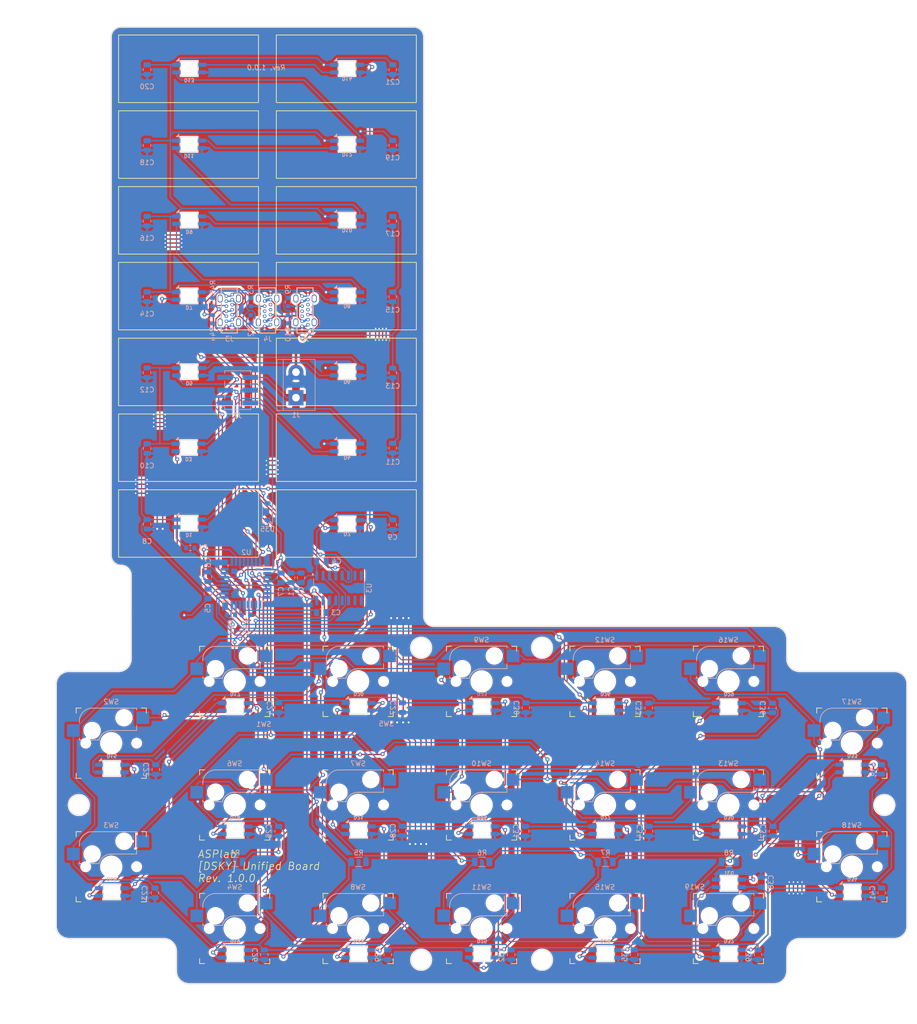
<source format=kicad_pcb>
(kicad_pcb (version 20240108) (generator "pcbnew") (generator_version "8.0")
  (title_block (title "DSKY Keyboard") (date "2024-11-09") (rev "1.0.0") (company "Evan MacDonald, Pablo Ortiz López"))
  (layers (0 "F.Cu" signal) (31 "B.Cu" signal) (34 "B.Paste" user) (35 "F.Paste" user) (36 "B.SilkS" user "B.Silkscreen") (37 "F.SilkS" user "F.Silkscreen") (38 "B.Mask" user) (39 "F.Mask" user) (44 "Edge.Cuts" user))
  (net 0 "")
  (net 1 "Y0")
  (net 2 "Y1")
  (net 3 "Y2")
  (net 4 "Y3")
  (net 5 "SCK")
  (net 6 "GND")
  (net 7 "CS")
  (net 8 "MOSI")
  (net 9 "MISO")
  (net 11 "X0")
  (net 12 "X1")
  (net 13 "X2")
  (net 14 "X3")
  (net 15 "X4")
  (net 16 "RGB_DIN")
  (net 18 "Net-(D5-DOUT)")
  (net 19 "Net-(D6-DOUT)")
  (net 20 "Net-(D1-DIN)")
  (net 21 "Net-(D7-DOUT)")
  (net 22 "Net-(D8-DOUT)")
  (net 23 "Net-(D10-DIN)")
  (net 24 "Net-(D10-DOUT)")
  (net 25 "Net-(D11-DOUT)")
  (net 26 "Net-(D12-DOUT)")
  (net 27 "Net-(D13-DOUT)")
  (net 28 "Net-(D14-DOUT)")
  (net 29 "Net-(D15-DOUT)")
  (net 34 "Net-(J3-CC1)")
  (net 37 "UC_RX")
  (net 38 "Net-(U3-TXD)")
  (net 39 "UC_TX")
  (net 40 "Net-(U3-RXD)")
  (net 42 "Net-(U3-~{DTR})")
  (net 43 "Net-(U3-V3)")
  (net 44 "Net-(U3-UD-)")
  (net 46 "Net-(U3-UD+)")
  (net 47 "RESET")
  (net 54 "Net-(U2-AREF)")
  (net 55 "Net-(D16-DOUT)")
  (net 56 "Net-(D17-DOUT)")
  (net 57 "Net-(D18-DOUT)")
  (net 58 "Net-(D19-DOUT)")
  (net 59 "Net-(D20-DOUT)")
  (net 60 "Net-(D21-DOUT)")
  (net 61 "Net-(D22-DOUT)")
  (net 62 "Net-(D23-DOUT)")
  (net 63 "Net-(D24-DOUT)")
  (net 64 "Net-(D25-DOUT)")
  (net 65 "Net-(D26-DOUT)")
  (net 66 "Net-(D27-DOUT)")
  (net 67 "Net-(D28-DOUT)")
  (net 68 "Net-(D29-DOUT)")
  (net 69 "Net-(D31-DOUT)")
  (net 70 "Net-(D30-DOUT)")
  (net 71 "Net-(D35-A)")
  (net 72 "Net-(D32-DOUT)")
  (net 73 "Net-(D2-DOUT)")
  (net 74 "Net-(D3-DOUT)")
  (net 75 "Net-(D4-DOUT)")
  (net 76 "Net-(D1-DOUT)")
  (net 77 "5V10A")
  (net 78 "5V1A")
  (net 79 "Net-(J4-CC1)")
  (net 80 "Net-(J4-CC2)")
  (net 81 "Net-(J5-CC2)")
  (net 82 "Net-(J5-CC1)")
  (net 83 "Net-(J3-CC2)")
  (net 92 "Net-(D33-DOUT)")
  (footprint "Project Libraries:Kailh_socket_MX" (layer "F.Cu") (at 232.3084 190.9318)
    (property "Reference" "SW14")
    (property "Value" "2V~12V SMD Mechanical Keyboard Shaft ROHS" (hide yes))
  )
  (footprint "Project Libraries:Kailh_socket_MX" (layer "F.Cu") (at 133.7564 203.2508)
    (property "Reference" "SW3")
    (property "Value" "2V~12V SMD Mechanical Keyboard Shaft ROHS" (hide yes))
  )
  (footprint "Project Libraries:Kailh_socket_MX" (layer "F.Cu") (at 133.7564 178.6128)
    (property "Reference" "SW2")
    (property "Value" "2V~12V SMD Mechanical Keyboard Shaft ROHS" (hide yes))
  )
  (footprint "Project Libraries:Kailh_socket_MX" (layer "F.Cu") (at 207.6704 166.2938)
    (property "Reference" "SW9")
    (property "Value" "2V~12V SMD Mechanical Keyboard Shaft ROHS" (hide yes))
  )
  (footprint "Project Libraries:Kailh_socket_MX" (layer "F.Cu") (at 158.3944 190.9318)
    (property "Reference" "SW6")
    (property "Value" "2V~12V SMD Mechanical Keyboard Shaft ROHS" (hide yes))
  )
  (footprint "Project Libraries:Kailh_socket_MX" (layer "F.Cu") (at 256.9464 190.9318)
    (property "Reference" "SW13")
    (property "Value" "2V~12V SMD Mechanical Keyboard Shaft ROHS" (hide yes))
  )
  (footprint "Project Libraries:Kailh_socket_MX" (layer "F.Cu") (at 183.0324 190.9318)
    (property "Reference" "SW7")
    (property "Value" "2V~12V SMD Mechanical Keyboard Shaft ROHS" (hide yes))
  )
  (footprint "Project Libraries:Kailh_socket_MX" (layer "F.Cu") (at 256.9464 166.2938)
    (property "Reference" "SW16")
    (property "Value" "2V~12V SMD Mechanical Keyboard Shaft ROHS" (hide yes))
  )
  (footprint "Project Libraries:Kailh_socket_MX" (layer "F.Cu") (at 256.9464 215.5698)
    (property "Reference" "SW19")
    (property "Value" "2V~12V SMD Mechanical Keyboard Shaft ROHS" (hide yes))
  )
  (footprint "Project Libraries:Kailh_socket_MX" (layer "F.Cu") (at 207.6704 190.9318)
    (property "Reference" "SW10")
    (property "Value" "2V~12V SMD Mechanical Keyboard Shaft ROHS" (hide yes))
  )
  (footprint "Project Libraries:Kailh_socket_MX" (layer "F.Cu") (at 232.3084 166.2938)
    (property "Reference" "SW12")
    (property "Value" "2V~12V SMD Mechanical Keyboard Shaft ROHS" (hide yes))
  )
  (footprint "Project Libraries:Kailh_socket_MX" (layer "F.Cu") (at 207.6704 215.5698)
    (property "Reference" "SW11")
    (property "Value" "2V~12V SMD Mechanical Keyboard Shaft ROHS" (hide yes))
  )
  (footprint "Project Libraries:Kailh_socket_MX" (layer "F.Cu") (at 183.0324 166.2938)
    (property "Reference" "SW5")
    (property "Value" "2V~12V SMD Mechanical Keyboard Shaft ROHS" (hide yes))
  )
  (footprint "Project Libraries:Kailh_socket_MX" (layer "F.Cu") (at 183.0324 215.5698)
    (property "Reference" "SW8")
    (property "Value" "2V~12V SMD Mechanical Keyboard Shaft ROHS" (hide yes))
  )
  (footprint "Project Libraries:Kailh_socket_MX" (layer "F.Cu") (at 281.5844 203.2508)
    (property "Reference" "SW18")
    (property "Value" "2V~12V SMD Mechanical Keyboard Shaft ROHS" (hide yes))
  )
  (footprint "Project Libraries:Kailh_socket_MX" (layer "F.Cu") (at 158.3944 166.2938)
    (property "Reference" "SW1")
    (property "Value" "2V~12V SMD Mechanical Keyboard Shaft ROHS" (hide yes))
  )
  (footprint "Project Libraries:Kailh_socket_MX" (layer "F.Cu") (at 158.3944 215.5698)
    (property "Reference" "SW4")
    (property "Value" "2V~12V SMD Mechanical Keyboard Shaft ROHS" (hide yes))
  )
  (footprint "Project Libraries:Kailh_socket_MX" (layer "F.Cu") (at 281.5844 178.6128)
    (property "Reference" "SW17")
    (property "Value" "2V~12V SMD Mechanical Keyboard Shaft ROHS" (hide yes))
  )
  (footprint "Project Libraries:Kailh_socket_MX" (layer "F.Cu") (at 232.3084 215.5698)
    (property "Reference" "SW15")
    (property "Value" "2V~12V SMD Mechanical Keyboard Shaft ROHS" (hide yes))
  )
  (footprint "Project Libraries:0805 100nF" (layer "B.Cu") (at 263.4996 206.3242 90)
    (property "Reference" "C38")
    (property "Value" "100nF")
  )
  (footprint "Project Libraries:0805 100nF" (layer "B.Cu") (at 216.5096 171.5262 -90)
    (property "Reference" "C30")
    (property "Value" "100nF")
  )
  (footprint "Project Libraries:0805 4.7uF" (layer "B.Cu") (at 169.65 145.619 -90)
    (property "Reference" "C1")
    (property "Value" "4.7uF")
  )
  (footprint "Project Libraries:SK6812-MINI-E" (layer "B.Cu") (at 257.048 171.3527)
    (property "Reference" "D29")
    (property "Value" "SK6812MINI" (hide yes))
    (fp_line (start -1.7 -1.5) (end 1.7 -1.5) (stroke (width 0.12)) (layer "Edge.Cuts"))
    (fp_line (start -1.7 1.5) (end -1.7 -1.5) (stroke (width 0.12)) (layer "Edge.Cuts"))
    (fp_line (start 1.7 -1.5) (end 1.7 1.5) (stroke (width 0.12)) (layer "Edge.Cuts"))
    (fp_line (start 1.7 1.5) (end -1.7 1.5) (stroke (width 0.12)) (layer "Edge.Cuts"))
  )
  (footprint "Project Libraries:0805 100nF" (layer "B.Cu") (at 265.8364 196.1642 -90)
    (property "Reference" "C37")
    (property "Value" "100nF")
  )
  (footprint "Project Libraries:SK6812-MINI-E" (layer "B.Cu") (at 133.858 183.6717)
    (property "Reference" "D15")
    (property "Value" "SK6812MINI" (hide yes))
    (fp_line (start -1.7 -1.5) (end 1.7 -1.5) (stroke (width 0.12)) (layer "Edge.Cuts"))
    (fp_line (start -1.7 1.5) (end -1.7 -1.5) (stroke (width 0.12)) (layer "Edge.Cuts"))
    (fp_line (start 1.7 -1.5) (end 1.7 1.5) (stroke (width 0.12)) (layer "Edge.Cuts"))
    (fp_line (start 1.7 1.5) (end -1.7 1.5) (stroke (width 0.12)) (layer "Edge.Cuts"))
  )
  (footprint "Project Libraries:0805 100nF" (layer "B.Cu") (at 287.528 208.4578 -90)
    (property "Reference" "C41")
    (property "Value" "100nF")
  )
  (footprint "Project Libraries:SK6812-MINI-E" (layer "B.Cu") (at 180.825 44.078)
    (property "Reference" "D14")
    (property "Value" "SK6812MINI" (hide yes))
    (fp_line (start -1.7 -1.5) (end 1.7 -1.5) (stroke (width 0.12)) (layer "Edge.Cuts"))
    (fp_line (start -1.7 1.5) (end -1.7 -1.5) (stroke (width 0.12)) (layer "Edge.Cuts"))
    (fp_line (start 1.7 -1.5) (end 1.7 1.5) (stroke (width 0.12)) (layer "Edge.Cuts"))
    (fp_line (start 1.7 1.5) (end -1.7 1.5) (stroke (width 0.12)) (layer "Edge.Cuts"))
  )
  (footprint "Project Libraries:SK6812-MINI-E" (layer "B.Cu") (at 149.2925 134.756)
    (property "Reference" "D1")
    (property "Value" "SK6812MINI" (hide yes))
    (fp_line (start -1.7 -1.5) (end 1.7 -1.5) (stroke (width 0.12)) (layer "Edge.Cuts"))
    (fp_line (start -1.7 1.5) (end -1.7 -1.5) (stroke (width 0.12)) (layer "Edge.Cuts"))
    (fp_line (start 1.7 -1.5) (end 1.7 1.5) (stroke (width 0.12)) (layer "Edge.Cuts"))
    (fp_line (start 1.7 1.5) (end -1.7 1.5) (stroke (width 0.12)) (layer "Edge.Cuts"))
  )
  (footprint "Project Libraries:0805 100nF" (layer "B.Cu") (at 216.408 196.1642 -90)
    (property "Reference" "C31")
    (property "Value" "100nF")
  )
  (footprint "Resistor_SMD:R_1206_3216Metric" (layer "B.Cu") (at 158.496 202.2856 180)
    (property "Reference" "R4")
    (property "Value" "10k")
  )
  (footprint "Project Libraries:0805 100nF" (layer "B.Cu") (at 164.3126 220.8124 -90)
    (property "Reference" "C26")
    (property "Value" "100nF")
  )
  (footprint "Project Libraries:0805 100nF" (layer "B.Cu") (at 142.494 208.4578 -90)
    (property "Reference" "C23")
    (property "Value" "100nF")
  )
  (footprint "Project Libraries:0805 100nF" (layer "B.Cu") (at 213.5886 220.792 -90)
    (property "Reference" "C32")
    (property "Value" "100nF")
  )
  (footprint "Project Libraries:0805 100nF" (layer "B.Cu") (at 189.9412 135.0518 -90)
    (property "Reference" "C9")
    (property "Value" "100nF")
  )
  (footprint "Diode_SMD:D_SOD-123" (layer "B.Cu") (at 164.9476 132.461 90)
    (property "Reference" "D35")
    (property "Value" "MBR0520LT1G")
  )
  (footprint "Project Libraries:SK6812-MINI-E" (layer "B.Cu") (at 149.329 74.304)
    (property "Reference" "D9")
    (property "Value" "SK6812MINI" (hide yes))
    (fp_line (start -1.7 -1.5) (end 1.7 -1.5) (stroke (width 0.12)) (layer "Edge.Cuts"))
    (fp_line (start -1.7 1.5) (end -1.7 -1.5) (stroke (width 0.12)) (layer "Edge.Cuts"))
    (fp_line (start 1.7 -1.5) (end 1.7 1.5) (stroke (width 0.12)) (layer "Edge.Cuts"))
    (fp_line (start 1.7 1.5) (end -1.7 1.5) (stroke (width 0.12)) (layer "Edge.Cuts"))
  )
  (footprint "Project Libraries:0805 100nF" (layer "B.Cu") (at 142.6464 183.8706 -90)
    (property "Reference" "C22")
    (property "Value" "100nF")
  )
  (footprint "Resistor_SMD:R_0603_1608Metric" (layer "B.Cu") (at 153.996 94.0614 90)
    (property "Reference" "R44")
    (property "Value" "0603WAF5101T5E" (hide yes))
  )
  (footprint "Resistor_SMD:R_1206_3216Metric" (layer "B.Cu") (at 207.772 202.2856 180)
    (property "Reference" "R6")
    (property "Value" "10k")
  )
  (footprint "Resistor_SMD:R_1206_3216Metric" (layer "B.Cu") (at 257.048 202.2856 180)
    (property "Reference" "R8")
    (property "Value" "10k")
  )
  (footprint "Project Libraries:SK6812-MINI-E" (layer "B.Cu") (at 180.825 89.417)
    (property "Reference" "D8")
    (property "Value" "SK6812MINI" (hide yes))
    (fp_line (start -1.7 -1.5) (end 1.7 -1.5) (stroke (width 0.12)) (layer "Edge.Cuts"))
    (fp_line (start -1.7 1.5) (end -1.7 -1.5) (stroke (width 0.12)) (layer "Edge.Cuts"))
    (fp_line (start 1.7 -1.5) (end 1.7 1.5) (stroke (width 0.12)) (layer "Edge.Cuts"))
    (fp_line (start 1.7 1.5) (end -1.7 1.5) (stroke (width 0.12)) (layer "Edge.Cuts"))
  )
  (footprint "Project Libraries:SK6812-MINI-E" (layer "B.Cu") (at 183.134 195.961)
    (property "Reference" "D21")
    (property "Value" "SK6812MINI" (hide yes))
    (fp_line (start -1.7 -1.5) (end 1.7 -1.5) (stroke (width 0.12)) (layer "Edge.Cuts"))
    (fp_line (start -1.7 1.5) (end -1.7 -1.5) (stroke (width 0.12)) (layer "Edge.Cuts"))
    (fp_line (start 1.7 -1.5) (end 1.7 1.5) (stroke (width 0.12)) (layer "Edge.Cuts"))
    (fp_line (start 1.7 1.5) (end -1.7 1.5) (stroke (width 0.12)) (layer "Edge.Cuts"))
  )
  (footprint "Project Libraries:SK6812-MINI-E" (layer "B.Cu") (at 149.2925 59.191)
    (property "Reference" "D11")
    (property "Value" "SK6812MINI" (hide yes))
    (fp_line (start -1.7 -1.5) (end 1.7 -1.5) (stroke (width 0.12)) (layer "Edge.Cuts"))
    (fp_line (start -1.7 1.5) (end -1.7 -1.5) (stroke (width 0.12)) (layer "Edge.Cuts"))
    (fp_line (start 1.7 -1.5) (end 1.7 1.5) (stroke (width 0.12)) (layer "Edge.Cuts"))
    (fp_line (start 1.7 1.5) (end -1.7 1.5) (stroke (width 0.12)) (layer "Edge.Cuts"))
  )
  (footprint "Project Libraries:0805 100nF" (layer "B.Cu") (at 188.9506 220.8022 -90)
    (property "Reference" "C29")
    (property "Value" "100nF")
  )
  (footprint "Project Libraries:SK6812-MINI-E" (layer "B.Cu") (at 207.772 171.323)
    (property "Reference" "D23")
    (property "Value" "SK6812MINI" (hide yes))
    (fp_line (start -1.7 -1.5) (end 1.7 -1.5) (stroke (width 0.12)) (layer "Edge.Cuts"))
    (fp_line (start -1.7 1.5) (end -1.7 -1.5) (stroke (width 0.12)) (layer "Edge.Cuts"))
    (fp_line (start 1.7 -1.5) (end 1.7 1.5) (stroke (width 0.12)) (layer "Edge.Cuts"))
    (fp_line (start 1.7 1.5) (end -1.7 1.5) (stroke (width 0.12)) (layer "Edge.Cuts"))
  )
  (footprint "Project Libraries:0805 100nF" (layer "B.Cu") (at 140.9192 104.7242 -90)
    (property "Reference" "C12")
    (property "Value" "100nF")
  )
  (footprint "Project Libraries:SK6812-MINI-E" (layer "B.Cu") (at 281.686 208.28)
    (property "Reference" "D34")
    (property "Value" "SK6812MINI" (hide yes))
    (fp_line (start -1.7 -1.5) (end 1.7 -1.5) (stroke (width 0.12)) (layer "Edge.Cuts"))
    (fp_line (start -1.7 1.5) (end -1.7 -1.5) (stroke (width 0.12)) (layer "Edge.Cuts"))
    (fp_line (start 1.7 -1.5) (end 1.7 1.5) (stroke (width 0.12)) (layer "Edge.Cuts"))
    (fp_line (start 1.7 1.5) (end -1.7 1.5) (stroke (width 0.12)) (layer "Edge.Cuts"))
  )
  (footprint "Project Libraries:SK6812-MINI-E" (layer "B.Cu") (at 158.496 220.6287)
    (property "Reference" "D19")
    (property "Value" "SK6812MINI" (hide yes))
    (fp_line (start -1.7 -1.5) (end 1.7 -1.5) (stroke (width 0.12)) (layer "Edge.Cuts"))
    (fp_line (start -1.7 1.5) (end -1.7 -1.5) (stroke (width 0.12)) (layer "Edge.Cuts"))
    (fp_line (start 1.7 -1.5) (end 1.7 1.5) (stroke (width 0.12)) (layer "Edge.Cuts"))
    (fp_line (start 1.7 1.5) (end -1.7 1.5) (stroke (width 0.12)) (layer "Edge.Cuts"))
  )
  (footprint "Project Libraries:0805 100nF" (layer "B.Cu") (at 189.9412 74.4982 -90)
    (property "Reference" "C17")
    (property "Value" "100nF")
  )
  (footprint "Project Libraries:SK6812-MINI-E" (layer "B.Cu") (at 232.41 171.323)
    (property "Reference" "D26")
    (property "Value" "SK6812MINI" (hide yes))
    (fp_line (start -1.7 -1.5) (end 1.7 -1.5) (stroke (width 0.12)) (layer "Edge.Cuts"))
    (fp_line (start -1.7 1.5) (end -1.7 -1.5) (stroke (width 0.12)) (layer "Edge.Cuts"))
    (fp_line (start 1.7 -1.5) (end 1.7 1.5) (stroke (width 0.12)) (layer "Edge.Cuts"))
    (fp_line (start 1.7 1.5) (end -1.7 1.5) (stroke (width 0.12)) (layer "Edge.Cuts"))
  )
  (footprint "Project Libraries:0805 100nF" (layer "B.Cu") (at 262.8646 220.7768 -90)
    (property "Reference" "C39")
    (property "Value" "100nF")
  )
  (footprint "Project Libraries:SK6812-MINI-E" (layer "B.Cu") (at 232.41 195.961)
    (property "Reference" "D27")
    (property "Value" "SK6812MINI" (hide yes))
    (fp_line (start -1.7 -1.5) (end 1.7 -1.5) (stroke (width 0.12)) (layer "Edge.Cuts"))
    (fp_line (start -1.7 1.5) (end -1.7 -1.5) (stroke (width 0.12)) (layer "Edge.Cuts"))
    (fp_line (start 1.7 -1.5) (end 1.7 1.5) (stroke (width 0.12)) (layer "Edge.Cuts"))
    (fp_line (start 1.7 1.5) (end -1.7 1.5) (stroke (width 0.12)) (layer "Edge.Cuts"))
  )
  (footprint "Project Libraries:SK6812-MINI-E" (layer "B.Cu") (at 158.496 171.3527)
    (property "Reference" "D17")
    (property "Value" "SK6812MINI" (hide yes))
    (fp_line (start -1.7 -1.5) (end 1.7 -1.5) (stroke (width 0.12)) (layer "Edge.Cuts"))
    (fp_line (start -1.7 1.5) (end -1.7 -1.5) (stroke (width 0.12)) (layer "Edge.Cuts"))
    (fp_line (start 1.7 -1.5) (end 1.7 1.5) (stroke (width 0.12)) (layer "Edge.Cuts"))
    (fp_line (start 1.7 1.5) (end -1.7 1.5) (stroke (width 0.12)) (layer "Edge.Cuts"))
  )
  (footprint "Resistor_SMD:R_0603_1608Metric" (layer "B.Cu") (at 161.616 94.0614 90)
    (property "Reference" "R2")
    (property "Value" "0603WAF5101T5E" (hide yes))
  )
  (footprint "Project Libraries:USB-C-TH_918-468K2029E50001" (layer "B.Cu") (at 164.9688 92.309)
    (property "Reference" "J4")
    (property "Value" "918-468K2029E50001" (hide yes))
  )
  (footprint "Project Libraries:0805 100nF" (layer "B.Cu") (at 140.9192 134.9502 -90)
    (property "Reference" "C8")
    (property "Value" "100nF")
  )
  (footprint "Project Libraries:0805 100nF" (layer "B.Cu") (at 140.9192 59.4106 -90)
    (property "Reference" "C18")
    (property "Value" "100nF")
  )
  (footprint "Project Libraries:0805 100nF" (layer "B.Cu") (at 167.1828 171.5262 -90)
    (property "Reference" "C24")
    (property "Value" "100nF")
  )
  (footprint "Project Libraries:0805 100nF" (layer "B.Cu") (at 175.725 142.369 180)
    (property "Reference" "C4")
    (property "Value" "100nF")
  )
  (footprint "Project Libraries:0805 100nF" (layer "B.Cu") (at 153.062 145.419 90)
    (property "Reference" "C6")
    (property "Value" "100nF")
  )
  (footprint "Project Libraries:0805 100nF" (layer "B.Cu") (at 167.1828 196.1642 -90)
    (property "Reference" "C25")
    (property "Value" "100nF")
  )
  (footprint "Project Libraries:0805 4.7uF" (layer "B.Cu") (at 153.0654 148.8506 -90)
    (property "Reference" "C5")
    (property "Value" "4.7uF")
  )
  (footprint "Package_SO:SOIC-16_3.9x9.9mm_P1.27mm" (layer "B.Cu") (at 179.225 147.669 -90)
    (property "Reference" "U3")
    (property "Value" "CH340C")
  )
  (footprint "Project Libraries:SK6812-MINI-E" (layer "B.Cu") (at 207.772 220.599)
    (property "Reference" "D25")
    (property "Value" "SK6812MINI" (hide yes))
    (fp_line (start -1.7 -1.5) (end 1.7 -1.5) (stroke (width 0.12)) (layer "Edge.Cuts"))
    (fp_line (start -1.7 1.5) (end -1.7 -1.5) (stroke (width 0.12)) (layer "Edge.Cuts"))
    (fp_line (start 1.7 -1.5) (end 1.7 1.5) (stroke (width 0.12)) (layer "Edge.Cuts"))
    (fp_line (start 1.7 1.5) (end -1.7 1.5) (stroke (width 0.12)) (layer "Edge.Cuts"))
  )
  (footprint "Project Libraries:0805 100nF" (layer "B.Cu") (at 241.046 171.577 -90)
    (property "Reference" "C33")
    (property "Value" "100nF")
  )
  (footprint "Project Libraries:0805 100nF" (layer "B.Cu") (at 265.7348 171.577 -90)
    (property "Reference" "C36")
    (property "Value" "100nF")
  )
  (footprint "Project Libraries:SK6812-MINI-E" (layer "B.Cu") (at 281.686 183.642)
    (property "Reference" "D33")
    (property "Value" "SK6812MINI" (hide yes))
    (fp_line (start -1.7 -1.5) (end 1.7 -1.5) (stroke (width 0.12)) (layer "Edge.Cuts"))
    (fp_line (start -1.7 1.5) (end -1.7 -1.5) (stroke (width 0.12)) (layer "Edge.Cuts"))
    (fp_line (start 1.7 -1.5) (end 1.7 1.5) (stroke (width 0.12)) (layer "Edge.Cuts"))
    (fp_line (start 1.7 1.5) (end -1.7 1.5) (stroke (width 0.12)) (layer "Edge.Cuts"))
  )
  (footprint "Project Libraries:0805 100nF" (layer "B.Cu") (at 241.0968 196.1642 -90)
    (property "Reference" "C34")
    (property "Value" "100nF")
  )
  (footprint "Resistor_SMD:R_0603_1608Metric" (layer "B.Cu") (at 161.616 90.6578 90)
    (property "Reference" "R3")
    (property "Value" "0603WAF5101T5E" (hide yes))
  )
  (footprint "Project Libraries:0805 100nF" (layer "B.Cu") (at 189.9412 104.775 -90)
    (property "Reference" "C13")
    (property "Value" "100nF")
  )
  (footprint "Resistor_SMD:R_1206_3216Metric" (layer "B.Cu") (at 232.41 202.2856 180)
    (property "Reference" "R7")
    (property "Value" "10k")
  )
  (footprint "Project Libraries:0805 100nF" (layer "B.Cu") (at 167.65 145.619 -90)
    (property "Reference" "C7")
    (property "Value" "100nF")
  )
  (footprint "Resistor_SMD:R_0603_1608Metric" (layer "B.Cu") (at 160.65 153.019)
    (property "Reference" "R46")
    (property "Value" "1k")
  )
  (footprint "Project Libraries:0805 100nF" (layer "B.Cu") (at 171.65 145.619 -90)
    (property "Reference" "C2")
    (property "Value" "100nF")
  )
  (footprint "Project Libraries:SK6812-MINI-E" (layer "B.Cu") (at 133.858 208.28)
    (property "Reference" "D16")
    (property "Value" "SK6812MINI" (hide yes))
    (fp_line (start -1.7 -1.5) (end 1.7 -1.5) (stroke (width 0.12)) (layer "Edge.Cuts"))
    (fp_line (start -1.7 1.5) (end -1.7 -1.5) (stroke (width 0.12)) (layer "Edge.Cuts"))
    (fp_line (start 1.7 -1.5) (end 1.7 1.5) (stroke (width 0.12)) (layer "Edge.Cuts"))
    (fp_line (start 1.7 1.5) (end -1.7 1.5) (stroke (width 0.12)) (layer "Edge.Cuts"))
  )
  (footprint "Project Libraries:0805 100nF" (layer "B.Cu") (at 140.9192 89.5858 -90)
    (property "Reference" "C14")
    (property "Value" "100nF")
  )
  (footprint "Project Libraries:0805 100nF" (layer "B.Cu") (at 140.9192 119.8626 -90)
    (property "Reference" "C10")
    (property "Value" "100nF")
  )
  (footprint "Project Libraries:0805 100nF" (layer "B.Cu") (at 238.13 220.769 -90)
    (property "Reference" "C35")
    (property "Value" "100nF")
  )
  (footprint "Resistor_SMD:R_0603_1608Metric" (layer "B.Cu") (at 157.65 153.019 180)
    (property "Reference" "R47")
    (property "Value" "1k")
  )
  (footprint "Project Libraries:USB-C-TH_918-468K2029E50001" (layer "B.Cu") (at 172.4364 92.309)
    (property "Reference" "J5")
    (property "Value" "918-468K2029E50001" (hide yes))
  )
  (footprint "Project Libraries:0805 100nF" (layer "B.Cu") (at 175.675 152.569 180)
    (property "Reference" "C3")
    (property "Value" "100nF")
  )
  (footprint "Resistor_SMD:R_0603_1608Metric" (layer "B.Cu") (at 169.0328 90.6578 90)
    (property "Reference" "R9")
    (property "Value" "0603WAF5101T5E" (hide yes))
  )
  (footprint "Project Libraries:SK6812-MINI-E" (layer "B.Cu") (at 183.134 220.6287)
    (property "Reference" "D22")
    (property "Value" "SK6812MINI" (hide yes))
    (fp_line (start -1.7 -1.5) (end 1.7 -1.5) (stroke (width 0.12)) (layer "Edge.Cuts"))
    (fp_line (start -1.7 1.5) (end -1.7 -1.5) (stroke (width 0.12)) (layer "Edge.Cuts"))
    (fp_line (start 1.7 -1.5) (end 1.7 1.5) (stroke (width 0.12)) (layer "Edge.Cuts"))
    (fp_line (start 1.7 1.5) (end -1.7 1.5) (stroke (width 0.12)) (layer "Edge.Cuts"))
  )
  (footprint "Project Libraries:0805 100nF" (layer "B.Cu") (at 189.9412 119.761 -90)
    (property "Reference" "C11")
    (property "Value" "100nF")
  )
  (footprint "Project Libraries:SK6812-MINI-E" (layer "B.Cu") (at 149.329 44.078)
    (property "Reference" "D13")
    (property "Value" "SK6812MINI" (hide yes))
    (fp_line (start -1.7 -1.5) (end 1.7 -1.5) (stroke (width 0.12)) (layer "Edge.Cuts"))
    (fp_line (start -1.7 1.5) (end -1.7 -1.5) (stroke (width 0.12)) (layer "Edge.Cuts"))
    (fp_line (start 1.7 -1.5) (end 1.7 1.5) (stroke (width 0.12)) (layer "Edge.Cuts"))
    (fp_line (start 1.7 1.5) (end -1.7 1.5) (stroke (width 0.12)) (layer "Edge.Cuts"))
  )
  (footprint "Project Libraries:SK6812-MINI-E" (layer "B.Cu") (at 180.825 74.304)
    (property "Reference" "D10")
    (property "Value" "SK6812MINI" (hide yes))
    (fp_line (start -1.7 -1.5) (end 1.7 -1.5) (stroke (width 0.12)) (layer "Edge.Cuts"))
    (fp_line (start -1.7 1.5) (end -1.7 -1.5) (stroke (width 0.12)) (layer "Edge.Cuts"))
    (fp_line (start 1.7 -1.5) (end 1.7 1.5) (stroke (width 0.12)) (layer "Edge.Cuts"))
    (fp_line (start 1.7 1.5) (end -1.7 1.5) (stroke (width 0.12)) (layer "Edge.Cuts"))
  )
  (footprint "Project Libraries:SK6812-MINI-E" (layer "B.Cu") (at 180.825 134.883)
    (property "Reference" "D2")
    (property "Value" "SK6812MINI" (hide yes))
    (fp_line (start -1.7 -1.5) (end 1.7 -1.5) (stroke (width 0.12)) (layer "Edge.Cuts"))
    (fp_line (start -1.7 1.5) (end -1.7 -1.5) (stroke (width 0.12)) (layer "Edge.Cuts"))
    (fp_line (start 1.7 -1.5) (end 1.7 1.5) (stroke (width 0.12)) (layer "Edge.Cuts"))
    (fp_line (start 1.7 1.5) (end -1.7 1.5) (stroke (width 0.12)) (layer "Edge.Cuts"))
  )
  (footprint "Project Libraries:SK6812-MINI-E" (layer "B.Cu") (at 180.825 104.53)
    (property "Reference" "D6")
    (property "Value" "SK6812MINI" (hide yes))
    (fp_line (start -1.7 -1.5) (end 1.7 -1.5) (stroke (width 0.12)) (layer "Edge.Cuts"))
    (fp_line (start -1.7 1.5) (end -1.7 -1.5) (stroke (width 0.12)) (layer "Edge.Cuts"))
    (fp_line (start 1.7 -1.5) (end 1.7 1.5) (stroke (width 0.12)) (layer "Edge.Cuts"))
    (fp_line (start 1.7 1.5) (end -1.7 1.5) (stroke (width 0.12)) (layer "Edge.Cuts"))
  )
  (footprint "Project Libraries:SK6812-MINI-E" (layer "B.Cu") (at 158.496 195.9907)
    (property "Reference" "D18")
    (property "Value" "SK6812MINI" (hide yes))
    (fp_line (start -1.7 -1.5) (end 1.7 -1.5) (stroke (width 0.12)) (layer "Edge.Cuts"))
    (fp_line (start -1.7 1.5) (end -1.7 -1.5) (stroke (width 0.12)) (layer "Edge.Cuts"))
    (fp_line (start 1.7 -1.5) (end 1.7 1.5) (stroke (width 0.12)) (layer "Edge.Cuts"))
    (fp_line (start 1.7 1.5) (end -1.7 1.5) (stroke (width 0.12)) (layer "Edge.Cuts"))
  )
  (footprint "Resistor_SMD:R_0603_1608Metric" (layer "B.Cu") (at 149.53 139.669 180)
    (property "Reference" "R1")
    (property "Value" "470")
  )
  (footprint "Project Libraries:0805 100nF" (layer "B.Cu") (at 189.9412 44.2722 -90)
    (property "Reference" "C21")
    (property "Value" "100nF")
  )
  (footprint "Project Libraries:SK6812-MINI-E" (layer "B.Cu") (at 149.2925 89.417)
    (property "Reference" "D7")
    (property "Value" "SK6812MINI" (hide yes))
    (fp_line (start -1.7 -1.5) (end 1.7 -1.5) (stroke (width 0.12)) (layer "Edge.Cuts"))
    (fp_line (start -1.7 1.5) (end -1.7 -1.5) (stroke (width 0.12)) (layer "Edge.Cuts"))
    (fp_line (start 1.7 -1.5) (end 1.7 1.5) (stroke (width 0.12)) (layer "Edge.Cuts"))
    (fp_line (start 1.7 1.5) (end -1.7 1.5) (stroke (width 0.12)) (layer "Edge.Cuts"))
  )
  (footprint "Project Libraries:SK6812-MINI-E" (layer "B.Cu") (at 149.329 104.53)
    (property "Reference" "D5")
    (property "Value" "SK6812MINI" (hide yes))
    (fp_line (start -1.7 -1.5) (end 1.7 -1.5) (stroke (width 0.12)) (layer "Edge.Cuts"))
    (fp_line (start -1.7 1.5) (end -1.7 -1.5) (stroke (width 0.12)) (layer "Edge.Cuts"))
    (fp_line (start 1.7 -1.5) (end 1.7 1.5) (stroke (width 0.12)) (layer "Edge.Cuts"))
    (fp_line (start 1.7 1.5) (end -1.7 1.5) (stroke (width 0.12)) (layer "Edge.Cuts"))
  )
  (footprint "Project Libraries:0805 100nF" (layer "B.Cu") (at 140.9192 74.4982 -90)
    (property "Reference" "C16")
    (property "Value" "100nF")
  )
  (footprint "Project Libraries:0805 100nF" (layer "B.Cu") (at 189.9412 89.5858 -90)
    (property "Reference" "C15")
    (property "Value" "100nF")
  )
  (footprint "Project Libraries:0805 100nF" (layer "B.Cu") (at 189.9412 59.3598 -90)
    (property "Reference" "C19")
    (property "Value" "100nF")
  )
  (footprint "Project Libraries:SK6812-MINI-E" (layer "B.Cu") (at 183.134 171.323)
    (property "Reference" "D20")
    (property "Value" "SK6812MINI" (hide yes))
    (fp_line (start -1.7 -1.5) (end 1.7 -1.5) (stroke (width 0.12)) (layer "Edge.Cuts"))
    (fp_line (start -1.7 1.5) (end -1.7 -1.5) (stroke (width 0.12)) (layer "Edge.Cuts"))
    (fp_line (start 1.7 -1.5) (end 1.7 1.5) (stroke (width 0.12)) (layer "Edge.Cuts"))
    (fp_line (start 1.7 1.5) (end -1.7 1.5) (stroke (width 0.12)) (layer "Edge.Cuts"))
  )
  (footprint "Project Libraries:SK6812-MINI-E" (layer "B.Cu") (at 180.825 59.191)
    (property "Reference" "D12")
    (property "Value" "SK6812MINI" (hide yes))
    (fp_line (start -1.7 -1.5) (end 1.7 -1.5) (stroke (width 0.12)) (layer "Edge.Cuts"))
    (fp_line (start -1.7 1.5) (end -1.7 -1.5) (stroke (width 0.12)) (layer "Edge.Cuts"))
    (fp_line (start 1.7 -1.5) (end 1.7 1.5) (stroke (width 0.12)) (layer "Edge.Cuts"))
    (fp_line (start 1.7 1.5) (end -1.7 1.5) (stroke (width 0.12)) (layer "Edge.Cuts"))
  )
  (footprint "Project Libraries:SK6812-MINI-E" (layer "B.Cu") (at 257.048 195.961)
    (property "Reference" "D30")
    (property "Value" "SK6812MINI" (hide yes))
    (fp_line (start -1.7 -1.5) (end 1.7 -1.5) (stroke (width 0.12)) (layer "Edge.Cuts"))
    (fp_line (start -1.7 1.5) (end -1.7 -1.5) (stroke (width 0.12)) (layer "Edge.Cuts"))
    (fp_line (start 1.7 -1.5) (end 1.7 1.5) (stroke (width 0.12)) (layer "Edge.Cuts"))
    (fp_line (start 1.7 1.5) (end -1.7 1.5) (stroke (width 0.12)) (layer "Edge.Cuts"))
  )
  (footprint "Project Libraries:SK6812-MINI-E" (layer "B.Cu") (at 180.825 119.643)
    (property "Reference" "D4")
    (property "Value" "SK6812MINI" (hide yes))
    (fp_line (start -1.7 -1.5) (end 1.7 -1.5) (stroke (width 0.12)) (layer "Edge.Cuts"))
    (fp_line (start -1.7 1.5) (end -1.7 -1.5) (stroke (width 0.12)) (layer "Edge.Cuts"))
    (fp_line (start 1.7 -1.5) (end 1.7 1.5) (stroke (width 0.12)) (layer "Edge.Cuts"))
    (fp_line (start 1.7 1.5) (end -1.7 1.5) (stroke (width 0.12)) (layer "Edge.Cuts"))
  )
  (footprint "Project Libraries:SK6812-MINI-E" (layer "B.Cu") (at 232.41 220.6287)
    (property "Reference" "D28")
    (property "Value" "SK6812MINI" (hide yes))
    (fp_line (start -1.7 -1.5) (end 1.7 -1.5) (stroke (width 0.12)) (layer "Edge.Cuts"))
    (fp_line (start -1.7 1.5) (end -1.7 -1.5) (stroke (width 0.12)) (layer "Edge.Cuts"))
    (fp_line (start 1.7 -1.5) (end 1.7 1.5) (stroke (width 0.12)) (layer "Edge.Cuts"))
    (fp_line (start 1.7 1.5) (end -1.7 1.5) (stroke (width 0.12)) (layer "Edge.Cuts"))
  )
  (footprint "Project Libraries:USB-C-TH_918-468K2029E50001" (layer "B.Cu") (at 157.3232 92.309)
    (property "Reference" "J3")
    (property "Value" "918-468K2029E50001" (hide yes))
  )
  (footprint "Resistor_SMD:R_0603_1608Metric" (layer "B.Cu") (at 169.0328 94.0614 90)
    (property "Reference" "R10")
    (property "Value" "0603WAF5101T5E" (hide yes))
  )
  (footprint "Resistor_SMD:R_0603_1608Metric" (layer "B.Cu") (at 153.996 90.6578 -90)
    (property "Reference" "R45")
    (property "Value" "0603WAF5101T5E" (hide yes))
  )
  (footprint "Project Libraries:SK6812-MINI-E" (layer "B.Cu") (at 149.202 119.643)
    (property "Reference" "D3")
    (property "Value" "SK6812MINI" (hide yes))
    (fp_line (start -1.7 -1.5) (end 1.7 -1.5) (stroke (width 0.12)) (layer "Edge.Cuts"))
    (fp_line (start -1.7 1.5) (end -1.7 -1.5) (stroke (width 0.12)) (layer "Edge.Cuts"))
    (fp_line (start 1.7 -1.5) (end 1.7 1.5) (stroke (width 0.12)) (layer "Edge.Cuts"))
    (fp_line (start 1.7 1.5) (end -1.7 1.5) (stroke (width 0.12)) (layer "Edge.Cuts"))
  )
  (footprint "Project Libraries:0805 100nF" (layer "B.Cu") (at 140.9192 44.2722 -90)
    (property "Reference" "C20")
    (property "Value" "100nF")
  )
  (footprint "Project Libraries:SK6812-MINI-E" (layer "B.Cu") (at 207.772 195.961)
    (property "Reference" "D24")
    (property "Value" "SK6812MINI" (hide yes))
    (fp_line (start -1.7 -1.5) (end 1.7 -1.5) (stroke (width 0.12)) (layer "Edge.Cuts"))
    (fp_line (start -1.7 1.5) (end -1.7 -1.5) (stroke (width 0.12)) (layer "Edge.Cuts"))
    (fp_line (start 1.7 -1.5) (end 1.7 1.5) (stroke (width 0.12)) (layer "Edge.Cuts"))
    (fp_line (start 1.7 1.5) (end -1.7 1.5) (stroke (width 0.12)) (layer "Edge.Cuts"))
  )
  (footprint "Project Libraries:0805 100nF" (layer "B.Cu") (at 191.8716 171.5262 -90)
    (property "Reference" "C27")
    (property "Value" "100nF")
  )
  (footprint "Resistor_SMD:R_1206_3216Metric" (layer "B.Cu") (at 183.134 202.2856 180)
    (property "Reference" "R5")
    (property "Value" "10k")
  )
  (footprint "Connector_PinHeader_2.54mm:PinHeader_2x03_P2.54mm_Vertical_SMD" (layer "B.Cu") (at 159.005 108.209)
    (property "Reference" "J2")
    (property "Value" "ICSP")
  )
  (footprint "Project Libraries:SK6812-MINI-E" (layer "B.Cu") (at 257.048 206.5528 180)
    (property "Reference" "D31")
    (property "Value" "SK6812MINI" (hide yes))
    (fp_line (start 1.7 1.5) (end -1.7 1.5) (stroke (width 0.12)) (layer "Edge.Cuts"))
    (fp_line (start 1.7 -1.5) (end 1.7 1.5) (stroke (width 0.12)) (layer "Edge.Cuts"))
    (fp_line (start -1.7 1.5) (end -1.7 -1.5) (stroke (width 0.12)) (layer "Edge.Cuts"))
    (fp_line (start -1.7 -1.5) (end 1.7 -1.5) (stroke (width 0.12)) (layer "Edge.Cuts"))
  )
  (footprint "Project Libraries:SK6812-MINI-E" (layer "B.Cu") (at 257.048 220.599)
    (property "Reference" "D32")
    (property "Value" "SK6812MINI" (hide yes))
    (fp_line (start -1.7 -1.5) (end 1.7 -1.5) (stroke (width 0.12)) (layer "Edge.Cuts"))
    (fp_line (start -1.7 1.5) (end -1.7 -1.5) (stroke (width 0.12)) (layer "Edge.Cuts"))
    (fp_line (start 1.7 -1.5) (end 1.7 1.5) (stroke (width 0.12)) (layer "Edge.Cuts"))
    (fp_line (start 1.7 1.5) (end -1.7 1.5) (stroke (width 0.12)) (layer "Edge.Cuts"))
  )
  (footprint "TerminalBlock:TerminalBlock_bornier-2_P5.08mm" (layer "B.Cu") (at 170.63 109.709 90)
    (property "Reference" "J1")
    (property "Value" "POWER")
  )
  (footprint "Package_QFP:TQFP-32_7x7mm_P0.8mm" (layer "B.Cu") (at 160.65 146.719)
    (property "Reference" "U2")
    (property "Value" "ATmega328P-A" (hide yes))
  )
  (footprint "Project Libraries:0805 100nF" (layer "B.Cu") (at 287.5026 183.835 -90)
    (property "Reference" "C40")
    (property "Value" "100nF")
  )
  (footprint "Project Libraries:0805 100nF" (layer "B.Cu") (at 191.8208 196.1134 -90)
    (property "Reference" "C28")
    (property "Value" "100nF")
  )
  (gr_rect (start 135.217 82.728) (end 163.157 96.19) (stroke (width 0.15)) (fill none) (layer "F.SilkS"))
  (gr_rect (start 166.713 82.728) (end 194.653 96.19) (stroke (width 0.15)) (fill none) (layer "F.SilkS"))
  (gr_rect (start 166.713 97.841) (end 194.653 111.303) (stroke (width 0.15)) (fill none) (layer "F.SilkS"))
  (gr_rect (start 135.217 52.502) (end 163.157 65.964) (stroke (width 0.15)) (fill none) (layer "F.SilkS"))
  (gr_rect (start 135.217 112.954) (end 163.157 126.416) (stroke (width 0.15)) (fill none) (layer "F.SilkS"))
  (gr_rect (start 135.217 67.615) (end 163.157 81.077) (stroke (width 0.15)) (fill none) (layer "F.SilkS"))
  (gr_rect (start 166.713 37.389) (end 194.653 50.851) (stroke (width 0.15)) (fill none) (layer "F.SilkS"))
  (gr_rect (start 166.713 52.502) (end 194.653 65.964) (stroke (width 0.15)) (fill none) (layer "F.SilkS"))
  (gr_rect (start 166.713 112.954) (end 194.653 126.416) (stroke (width 0.15)) (fill none) (layer "F.SilkS"))
  (gr_rect (start 135.217 128.067) (end 163.157 141.529) (stroke (width 0.15)) (fill none) (layer "F.SilkS"))
  (gr_rect (start 135.217 37.389) (end 163.157 50.851) (stroke (width 0.15)) (fill none) (layer "F.SilkS"))
  (gr_rect (start 166.713 67.615) (end 194.653 81.077) (stroke (width 0.15)) (fill none) (layer "F.SilkS"))
  (gr_rect (start 166.713 128.067) (end 194.653 141.529) (stroke (width 0.15)) (fill none) (layer "F.SilkS"))
  (gr_rect (start 135.217 97.841) (end 163.157 111.303) (stroke (width 0.15)) (fill none) (layer "F.SilkS"))
  (gr_line (start 133.693 141.18) (end 133.693 37.738) (stroke (width 0.1)) (layer "Edge.Cuts"))
  (gr_arc (start 268.644 220.152) (mid 269.387949 218.355949) (end 271.184 217.612) (stroke (width 0.1)) (layer "Edge.Cuts"))
  (gr_line (start 268.644 224.089) (end 268.644 220.152) (stroke (width 0.1)) (layer "Edge.Cuts"))
  (gr_arc (start 135.693 143.18) (mid 134.278786 142.594214) (end 133.693 141.18) (stroke (width 0.1)) (layer "Edge.Cuts"))
  (gr_line (start 122.721 166.812) (end 122.721 215.072) (stroke (width 0.1)) (layer "Edge.Cuts"))
  (gr_circle (center 195.619 159.573) (end 195.619 161.605) (stroke (width 0.1)) (fill none) (layer "Edge.Cuts"))
  (gr_line (start 149.264 226.629) (end 266.104 226.629) (stroke (width 0.1)) (layer "Edge.Cuts"))
  (gr_circle (center 288.075 190.942) (end 290.107 190.942) (stroke (width 0.1)) (fill none) (layer "Edge.Cuts"))
  (gr_arc (start 194.177 35.738) (mid 195.591214 36.323786) (end 196.177 37.738) (stroke (width 0.1)) (layer "Edge.Cuts"))
  (gr_circle (center 219.749 221.803) (end 219.749 219.771) (stroke (width 0.1)) (fill none) (layer "Edge.Cuts"))
  (gr_line (start 292.647 215.072) (end 292.647 166.812) (stroke (width 0.1)) (layer "Edge.Cuts"))
  (gr_circle (center 195.619 221.803) (end 195.619 219.771) (stroke (width 0.1)) (fill none) (layer "Edge.Cuts"))
  (gr_arc (start 268.644 224.089) (mid 267.900051 225.885051) (end 266.104 226.629) (stroke (width 0.1)) (layer "Edge.Cuts"))
  (gr_line (start 290.107 164.272) (end 271.184 164.272) (stroke (width 0.1)) (layer "Edge.Cuts"))
  (gr_arc (start 266.104 155.255) (mid 267.900051 155.998949) (end 268.644 157.795) (stroke (width 0.1)) (layer "Edge.Cuts"))
  (gr_arc (start 290.107 164.272) (mid 291.903051 165.015949) (end 292.647 166.812) (stroke (width 0.1)) (layer "Edge.Cuts"))
  (gr_arc (start 137.693949 161.733949) (mid 136.95 163.53) (end 135.153949 164.273949) (stroke (width 0.1)) (layer "Edge.Cuts"))
  (gr_arc (start 122.721 166.812) (mid 123.464949 165.015949) (end 125.261 164.272) (stroke (width 0.1)) (layer "Edge.Cuts"))
  (gr_circle (center 127.293 190.942) (end 129.325 190.942) (stroke (width 0.1)) (fill none) (layer "Edge.Cuts"))
  (gr_arc (start 149.264 226.629) (mid 147.467949 225.885051) (end 146.724 224.089) (stroke (width 0.1)) (layer "Edge.Cuts"))
  (gr_line (start 146.724 220.152) (end 146.724 224.089) (stroke (width 0.1)) (layer "Edge.Cuts"))
  (gr_arc (start 271.184 164.272) (mid 269.387949 163.528051) (end 268.644 161.732) (stroke (width 0.1)) (layer "Edge.Cuts"))
  (gr_arc (start 292.647 215.072) (mid 291.903051 216.868051) (end 290.107 217.612) (stroke (width 0.1)) (layer "Edge.Cuts"))
  (gr_line (start 196.177 37.738) (end 196.177 153.256039) (stroke (width 0.1)) (layer "Edge.Cuts"))
  (gr_arc (start 198.177031 155.256039) (mid 196.762784 154.670266) (end 196.177 153.256039) (stroke (width 0.1)) (layer "Edge.Cuts"))
  (gr_line (start 198.177031 155.256039) (end 266.104 155.255) (stroke (width 0.1)) (layer "Edge.Cuts"))
  (gr_arc (start 135.693 143.18) (mid 137.107214 143.765786) (end 137.693 145.18) (stroke (width 0.1)) (layer "Edge.Cuts"))
  (gr_line (start 135.693 35.738) (end 194.177 35.738) (stroke (width 0.1)) (layer "Edge.Cuts"))
  (gr_arc (start 144.184 217.612) (mid 145.980051 218.355949) (end 146.724 220.152) (stroke (width 0.1)) (layer "Edge.Cuts"))
  (gr_line (start 271.184 217.612) (end 290.107 217.612) (stroke (width 0.1)) (layer "Edge.Cuts"))
  (gr_line (start 144.184 217.612) (end 125.261 217.612) (stroke (width 0.1)) (layer "Edge.Cuts"))
  (gr_arc (start 133.693 37.738) (mid 134.278786 36.323786) (end 135.693 35.738) (stroke (width 0.1)) (layer "Edge.Cuts"))
  (gr_circle (center 219.749 159.573) (end 219.749 161.605) (stroke (width 0.1)) (fill none) (layer "Edge.Cuts"))
  (gr_line (start 125.261 164.272) (end 135.153949 164.273949) (stroke (width 0.1)) (layer "Edge.Cuts"))
  (gr_line (start 137.693 145.18) (end 137.693949 161.733949) (stroke (width 0.1)) (layer "Edge.Cuts"))
  (gr_arc (start 125.261 217.612) (mid 123.464949 216.868051) (end 122.721 215.072) (stroke (width 0.1)) (layer "Edge.Cuts"))
  (gr_line (start 268.644 161.732) (end 268.644 157.795) (stroke (width 0.1)) (layer "Edge.Cuts"))
  (gr_text "Rev. 1.0.0" (at 168.67 44.48 0) (layer "B.SilkS") (effects (font (size 1 1) (thickness 0.15) (italic yes)) (justify left bottom mirror)))
  (gr_text "ASPlab\n[DSKY] Unified Board\nRev. 1.0.0" (at 150.9268 206.4258 0) (layer "F.SilkS") (effects (font (size 1.5 1.5) (thickness 0.15) (italic yes)) (justify left bottom)))
  (segment (start 176.2989 150.1562) (end 176.2989 157.49) (width 0.25) (layer "F.Cu") (net 1))
  (segment (start 174.296 148.1533) (end 176.2989 150.1562) (width 0.25) (layer "F.Cu") (net 1))
  (via (at 176.2989 157.49) (size 0.8) (drill 0.4) (layers "F.Cu" "B.Cu") (net 1))
  (via (at 174.296 148.1533) (size 0.8) (drill 0.4) (layers "F.Cu" "B.Cu") (net 1))
  (segment (start 176.2989 157.49) (end 176.2989 159.0991) (width 0.25) (layer "B.Cu") (net 1))
  (segment (start 201.3439 159.0975) (end 198.4788 161.9626) (width 0.25) (layer "B.Cu") (net 1))
  (segment (start 239.1626 159.0729) (end 238.5984 159.6371) (width 0.25) (layer "B.Cu") (net 1))
  (segment (start 189.3224 161.2138) (end 190.9241 161.2138) (width 0.25) (layer "B.Cu") (net 1))
  (segment (start 238.0588 159.0975) (end 224.4633 159.0975) (width 0.25) (layer "B.Cu") (net 1))
  (segment (start 263.2364 161.2138) (end 263.2364 159.6371) (width 0.25) (layer "B.Cu") (net 1))
  (segment (start 214.7613 161.2138) (end 215.5621 161.2138) (width 0.25) (layer "B.Cu") (net 1))
  (segment (start 238.5984 161.2138) (end 238.5984 159.6371) (width 0.25) (layer "B.Cu") (net 1))
  (segment (start 164.9 148.719) (end 173.7303 148.719) (width 0.25) (layer "B.Cu") (net 1))
  (segment (start 189.3224 161.2138) (end 189.3224 159.6371) (width 0.25) (layer "B.Cu") (net 1))
  (segment (start 216.2994 161.9511) (end 215.5621 161.2138) (width 0.25) (layer "B.Cu") (net 1))
  (segment (start 164.6844 161.2138) (end 164.6844 159.6371) (width 0.25) (layer "B.Cu") (net 1))
  (segment (start 238.5984 159.6371) (end 238.0588 159.0975) (width 0.25) (layer "B.Cu") (net 1))
  (segment (start 188.7844 159.0991) (end 176.2989 159.0991) (width 0.25) (layer "B.Cu") (net 1))
  (segment (start 224.4633 159.0975) (end 221.6097 161.9511) (width 0.25) (layer "B.Cu") (net 1))
  (segment (start 165.2224 159.0991) (end 164.6844 159.6371) (width 0.25) (layer "B.Cu") (net 1))
  (segment (start 221.6097 161.9511) (end 216.2994 161.9511) (width 0.25) (layer "B.Cu") (net 1))
  (segment (start 212.645 159.0975) (end 201.3439 159.0975) (width 0.25) (layer "B.Cu") (net 1))
  (segment (start 213.9604 161.2138) (end 214.7613 161.2138) (width 0.25) (layer "B.Cu") (net 1))
  (segment (start 191.6729 161.9626) (end 190.9241 161.2138) (width 0.25) (layer "B.Cu") (net 1))
  (segment (start 173.7303 148.719) (end 174.296 148.1533) (width 0.25) (layer "B.Cu") (net 1))
  (segment (start 214.7613 161.2138) (end 212.645 159.0975) (width 0.25) (layer "B.Cu") (net 1))
  (segment (start 189.3224 159.6371) (end 188.7844 159.0991) (width 0.25) (layer "B.Cu") (net 1))
  (segment (start 176.2989 159.0991) (end 165.2224 159.0991) (width 0.25) (layer "B.Cu") (net 1))
  (segment (start 198.4788 161.9626) (end 191.6729 161.9626) (width 0.25) (layer "B.Cu") (net 1))
  (segment (start 263.2364 159.6371) (end 262.6722 159.0729) (width 0.25) (layer "B.Cu") (net 1))
  (segment (start 262.6722 159.0729) (end 239.1626 159.0729) (width 0.25) (layer "B.Cu") (net 1))
  (segment (start 162.0238 163.3135) (end 162.0238 170.9205) (width 0.25) (layer "F.Cu") (net 2))
  (segment (start 164.2071 183.7693) (end 164.2071 171.9543) (width 0.25) (layer "F.Cu") (net 2))
  (segment (start 163.1733 170.9205) (end 162.0238 170.9205) (width 0.25) (layer "F.Cu") (net 2))
  (segment (start 187.83 180.869) (end 187.93 180.769) (width 0.25) (layer "F.Cu") (net 2))
  (segment (start 163.3295 149.1901) (end 163.3295 162.0078) (width 0.25) (layer "F.Cu") (net 2))
  (segment (start 162.0238 171.5103) (end 160.2973 173.2368) (width 0.25) (layer "F.Cu") (net 2))
  (segment (start 220.83 181.869) (end 220.83 185.7207) (width 0.25) (layer "F.Cu") (net 2))
  (segment (start 183.43 180.869) (end 187.83 180.869) (width 0.25) (layer "F.Cu") (net 2))
  (segment (start 144.6345 173.2368) (end 144.3818 172.9841) (width 0.25) (layer "F.Cu") (net 2))
  (segment (start 163.3295 162.0078) (end 162.0238 163.3135) (width 0.25) (layer "F.Cu") (net 2))
  (segment (start 163.143 149.0036) (end 163.3295 149.1901) (width 0.25) (layer "F.Cu") (net 2))
  (segment (start 160.2973 173.2368) (end 144.6345 173.2368) (width 0.25) (layer "F.Cu") (net 2))
  (segment (start 162.0238 170.9205) (end 162.0238 171.5103) (width 0.25) (layer "F.Cu") (net 2))
  (segment (start 164.2071 171.9543) (end 163.1733 170.9205) (width 0.25) (layer "F.Cu") (net 2))
  (via (at 183.43 180.869) (size 0.8) (drill 0.4) (layers "F.Cu" "B.Cu") (net 2))
  (via (at 164.2071 183.7693) (size 0.8) (drill 0.4) (layers "F.Cu" "B.Cu") (net 2))
  (via (at 187.93 180.769) (size 0.8) (drill 0.4) (layers "F.Cu" "B.Cu") (net 2))
  (via (at 144.3818 172.9841) (size 0.8) (drill 0.4) (layers "F.Cu" "B.Cu") (net 2))
  (via (at 220.83 181.869) (size 0.8) (drill 0.4) (layers "F.Cu" "B.Cu") (net 2))
  (via (at 163.143 149.0036) (size 0.8) (drill 0.4) (layers "F.Cu" "B.Cu") (net 2))
  (via (at 220.83 185.7207) (size 0.8) (drill 0.4) (layers "F.Cu" "B.Cu") (net 2))
  (segment (start 217.43 178.469) (end 220.83 181.869) (width 0.25) (layer "B.Cu") (net 2))
  (segment (start 164.2071 183.7693) (end 164.6844 184.2466) (width 0.25) (layer "B.Cu") (net 2))
  (segment (start 264.2476 189.8358) (end 263.4007 189.8358) (width 0.25) (layer "B.Cu") (net 2))
  (segment (start 215.6932 185.7207) (end 215.5621 185.8518) (width 0.25) (layer "B.Cu") (net 2))
  (segment (start 140.0464 173.5328) (end 143.8331 173.5328) (width 0.25) (layer "B.Cu") (net 2))
  (segment (start 213.9604 185.8518) (end 215.5621 185.8518) (width 0.25) (layer "B.Cu") (net 2))
  (segment (start 255.9652 186.3151) (end 246.3908 186.3151) (width 0.25) (layer "B.Cu") (net 2))
  (segment (start 287.8744 173.5328) (end 287.8744 175.1095) (width 0.25) (layer "B.Cu") (net 2))
  (segment (start 230.7306 185.7207) (end 220.83 185.7207) (width 0.25) (layer "B.Cu") (net 2))
  (segment (start 284.6868 179.1681) (end 282.6715 181.1834) (width 0.25) (layer "B.Cu") (net 2))
  (segment (start 164.9 149.519) (end 163.6584 149.519) (width 0.25) (layer "B.Cu") (net 2))
  (segment (start 284.6868 178.2971) (end 284.6868 179.1681) (width 0.25) (layer "B.Cu") (net 2))
  (segment (start 163.6584 149.519) (end 163.143 149.0036) (width 0.25) (layer "B.Cu") (net 2))
  (segment (start 263.2364 187.4285) (end 262.728 187.9369) (width 0.25) (layer "B.Cu") (net 2))
  (segment (start 262.728 189.1631) (end 262.728 187.9369) (width 0.25) (layer "B.Cu") (net 2))
  (segment (start 257.587 187.9369) (end 255.9652 186.3151) (width 0.25) (layer "B.Cu") (net 2))
  (segment (start 282.6715 181.1834) (end 272.9 181.1834) (width 0.25) (layer "B.Cu") (net 2))
  (segment (start 187.93 180.769) (end 190.23 178.469) (width 0.25) (layer "B.Cu") (net 2))
  (segment (start 164.6844 184.2466) (end 164.6844 185.8518) (width 0.25) (layer "B.Cu") (net 2))
  (segment (start 263.4007 189.8358) (end 262.728 189.1631) (width 0.25) (layer "B.Cu") (net 2))
  (segment (start 143.8331 173.5328) (end 144.3818 172.9841) (width 0.25) (layer "B.Cu") (net 2))
  (segment (start 262.728 187.9369) (end 257.587 187.9369) (width 0.25) (layer "B.Cu") (net 2))
  (segment (start 263.2364 185.8518) (end 263.2364 187.4285) (width 0.25) (layer "B.Cu") (net 2))
  (segment (start 164.6844 185.8518) (end 169.6672 180.869) (width 0.25) (layer "B.Cu") (net 2))
  (segment (start 169.6672 180.869) (end 183.43 180.869) (width 0.25) (layer "B.Cu") (net 2))
  (segment (start 190.23 178.469) (end 217.43 178.469) (width 0.25) (layer "B.Cu") (net 2))
  (segment (start 232.9384 187.9285) (end 230.7306 185.7207) (width 0.25) (layer "B.Cu") (net 2))
  (segment (start 287.8744 175.1095) (end 284.6868 178.2971) (width 0.25) (layer "B.Cu") (net 2))
  (segment (start 244.7774 187.9285) (end 232.9384 187.9285) (width 0.25) (layer "B.Cu") (net 2))
  (segment (start 220.83 185.7207) (end 215.6932 185.7207) (width 0.25) (layer "B.Cu") (net 2))
  (segment (start 246.3908 186.3151) (end 244.7774 187.9285) (width 0.25) (layer "B.Cu") (net 2))
  (segment (start 272.9 181.1834) (end 264.2476 189.8358) (width 0.25) (layer "B.Cu") (net 2))
  (segment (start 165.6007 176.9652) (end 165.6007 147.2262) (width 0.25) (layer "F.Cu") (net 3))
  (segment (start 263.7597 189.0985) (end 263.7597 199.4816) (width 0.25) (layer "F.Cu") (net 3))
  (segment (start 165.6007 147.2262) (end 163.3262 144.9517) (width 0.25) (layer "F.Cu") (net 3))
  (segment (start 263.7597 199.4816) (end 262.3911 200.8502) (width 0.25) (layer "F.Cu") (net 3))
  (via (at 263.7597 189.0985) (size 0.8) (drill 0.4) (layers "F.Cu" "B.Cu") (net 3))
  (via (at 163.3262 144.9517) (size 0.8) (drill 0.4) (layers "F.Cu" "B.Cu") (net 3))
  (via (at 262.3911 200.8502) (size 0.8) (drill 0.4) (layers "F.Cu" "B.Cu") (net 3))
  (via (at 165.6007 176.9652) (size 0.8) (drill 0.4) (layers "F.Cu" "B.Cu") (net 3))
  (segment (start 165.6007 176.9652) (end 182.0125 176.9652) (width 0.25) (layer "B.Cu") (net 3))
  (segment (start 287.8744 196.5941) (end 287.3436 196.0633) (width 0.25) (layer "B.Cu") (net 3))
  (segment (start 238.5984 184.2751) (end 238.0543 183.731) (width 0.25) (layer "B.Cu") (net 3))
  (segment (start 140.0464 198.1708) (end 140.0464 196.1911) (width 0.25) (layer "B.Cu") (net 3))
  (segment (start 264.6057 198.6356) (end 262.3911 200.8502) (width 0.25) (layer "B.Cu") (net 3))
  (segment (start 264.8381 184.4147) (end 264.8381 188.0201) (width 0.25) (layer "B.Cu") (net 3))
  (segment (start 161.05 144.9945) (end 161.05 142.469) (width 0.25) (layer "B.Cu") (net 3))
  (segment (start 161.5557 145.5002) (end 161.05 144.9945) (width 0.25) (layer "B.Cu") (net 3))
  (segment (start 287.3436 196.0633) (end 277.8449 196.0633) (width 0.25) (layer "B.Cu") (net 3))
  (segment (start 189.8665 183.731) (end 189.3224 184.2751) (width 0.25) (layer "B.Cu") (net 3))
  (segment (start 159.2723 176.9652) (end 165.6007 176.9652) (width 0.25) (layer "B.Cu") (net 3))
  (segment (start 287.8744 198.1708) (end 287.8744 196.5941) (width 0.25) (layer "B.Cu") (net 3))
  (segment (start 239.9076 183.7542) (end 264.1776 183.7542) (width 0.25) (layer "B.Cu") (net 3))
  (segment (start 163.3262 144.9517) (end 162.7777 145.5002) (width 0.25) (layer "B.Cu") (net 3))
  (segment (start 162.7777 145.5002) (end 161.5557 145.5002) (width 0.25) (layer "B.Cu") (net 3))
  (segment (start 189.3224 185.8518) (end 189.3224 184.2751) (width 0.25) (layer "B.Cu") (net 3))
  (segment (start 140.0464 196.1911) (end 159.2723 176.9652) (width 0.25) (layer "B.Cu") (net 3))
  (segment (start 275.2726 198.6356) (end 264.6057 198.6356) (width 0.25) (layer "B.Cu") (net 3))
  (segment (start 264.1776 183.7542) (end 264.8381 184.4147) (width 0.25) (layer "B.Cu") (net 3))
  (segment (start 238.5984 185.8518) (end 238.5984 185.0634) (width 0.25) (layer "B.Cu") (net 3))
  (segment (start 264.8381 188.0201) (end 263.7597 189.0985) (width 0.25) (layer "B.Cu") (net 3))
  (segment (start 238.5984 185.0634) (end 238.5984 184.2751) (width 0.25) (layer "B.Cu") (net 3))
  (segment (start 238.0543 183.731) (end 189.8665 183.731) (width 0.25) (layer "B.Cu") (net 3))
  (segment (start 182.0125 176.9652) (end 189.3224 184.2751) (width 0.25) (layer "B.Cu") (net 3))
  (segment (start 238.5984 185.0634) (end 239.9076 183.7542) (width 0.25) (layer "B.Cu") (net 3))
  (segment (start 277.8449 196.0633) (end 275.2726 198.6356) (width 0.25) (layer "B.Cu") (net 3))
  (segment (start 164.874 176.6643) (end 164.9338 176.6045) (width 0.25) (layer "F.Cu") (net 4))
  (segment (start 164.4135 208.0316) (end 164.9338 207.5113) (width 0.25) (layer "F.Cu") (net 4))
  (segment (start 164.9338 147.784) (end 161.8817 144.7319) (width 0.25) (layer "F.Cu") (net 4))
  (segment (start 164.9338 176.6045) (end 164.9338 147.784) (width 0.25) (layer "F.Cu") (net 4))
  (segment (start 164.9338 177.3259) (end 164.874 177.2661) (width 0.25) (layer "F.Cu") (net 4))
  (segment (start 164.874 177.2661) (end 164.874 176.6643) (width 0.25) (layer "F.Cu") (net 4))
  (segment (start 164.9338 207.5113) (end 164.9338 177.3259) (width 0.25) (layer "F.Cu") (net 4))
  (via (at 164.4135 208.0316) (size 0.8) (drill 0.4) (layers "F.Cu" "B.Cu") (net 4))
  (via (at 161.8817 144.7319) (size 0.8) (drill 0.4) (layers "F.Cu" "B.Cu") (net 4))
  (segment (start 161.85 142.469) (end 161.85 143.5957) (width 0.25) (layer "B.Cu") (net 4))
  (segment (start 236.8851 218.1584) (end 238.8721 216.1714) (width 0.25) (layer "B.Cu") (net 4))
  (segment (start 211.0187 215.9012) (end 213.2759 218.1584) (width 0.25) (layer "B.Cu") (net 4))
  (segment (start 213.9604 212.0665) (end 211.0187 215.0082) (width 0.25) (layer "B.Cu") (net 4))
  (segment (start 259.5471 215.7558) (end 259.5471 216.6674) (width 0.25) (layer "B.Cu") (net 4))
  (segment (start 213.9604 210.4898) (end 213.9604 212.0665) (width 0.25) (layer "B.Cu") (net 4))
  (segment (start 211.0187 215.9012) (end 208.7655 218.1544) (width 0.25) (layer "B.Cu") (net 4))
  (segment (start 238.8721 216.1714) (end 238.8721 212.3402) (width 0.25) (layer "B.Cu") (net 4))
  (segment (start 238.5984 210.4898) (end 238.5984 212.0665) (width 0.25) (layer "B.Cu") (net 4))
  (segment (start 259.5471 216.6674) (end 258.0563 218.1582) (width 0.25) (layer "B.Cu") (net 4))
  (segment (start 258.0563 218.1582) (end 240.8589 218.1582) (width 0.25) (layer "B.Cu") (net 4))
  (segment (start 164.4135 208.0316) (end 164.6844 208.3025) (width 0.25) (layer "B.Cu") (net 4))
  (segment (start 164.6844 212.0665) (end 170.7583 218.1404) (width 0.25) (layer "B.Cu") (net 4))
  (segment (start 161.8816 143.6273) (end 161.8816 144.7319) (width 0.25) (layer "B.Cu") (net 4))
  (segment (start 164.6844 210.4898) (end 164.6844 212.0665) (width 0.25) (layer "B.Cu") (net 4))
  (segment (start 195.4103 218.1544) (end 191.5151 214.2592) (width 0.25) (layer "B.Cu") (net 4))
  (segment (start 240.8589 218.1582) (end 238.8721 216.1714) (width 0.25) (layer "B.Cu") (net 4))
  (segment (start 170.7583 218.1404) (end 187.6339 218.1404) (width 0.25) (layer "B.Cu") (net 4))
  (segment (start 161.85 143.5957) (end 161.8816 143.6273) (width 0.25) (layer "B.Cu") (net 4))
  (segment (start 164.6844 208.3025) (end 164.6844 210.4898) (width 0.25) (layer "B.Cu") (net 4))
  (segment (start 191.5151 214.2592) (end 189.3224 212.0665) (width 0.25) (layer "B.Cu") (net 4))
  (segment (start 263.2364 210.4898) (end 263.2364 212.0665) (width 0.25) (layer "B.Cu") (net 4))
  (segment (start 189.3224 210.4898) (end 189.3224 212.0665) (width 0.25) (layer "B.Cu") (net 4))
  (segment (start 263.2364 212.0665) (end 259.5471 215.7558) (width 0.25) (layer "B.Cu") (net 4))
  (segment (start 208.7655 218.1544) (end 195.4103 218.1544) (width 0.25) (layer "B.Cu") (net 4))
  (segment (start 211.0187 215.0082) (end 211.0187 215.9012) (width 0.25) (layer "B.Cu") (net 4))
  (segment (start 213.2759 218.1584) (end 236.8851 218.1584) (width 0.25) (layer "B.Cu") (net 4))
  (segment (start 161.8816 144.7319) (end 161.8817 144.7319) (width 0.25) (layer "B.Cu") (net 4))
  (segment (start 187.6339 218.1404) (end 191.5151 214.2592) (width 0.25) (layer "B.Cu") (net 4))
  (segment (start 238.8721 212.3402) (end 238.5984 212.0665) (width 0.25) (layer "B.Cu") (net 4))
  (segment (start 165.1539 134.8349) (end 159.2914 128.9724) (width 0.25) (layer "F.Cu") (net 5))
  (segment (start 165.1539 139.9745) (end 165.1539 134.8349) (width 0.25) (layer "F.Cu") (net 5))
  (segment (start 159.2914 128.9724) (end 159.2914 109.0847) (width 0.25) (layer "F.Cu") (net 5))
  (segment (start 159.2914 109.0847) (end 158.7554 108.5487) (width 0.25) (layer "F.Cu") (net 5))
  (via (at 165.1539 139.9745) (size 0.8) (drill 0.4) (layers "F.Cu" "B.Cu") (net 5))
  (via (at 158.7554 108.5487) (size 0.8) (drill 0.4) (layers "F.Cu" "B.Cu") (net 5))
  (segment (start 166.0267 140.8473) (end 166.0267 143.919) (width 0.25) (layer "B.Cu") (net 5))
  (segment (start 156.48 108.209) (end 158.4157 108.209) (width 0.25) (layer "B.Cu") (net 5))
  (segment (start 164.9 143.919) (end 166.0267 143.919) (width 0.25) (layer "B.Cu") (net 5))
  (segment (start 158.4157 108.209) (end 158.7554 108.5487) (width 0.25) (layer "B.Cu") (net 5))
  (segment (start 165.1539 139.9745) (end 166.0267 140.8473) (width 0.25) (layer "B.Cu") (net 5))
  (segment (start 145.1254 181.0819) (end 145.0018 181.0819) (width 0.25) (layer "F.Cu") (net 6))
  (segment (start 151.0392 190.2704) (end 151.0392 186.9957) (width 0.25) (layer "F.Cu") (net 6))
  (segment (start 143.6283 179.7084) (end 143.6283 157.7886) (width 0.25) (layer "F.Cu") (net 6))
  (segment (start 143.6283 157.7886) (end 148.3383 153.0786) (width 0.25) (layer "F.Cu") (net 6))
  (segment (start 145.0018 181.0819) (end 143.6283 179.7084) (width 0.25) (layer "F.Cu") (net 6))
  (segment (start 151.0392 186.9957) (end 145.1254 181.0819) (width 0.25) (layer "F.Cu") (net 6))
  (via (at 145.0018 181.0819) (size 0.8) (drill 0.4) (layers "F.Cu" "B.Cu") (net 6))
  (via (at 176.18 43.326459) (size 0.8) (drill 0.4) (layers "F.Cu" "B.Cu") (net 6))
  (via (at 176.465 73.554) (size 0.8) (drill 0.4) (layers "F.Cu" "B.Cu") (net 6))
  (via (at 176.63 88.669) (size 0.8) (drill 0.4) (layers "F.Cu" "B.Cu") (net 6))
  (via (at 176.53 103.769) (size 0.8) (drill 0.4) (layers "F.Cu" "B.Cu") (net 6))
  (via (at 151.0392 190.2704) (size 0.8) (drill 0.4) (layers "F.Cu" "B.Cu") (net 6))
  (via (at 148.3383 153.0786) (size 0.8) (drill 0.4) (layers "F.Cu" "B.Cu") (net 6))
  (via (at 176.352 58.441) (size 0.8) (drill 0.4) (layers "F.Cu" "B.Cu") (net 6))
  (via (at 176.28 118.893) (size 0.8) (drill 0.4) (layers "F.Cu" "B.Cu") (net 6))
  (via (at 183.5305 56.593) (size 0.8) (drill 0.4) (layers "F.Cu" "B.Cu") (net 6))
  (segment (start 157.5832 89.469) (end 157.9032 89.149) (width 0.25) (layer "B.Cu") (net 6))
  (segment (start 137.7486 206.4389) (end 137.7486 206.439) (width 0.25) (layer "B.Cu") (net 6))
  (segment (start 160.8135 91.9055) (end 161.2676 92.3596) (width 0.25) (layer "B.Cu") (net 6))
  (segment (start 169.0328 89.8328) (end 168.2303 90.6353) (width 0.25) (layer "B.Cu") (net 6))
  (segment (start 264.5832 169.4754) (end 265.7348 170.627) (width 0.25) (layer "B.Cu") (net 6))
  (segment (start 151.0392 190.2704) (end 151.0392 190.6848) (width 0.25) (layer "B.Cu") (net 6))
  (segment (start 156.4 147.919) (end 154.7868 147.919) (width 0.25) (layer "B.Cu") (net 6))
  (segment (start 229.86 219.5169) (end 229.7519 219.4088) (width 0.25) (layer "B.Cu") (net 6))
  (segment (start 139.8454 135.074) (end 140.9192 134.0002) (width 0.25) (layer "B.Cu") (net 6))
  (segment (start 145.0018 181.0819) (end 145.0018 180.3702) (width 0.25) (layer "B.Cu") (net 6))
  (segment (start 189.9412 97.004) (end 189.9412 103.825) (width 0.25) (layer "B.Cu") (net 6))
  (segment (start 254.498 219.819) (end 254.498 219.849) (width 0.25) (layer "B.Cu") (net 6))
  (segment (start 155.946 170.1236) (end 156.5562 169.5134) (width 0.25) (layer "B.Cu") (net 6))
  (segment (start 264.8584 216.6972) (end 262.8646 218.691) (width 0.25) (layer "B.Cu") (net 6))
  (segment (start 189.9412 97.004) (end 189.671197 97.274003) (width 0.25) (layer "B.Cu") (net 6))
  (segment (start 188.1244 56.593) (end 189.9412 58.4098) (width 0.25) (layer "B.Cu") (net 6))
  (segment (start 169.4133 92.3596) (end 169.8365 92.7828) (width 0.25) (layer "B.Cu") (net 6))
  (segment (start 154.5058 194.1514) (end 154.7693 194.1514) (width 0.25) (layer "B.Cu") (net 6))
  (segment (start 155.946 170.6027) (end 154.7693 170.6027) (width 0.25) (layer "B.Cu") (net 6))
  (segment (start 176.181541 43.328) (end 174.822541 41.969) (width 0.25) (layer "B.Cu") (net 6))
  (segment (start 146.779 103.78) (end 146.2833 103.78) (width 0.25) (layer "B.Cu") (net 6))
  (segment (start 145.56 134.0002) (end 140.9192 134.0002) (width 0.25) (layer "B.Cu") (net 6))
  (segment (start 191.8748 170.573) (end 191.8716 170.5762) (width 0.25) (layer "B.Cu") (net 6))
  (segment (start 146.7425 87.7565) (end 146.7425 88.667) (width 0.25) (layer "B.Cu") (net 6))
  (segment (start 188.8821 133.0427) (end 178.9835 133.0427) (width 0.25) (layer "B.Cu") (net 6))
  (segment (start 189.9412 43.3222) (end 188.588 41.969) (width 0.25) (layer "B.Cu") (net 6))
  (segment (start 174.822541 41.969) (end 147.49965 41.969) (width 0.25) (layer "B.Cu") (net 6))
  (segment (start 230.5495 194.1262) (end 229.86 194.8157) (width 0.25) (layer "B.Cu") (net 6))
  (segment (start 164.3888 95.469) (end 164.0379 95.8199) (width 0.25) (layer "B.Cu") (net 6))
  (segment (start 178.9835 133.0427) (end 178.275 133.7512) (width 0.25) (layer "B.Cu") (net 6))
  (segment (start 139.8102 132.8912) (end 139.8102 120.0216) (width 0.25) (layer "B.Cu") (net 6))
  (segment (start 156.4 146.319) (end 157.5267 146.319) (width 0.25) (layer "B.Cu") (net 6))
  (segment (start 265.8364 194.9626) (end 265.8364 195.2142) (width 0.25) (layer "B.Cu") (net 6))
  (segment (start 190.7881 169.4927) (end 181.1897 169.4927) (width 0.25) (layer "B.Cu") (net 6))
  (segment (start 229.7519 219.4088) (end 214.0218 219.4088) (width 0.25) (layer "B.Cu") (net 6))
  (segment (start 180.584 219.8624) (end 180.584 219.8787) (width 0.25) (layer "B.Cu") (net 6))
  (segment (start 164.9 147.119) (end 167.1 147.119) (width 0.25) (layer "B.Cu") (net 6))
  (segment (start 142.6464 182.9206) (end 144.4851 181.0819) (width 0.25) (layer "B.Cu") (net 6))
  (segment (start 279.136 182.4908) (end 279.836 181.7908) (width 0.25) (layer "B.Cu") (net 6))
  (segment (start 165.5488 95.149) (end 165.2288 95.469) (width 0.25) (layer "B.Cu") (net 6))
  (segment (start 145.5965 73.5482) (end 145.6023 73.554) (width 0.25) (layer "B.Cu") (net 6))
  (segment (start 215.4261 169.4927) (end 216.5096 170.5762) (width 0.25) (layer "B.Cu") (net 6))
  (segment (start 262.8646 218.691) (end 262.8646 219.8268) (width 0.25) (layer "B.Cu") (net 6))
  (segment (start 140.9192 134.0002) (end 139.8102 132.8912) (width 0.25) (layer "B.Cu") (net 6))
  (segment (start 162.4621 93.8139) (end 161.616 94.66) (width 0.25) (layer "B.Cu") (net 6))
  (segment (start 157.5832 95.469) (end 157.9032 95.149) (width 0.25) (layer "B.Cu") (net 6))
  (segment (start 156.4 147.919) (end 157.5267 147.919) (width 0.25) (layer "B.Cu") (net 6))
  (segment (start 142.494 207.5078) (end 142.494 207.7447) (width 0.25) (layer "B.Cu") (net 6))
  (segment (start 145.5658 58.441) (end 145.5462 58.4606) (width 0.25) (layer "B.Cu") (net 6))
  (segment (start 153.0854 149.7806) (end 153.0654 149.8006) (width 0.25) (layer "B.Cu") (net 6))
  (segment (start 176.465 73.554) (end 178.275 73.554) (width 0.25) (layer "B.Cu") (net 6))
  (segment (start 158.5911 95.8369) (end 157.9032 95.149) (width 0.25) (layer "B.Cu") (net 6))
  (segment (start 288.5764 183.9588) (end 287.5026 182.885) (width 0.25) (layer "B.Cu") (net 6))
  (segment (start 176.28 118.893) (end 178.275 118.893) (width 0.25) (layer "B.Cu") (net 6))
  (segment (start 164.9405 217.1143) (end 163.2525 218.8023) (width 0.25) (layer "B.Cu") (net 6))
  (segment (start 254.498 170.1931) (end 255.2157 169.4754) (width 0.25) (layer "B.Cu") (net 6))
  (segment (start 263.4996 207.2742) (end 264.8584 208.633) (width 0.25) (layer "B.Cu") (net 6))
  (segment (start 176.352 58.441) (end 174.68 56.769) (width 0.25) (layer "B.Cu") (net 6))
  (segment (start 146.7425 88.667) (end 145.5658 88.667) (width 0.25) (layer "B.Cu") (net 6))
  (segment (start 139.8102 120.0216) (end 140.9192 118.9126) (width 0.25) (layer "B.Cu") (net 6))
  (segment (start 171.8564 95.469) (end 172.6964 95.469) (width 0.25) (layer "B.Cu") (net 6))
  (segment (start 191.015 104.8988) (end 189.9412 103.825) (width 0.25) (layer "B.Cu") (net 6))
  (segment (start 163.0469 212.615) (end 164.9405 214.5086) (width 0.25) (layer "B.Cu") (net 6))
  (segment (start 144.4851 181.0819) (end 145.0018 181.0819) (width 0.25) (layer "B.Cu") (net 6))
  (segment (start 143.4638 118.893) (end 145.4753 118.893) (width 0.25) (layer "B.Cu") (net 6))
  (segment (start 154.9236 95.814) (end 153.996 94.8864) (width 0.25) (layer "B.Cu") (net 6))
  (segment (start 191.0639 74.6709) (end 191.0639 87.5131) (width 0.25) (layer "B.Cu") (net 6))
  (segment (start 154.912 146.319) (end 156.4 146.319) (width 0.25) (layer "B.Cu") (net 6))
  (segment (start 145.5965 43.3222) (end 145.6023 43.328) (width 0.25) (layer "B.Cu") (net 6))
  (segment (start 286.4084 181.7908) (end 287.5026 182.885) (width 0.25) (layer "B.Cu") (net 6))
  (segment (start 172.6964 95.469) (end 173.0164 95.149) (width 0.25) (layer "B.Cu") (net 6))
  (segment (start 131.308 207.1378) (end 131.308 207.53) (width 0.25) (layer "B.Cu") (net 6))
  (segment (start 229.86 219.8787) (end 229.86 219.5169) (width 0.25) (layer "B.Cu") (net 6))
  (segment (start 180.584 219.8624) (end 164.3126 219.8624) (width 0.25) (layer "B.Cu") (net 6))
  (segment (start 174.68 56.769) (end 146.1777 56.769) (width 0.25) (layer "B.Cu") (net 6))
  (segment (start 169.8365 92.7828) (end 169.8365 93.8945) (width 0.25) (layer "B.Cu") (net 6))
  (segment (start 254.498 194.7876) (end 255.1549 194.1307) (width 0.25) (layer "B.Cu") (net 6))
  (segment (start 216.408 195.211) (end 215.3277 194.1307) (width 0.25) (layer "B.Cu") (net 6))
  (segment (start 183.5305 56.593) (end 188.1244 56.593) (width 0.25) (layer "B.Cu") (net 6))
  (segment (start 254.498 219.4869) (end 254.498 219.819) (width 0.25) (layer "B.Cu") (net 6))
  (segment (start 153.8147 219.0654) (end 154.7693 219.0654) (width 0.25) (layer "B.Cu") (net 6))
  (segment (start 145.5462 69.6852) (end 147.83 71.969) (width 0.25) (layer "B.Cu") (net 6))
  (segment (start 147.49965 41.969) (end 146.779 42.68965) (width 0.25) (layer "B.Cu") (net 6))
  (segment (start 189.9412 118.811) (end 191.015 117.7372) (width 0.25) (layer "B.Cu") (net 6))
  (segment (start 145.604 57.3427) (end 145.5658 57.3809) (width 0.25) (layer "B.Cu") (net 6))
  (segment (start 176.63 88.669) (end 175.23 87.269) (width 0.25) (layer "B.Cu") (net 6))
  (segment (start 253.3213 170.6027) (end 242.132 170.6027) (width 0.25) (layer "B.Cu") (net 6))
  (segment (start 205.222 170.573) (end 205.222 170.0984) (width 0.25) (layer "B.Cu") (net 6))
  (segment (start 146.779 73.554) (end 146.17 73.554) (width 0.25) (layer "B.Cu") (net 6))
  (segment (start 164.9405 214.5086) (end 164.9405 217.1143) (width 0.25) (layer "B.Cu") (net 6))
  (segment (start 149.7874 153.0786) (end 153.0654 149.8006) (width 0.25) (layer "B.Cu") (net 6))
  (segment (start 241.5771 169.4927) (end 242.132 170.0476) (width 0.25) (layer "B.Cu") (net 6))
  (segment (start 145.5658 57.3809) (end 145.5658 58.441) (width 0.25) (layer "B.Cu") (net 6))
  (segment (start 155.0394 88.7894) (end 153.996 89.8328) (width 0.25) (layer "B.Cu") (net 6))
  (segment (start 143.458 103.7742) (end 143.4638 103.78) (width 0.25) (layer "B.Cu") (net 6))
  (segment (start 178.275 42.624) (end 178.275 43.328) (width 0.25) (layer "B.Cu") (net 6))
  (segment (start 154.7693 219.8787) (end 154.7693 219.0654) (width 0.25) (layer "B.Cu") (net 6))
  (segment (start 146.17 73.554) (end 145.6023 73.554) (width 0.25) (layer "B.Cu") (net 6))
  (segment (start 174.88 71.969) (end 176.465 73.554) (width 0.25) (layer "B.Cu") (net 6))
  (segment (start 146.779 73.554) (end 146.779 73.02) (width 0.25) (layer "B.Cu") (net 6))
  (segment (start 205.222 219.849) (end 205.222 219.4478) (width 0.25) (layer "B.Cu") (net 6))
  (segment (start 260.7747 207.3028) (end 260.8033 207.2742) (width 0.25) (layer "B.Cu") (net 6))
  (segment (start 166.12 194.1514) (end 154.7693 194.1514) (width 0.25) (layer "B.Cu") (net 6))
  (segment (start 191.015 117.7372) (end 191.015 104.8988) (width 0.25) (layer "B.Cu") (net 6))
  (segment (start 171.5145 95.8109) (end 169.9573 95.8109) (width 0.25) (layer "B.Cu") (net 6))
  (segment (start 205.222 219.4478) (end 205.1786 219.4044) (width 0.25) (layer "B.Cu") (net 6))
  (segment (start 229.86 170.573) (end 216.5128 170.573) (width 0.25) (layer "B.Cu") (net 6))
  (segment (start 237.0848 218.7738) (end 238.13 219.819) (width 0.25) (layer "B.Cu") (net 6))
  (segment (start 264.8584 208.633) (end 264.8584 216.6972) (width 0.25) (layer "B.Cu") (net 6))
  (segment (start 162.6783 88.7705) (end 163.6903 88.7705) (width 0.25) (layer "B.Cu") (net 6))
  (segment (start 137.7486 206.439) (end 132.0068 206.439) (width 0.25) (layer "B.Cu") (net 6))
  (segment (start 158.2399 88.8123) (end 157.9032 89.149) (width 0.25) (layer "B.Cu") (net 6))
  (segment (start 286.4699 206.4497) (end 287.528 207.5078) (width 0.25) (layer "B.Cu") (net 6))
  (segment (start 255.2157 169.4754) (end 264.5832 169.4754) (width 0.25) (layer "B.Cu") (net 6))
  (segment (start 205.222 194.7644) (end 205.222 195.211) (width 0.25) (layer "B.Cu") (net 6))
  (segment (start 156.0636 88.7894) (end 155.0394 88.7894) (width 0.25) (layer "B.Cu") (net 6))
  (segment (start 279.7439 206.4497) (end 286.4699 206.4497) (width 0.25) (layer "B.Cu") (net 6))
  (segment (start 156.7432 89.469) (end 156.0636 88.7894) (width 0.25) (layer "B.Cu") (net 6))
  (segment (start 174.775 136.4157) (end 174.775 142.369) (width 0.25) (layer "B.Cu") (net 6))
  (segment (start 151.0392 190.6848) (end 154.5058 194.1514) (width 0.25) (layer "B.Cu") (net 6))
  (segment (start 264.7529 194.1307) (end 265.8364 195.2142) (width 0.25) (layer "B.Cu") (net 6))
  (segment (start 161.616 89.8328) (end 160.8135 90.6353) (width 0.25) (layer "B.Cu") (net 6))
  (segment (start 146.652 118.893) (end 145.4753 118.893) (width 0.25) (layer "B.Cu") (net 6))
  (segment (start 156.5562 169.5134) (end 166.5978 169.5134) (width 0.25) (layer "B.Cu") (net 6))
  (segment (start 164.0379 95.8199) (end 162.5495 95.8199) (width 0.25) (layer "B.Cu") (net 6))
  (segment (start 173.345 97.054) (end 173.565002 97.274002) (width 0.25) (layer "B.Cu") (net 6))
  (segment (start 154.7868 147.919) (end 153.0854 149.6204) (width 0.25) (layer "B.Cu") (net 6))
  (segment (start 181.2986 194.1343) (end 190.7917 194.1343) (width 0.25) (layer "B.Cu") (net 6))
  (segment (start 176.63 88.669) (end 176.632 88.667) (width 0.25) (layer "B.Cu") (net 6))
  (segment (start 162.5495 95.8199) (end 161.616 94.8864) (width 0.25) (layer "B.Cu") (net 6))
  (segment (start 191.8716 170.5762) (end 190.7881 169.4927) (width 0.25) (layer "B.Cu") (net 6))
  (segment (start 131.9182 181.8324) (end 141.5582 181.8324) (width 0.25) (layer "B.Cu") (net 6))
  (segment (start 241.1 195.211) (end 241.0968 195.2142) (width 0.25) (layer "B.Cu") (net 6))
  (segment (start 154.7693 219.0654) (end 155.0324 218.8023) (width 0.25) (layer "B.Cu") (net 6))
  (segment (start 156.7432 89.469) (end 157.5832 89.469) (width 0.25) (layer "B.Cu") (net 6))
  (segment (start 240.0088 194.1262) (end 230.5495 194.1262) (width 0.25) (layer "B.Cu") (net 6))
  (segment (start 138.2197 205.9678) (end 137.7486 206.4389) (width 0.25) (layer "B.Cu") (net 6))
  (segment (start 155.946 219.8787) (end 154.7693 219.8787) (width 0.25) (layer "B.Cu") (net 6))
  (segment (start 277.907 182.892) (end 265.8364 194.9626) (width 0.25) (layer "B.Cu") (net 6))
  (segment (start 145.5658 134.006) (end 145.56 134.0002) (width 0.25) (layer "B.Cu") (net 6))
  (segment (start 156.7432 95.469) (end 156.3982 95.814) (width 0.25) (layer "B.Cu") (net 6))
  (segment (start 145.0018 180.3702) (end 154.7693 170.6027) (width 0.25) (layer "B.Cu") (net 6))
  (segment (start 216.408 195.2142) (end 216.408 195.211) (width 0.25) (layer "B.Cu") (net 6))
  (segment (start 254.498 195.211) (end 241.1 195.211) (width 0.25) (layer "B.Cu") (net 6))
  (segment (start 180.584 170.0984) (end 180.584 170.573) (width 0.25) (layer "B.Cu") (net 6))
  (segment (start 181.1897 169.4927) (end 180.584 170.0984) (width 0.25) (layer "B.Cu") (net 6))
  (segment (start 157.5679 147.8778) (end 157.5267 147.919) (width 0.25) (layer "B.Cu") (net 6))
  (segment (start 255.1549 194.1307) (end 264.7529 194.1307) (width 0.25) (layer "B.Cu") (net 6))
  (segment (start 161.616 94.66) (end 161.616 94.8864) (width 0.25) (layer "B.Cu") (net 6))
  (segment (start 163.6903 88.7705) (end 164.3888 89.469) (width 0.25) (layer "B.Cu") (net 6))
  (segment (start 174.775 142.369) (end 174.775 145.189) (width 0.25) (layer "B.Cu") (net 6))
  (segment (start 289.4761 203.4435) (end 289.4761 196.4457) (width 0.25) (layer "B.Cu") (net 6))
  (segment (start 140.9192 43.3222) (end 145.5965 43.3222) (width 0.25) (layer "B.Cu") (net 6))
  (segment (start 157.5267 147.0778) (end 157.5679 147.119) (width 0.25) (layer "B.Cu") (net 6))
  (segment (start 178.275 134.133) (end 177.0983 134.133) (width 0.25) (layer "B.Cu") (net 6))
  (segment (start 241.0968 195.2142) (end 240.0088 194.1262) (width 0.25) (layer "B.Cu") (net 6))
  (segment (start 177.0577 134.133) (end 174.775 136.4157) (width 0.25) (layer "B.Cu") (net 6))
  (segment (start 171.8564 95.469) (end 171.5145 95.8109) (width 0.25) (layer "B.Cu") (net 6))
  (segment (start 164.7633 105.669) (end 168.8033 109.709) (width 0.25) (layer "B.Cu") (net 6))
  (segment (start 161.2676 92.3596) (end 161.9711 92.3596) (width 0.25) (layer "B.Cu") (net 6))
  (segment (start 230.6031 218.7738) (end 237.0848 218.7738) (width 0.25) (layer "B.Cu") (net 6))
  (segment (start 205.8277 169.4927) (end 215.4261 169.4927) (width 0.25) (layer "B.Cu") (net 6))
  (segment (start 153.062 144.469) (end 154.912 146.319) (width 0.25) (layer "B.Cu") (net 6))
  (segment (start 168.2355 196.2669) (end 168.2355 201.7298) (width 0.25) (layer "B.Cu") (net 6))
  (segment (start 254.498 219.819) (end 238.13 219.819) (width 0.25) (layer "B.Cu") (net 6))
  (segment (start 162.4621 92.8506) (end 162.4621 93.8139) (width 0.25) (layer "B.Cu") (net 6))
  (segment (start 205.1786 219.4044) (end 189.3984 219.4044) (width 0.25) (layer "B.Cu") (net 6))
  (segment (start 205.8557 194.1307) (end 205.222 194.7644) (width 0.25) (layer "B.Cu") (net 6))
  (segment (start 188.9506 219.8522) (end 187.8911 218.7927) (width 0.25) (layer "B.Cu") (net 6))
  (segment (start 171.8564 95.565401) (end 171.8564 95.469) (width 0.25) (layer "B.Cu") (net 6))
  (segment (start 143.4638 118.893) (end 143.4442 118.9126) (width 0.25) (layer "B.Cu") (net 6))
  (segment (start 205.9042 218.7656) (end 212.5122 218.7656) (width 0.25) (layer "B.Cu") (net 6))
  (segment (start 216.408 195.211) (end 228.6833 195.211) (width 0.25) (layer "B.Cu") (net 6))
  (segment (start 131.308 182.9217) (end 131.308 182.4426) (width 0.25) (layer "B.Cu") (net 6))
  (segment (start 205.222 195.211) (end 191.8684 195.211) (width 0.25) (layer "B.Cu") (net 6))
  (segment (start 132.0068 206.439) (end 131.308 207.1378) (width 0.25) (layer "B.Cu") (net 6))
  (segment (start 279.136 207.53) (end 279.136 207.0576) (width 0.25) (layer "B.Cu") (net 6))
  (segment (start 160.0992 93.528) (end 160.0992 95.2404) (width 0.25) (layer "B.Cu") (net 6))
  (segment (start 161.9711 92.3596) (end 162.4621 92.8506) (width 0.25) (layer "B.Cu") (net 6))
  (segment (start 156.7432 95.469) (end 157.5832 95.469) (width 0.25) (layer "B.Cu") (net 6))
  (segment (start 145.5462 58.4606) (end 140.9192 58.4606) (width 0.25) (layer "B.Cu") (net 6))
  (segment (start 161.616 89.8328) (end 162.6783 88.7705) (width 0.25) (layer "B.Cu") (net 6))
  (segment (start 165.2288 89.469) (end 165.5488 89.149) (width 0.25) (layer "B.Cu") (net 6))
  (segment (start 189.671197 97.274003) (end 173.615003 97.274003) (width 0.25) (layer "B.Cu") (net 6))
  (segment (start 279.136 207.53) (end 265.9614 207.53) (width 0.25) (layer "B.Cu") (net 6))
  (segment (start 146.779 43.328) (end 145.6023 43.328) (width 0.25) (layer "B.Cu") (net 6))
  (segment (start 155.0324 218.8023) (end 163.2525 218.8023) (width 0.25) (layer "B.Cu") (net 6))
  (segment (start 168.2355 201.7298) (end 163.0469 206.9184) (width 0.25) (layer "B.Cu") (net 6))
  (segment (start 176.541 103.78) (end 178.275 103.78) (width 0.25) (layer "B.Cu") (net 6))
  (segment (start 159.5027 95.8369) (end 158.5911 95.8369) (width 0.25) (layer "B.Cu") (net 6))
  (segment (start 180.584 194.8489) (end 181.2986 194.1343) (width 0.25) (layer "B.Cu") (net 6))
  (segment (start 279.136 207.0576) (end 279.7439 206.4497) (width 0.25) (layer "B.Cu") (net 6))
  (segment (start 153.0854 149.6204) (end 153.0854 149.7806) (width 0.25) (layer "B.Cu") (net 6))
  (segment (start 254.498 170.6027) (end 253.3213 170.6027) (width 0.25) (layer "B.Cu") (net 6))
  (segment (start 163.2525 218.8023) (end 164.3126 219.8624) (width 0.25) (layer "B.Cu") (net 6))
  (segment (start 146.7425 134.006) (end 145.5658 134.006) (width 0.25) (layer "B.Cu") (net 6))
  (segment (start 174.775 145.189) (end 174.78 145.194) (width 0.25) (layer "B.Cu") (net 6))
  (segment (start 265.9614 207.53) (end 264.8584 208.633) (width 0.25) (layer "B.Cu") (net 6))
  (segment (start 160.8135 90.6353) (end 160.8135 91.9055) (width 0.25) (layer "B.Cu") (net 6))
  (segment (start 146.1777 56.769) (end 145.604 57.3427) (width 0.25) (layer "B.Cu") (net 6))
  (segment (start 216.5128 170.573) (end 216.5096 170.5762) (width 0.25) (layer "B.Cu") (net 6))
  (segment (start 153.0854 149.6204) (end 139.8454 136.3804) (width 0.25) (layer "B.Cu") (net 6))
  (segment (start 160.5955 88.8123) (end 158.2399 88.8123) (width 0.25) (layer "B.Cu") (net 6))
  (segment (start 285.6625 192.6321) (end 285.6625 188.2401) (width 0.25) (layer "B.Cu") (net 6))
  (segment (start 167.1828 195.2142) (end 166.12 194.1514) (width 0.25) (layer "B.Cu") (net 6))
  (segment (start 178.275 133.7512) (end 178.275 134.133) (width 0.25) (layer "B.Cu") (net 6))
  (segment (start 167.1828 170.5762) (end 167.1828 170.0984) (width 0.25) (layer "B.Cu") (net 6))
  (segment (start 241.046 170.627) (end 242.1077 170.627) (width 0.25) (layer "B.Cu") (net 6))
  (segment (start 254.498 170.6027) (end 254.498 170.1931) (width 0.25) (layer "B.Cu") (net 6))
  (segment (start 169.8365 93.8945) (end 169.0328 94.6982) (width 0.25) (layer "B.Cu") (net 6))
  (segment (start 279.136 182.892) (end 277.907 182.892) (width 0.25) (layer "B.Cu") (net 6))
  (segment (start 131.308 182.4426) (end 131.9182 181.8324) (width 0.25) (layer "B.Cu") (net 6))
  (segment (start 167.1 147.119) (end 167.65 146.569) (width 0.25) (layer "B.Cu") (net 6))
  (segment (start 288.5764 185.3262) (end 288.5764 183.9588) (width 0.25) (layer "B.Cu") (net 6))
  (segment (start 166.5978 169.5134) (end 167.1828 170.0984) (width 0.25) (layer "B.Cu") (net 6))
  (segment (start 157.5679 147.119) (end 157.5679 147.8778) (width 0.25) (layer "B.Cu") (net 6))
  (segment (start 140.9192 88.6358) (end 145.5346 88.6358) (width 0.25) (layer "B.Cu") (net 6))
  (segment (start 147.83 71.969) (end 174.88 71.969) (width 0.25) (layer "B.Cu") (net 6))
  (segment (start 170.63 109.709) (end 168.8033 109.709) (width 0.25) (layer "B.Cu") (net 6))
  (segment (start 169.0328 94.6982) (end 169.0328 94.8864) (width 0.25) (layer "B.Cu") (net 6))
  (segment (start 171.8564 89.469) (end 171.1997 88.8123) (width 0.25) (layer "B.Cu") (net 6))
  (segment (start 143.4442 118.9126) (end 140.9192 118.9126) (width 0.25) (layer "B.Cu") (net 6))
  (segment (start 262.8646 218.691) (end 255.2939 218.691) (width 0.25) (layer "B.Cu") (net 6))
  (segment (start 168.6844 92.3596) (end 169.4133 92.3596) (width 0.25) (layer "B.Cu") (net 6))
  (segment (start 229.86 195.211) (end 228.6833 195.211) (width 0.25) (layer "B.Cu") (net 6))
  (segment (start 259.598 207.3028) (end 260.7747 207.3028) (width 0.25) (layer "B.Cu") (net 6))
  (segment (start 189.3984 219.4044) (end 188.9506 219.8522) (width 0.25) (layer "B.Cu") (net 6))
  (segment (start 160.0992 95.2404) (end 159.5027 95.8369) (width 0.25) (layer "B.Cu") (net 6))
  (segment (start 229.86 170.573) (end 229.86 170.0984) (width 0.25) (layer "B.Cu") (net 6))
  (segment (start 181.2783 218.7927) (end 180.584 219.487) (width 0.25) (layer "B.Cu") (net 6))
  (segment (start 229.86 219.5169) (end 230.6031 218.7738) (width 0.25) (layer "B.Cu") (net 6))
  (segment (start 242.132 170.0476) (end 242.132 170.6027) (width 0.25) (layer "B.Cu") (net 6))
  (segment (start 255.2939 218.691) (end 254.498 219.4869) (width 0.25) (layer "B.Cu") (net 6))
  (segment (start 205.222 170.0984) (end 205.8277 169.4927) (width 0.25) (layer "B.Cu") (net 6))
  (segment (start 189.9412 134.1018) (end 188.8821 133.0427) (width 0.25) (layer "B.Cu") (net 6))
  (segment (start 279.136 182.892) (end 279.136 182.4908) (width 0.25) (layer "B.Cu") (net 6))
  (segment (start 146.779 42.68965) (end 146.779 43.328) (width 0.25) (layer "B.Cu") (net 6))
  (segment (start 140.9192 73.5482) (end 145.5965 73.5482) (width 0.25) (layer "B.Cu") (net 6))
  (segment (start 178.275 43.328) (end 176.181541 43.328) (width 0.25) (layer "B.Cu") (net 6))
  (segment (start 145.5346 88.6358) (end 145.5346 73.6217) (width 0.25) (layer "B.Cu") (net 6))
  (segment (start 285.6625 188.2401) (end 288.5764 185.3262) (width 0.25) (layer "B.Cu") (net 6))
  (segment (start 165.8855 88.8123) (end 165.5488 89.149) (width 0.25) (layer "B.Cu") (net 6))
  (segment (start 157.5267 146.319) (end 157.5267 147.0778) (width 0.25) (layer "B.Cu") (net 6))
  (segment (start 173.565002 97.274002) (end 173.565002 97.274003) (width 0.25) (layer "B.Cu") (net 6))
  (segment (start 169.0328 89.8328) (end 168.0123 88.8123) (width 0.25) (layer "B.Cu") (net 6))
  (segment (start 147.23 87.269) (end 146.7425 87.7565) (width 0.25) (layer "B.Cu") (net 6))
  (segment (start 169.9573 95.8109) (end 169.0328 94.8864) (width 0.25) (layer "B.Cu") (net 6))
  (segment (start 141.5582 181.8324) (end 142.6464 182.9206) (width 0.25) (layer "B.Cu") (net 6))
  (segment (start 279.836 181.7908) (end 286.4084 181.7908) (width 0.25) (layer "B.Cu") (net 6))
  (segment (start 173.565002 97.274003) (end 171.8564 95.565401) (width 0.25) (layer "B.Cu") (net 6))
  (segment (start 140.954 205.9678) (end 138.2197 205.9678) (width 0.25) (layer "B.Cu") (net 6))
  (segment (start 139.8454 136.3804) (end 139.8454 135.074) (width 0.25) (layer "B.Cu") (net 6))
  (segment (start 190.9939 89.6885) (end 189.9412 88.6358) (width 0.25) (layer "B.Cu") (net 6))
  (segment (start 188.588 41.969) (end 178.93 41.969) (width 0.25) (layer "B.Cu") (net 6))
  (segment (start 143.4638 103.78) (end 143.4638 118.893) (width 0.25) (layer "B.Cu") (net 6))
  (segment (start 168.2303 90.6353) (end 168.2303 91.9055) (width 0.25) (layer "B.Cu") (net 6))
  (segment (start 191.8684 195.211) (end 191.8208 195.1634) (width 0.25) (layer "B.Cu") (net 6))
  (segment (start 168.2303 91.9055) (end 168.6844 92.3596) (width 0.25) (layer "B.Cu") (net 6))
  (segment (start 254.498 195.211) (end 254.498 194.7876) (width 0.25) (layer "B.Cu") (net 6))
  (segment (start 205.222 219.4478) (end 205.9042 218.7656) (width 0.25) (layer "B.Cu") (net 6))
  (segment (start 189.9412 73.5482) (end 191.0639 74.6709) (width 0.25) (layer "B.Cu") (net 6))
  (segment (start 156.3982 95.814) (end 154.9236 95.814) (width 0.25) (layer "B.Cu") (net 6))
  (segment (start 165.2288 95.469) (end 164.3888 95.469) (width 0.25) (layer "B.Cu") (net 6))
  (segment (start 142.494 207.5078) (end 140.954 205.9678) (width 0.25) (layer "B.Cu") (net 6))
  (segment (start 145.6522 103.78) (end 143.4638 103.78) (width 0.25) (layer "B.Cu") (net 6))
  (segment (start 145.5346 88.6358) (end 145.5658 88.667) (width 0.25) (layer "B.Cu") (net 6))
  (segment (start 157.5679 147.119) (end 164.9 147.119) (width 0.25) (layer "B.Cu") (net 6))
  (segment (start 177.0983 134.133) (end 177.0577 134.133) (width 0.25) (layer "B.Cu") (net 6))
  (segment (start 167.1828 195.2142) (end 168.2355 196.2669) (width 0.25) (layer "B.Cu") (net 6))
  (segment (start 167.65 146.569) (end 169.65 146.569) (width 0.25) (layer "B.Cu") (net 6))
  (segment (start 164.3888 89.469) (end 165.2288 89.469) (width 0.25) (layer "B.Cu") (net 6))
  (segment (start 178.275 58.441) (end 176.352 58.441) (width 0.25) (layer "B.Cu") (net 6))
  (segment (start 242.1077 170.627) (end 242.132 170.6027) (width 0.25) (layer "B.Cu") (net 6))
  (segment (start 146.779 73.02) (end 147.83 71.969) (width 0.25) (layer "B.Cu") (net 6))
  (segment (start 187.8911 218.7927) (end 181.2783 218.7927) (width 0.25) (layer "B.Cu") (net 6))
  (segment (start 190.9939 95.9513) (end 190.9939 89.6885) (width 0.25) (layer "B.Cu") (net 6))
  (segment (start 180.584 195.211) (end 180.584 194.8489) (width 0.25) (layer "B.Cu") (net 6))
  (segment (start 161.53 105.669) (end 164.7633 105.669) (width 0.25) (layer "B.Cu") (net 6))
  (segment (start 289.4761 196.4457) (end 285.6625 192.6321) (width 0.25) (layer "B.Cu") (net 6))
  (segment (start 286.4699 206.4497) (end 289.4761 203.4435) (width 0.25) (layer "B.Cu") (net 6))
  (segment (start 145.5346 73.6217) (end 145.6023 73.554) (width 0.25) (layer "B.Cu") (net 6))
  (segment (start 189.9412 97.004) (end 190.9939 95.9513) (width 0.25) (layer "B.Cu") (net 6))
  (segment (start 171.1997 88.8123) (end 170.0533 88.8123) (width 0.25) (layer "B.Cu") (net 6))
  (segment (start 190.7917 194.1343) (end 191.8208 195.1634) (width 0.25) (layer "B.Cu") (net 6))
  (segment (start 161.616 89.8328) (end 160.5955 88.8123) (width 0.25) (layer "B.Cu") (net 6))
  (segment (start 230.4657 169.4927) (end 241.5771 169.4927) (width 0.25) (layer "B.Cu") (net 6))
  (segment (start 173.03 145.189) (end 171.65 146.569) (width 0.25) (layer "B.Cu") (net 6))
  (segment (start 148.3383 153.0786) (end 149.7874 153.0786) (width 0.25) (layer "B.Cu") (net 6))
  (segment (start 229.86 170.0984) (end 230.4657 169.4927) (width 0.25) (layer "B.Cu") (net 6))
  (segment (start 215.3277 194.1307) (end 205.8557 194.1307) (width 0.25) (layer "B.Cu") (net 6))
  (segment (start 176.53 103.769) (end 176.541 103.78) (width 0.25) (layer "B.Cu") (net 6))
  (segment (start 145.5462 58.4606) (end 145.5462 69.6852) (width 0.25) (layer "B.Cu") (net 6))
  (segment (start 214.0218 219.4088) (end 213.5886 219.842) (width 0.25) (layer "B.Cu") (net 6))
  (segment (start 145.6023 57.341) (end 145.6023 43.328) (width 0.25) (layer "B.Cu") (net 6))
  (segment (start 212.5122 218.7656) (end 213.5886 219.842) (width 0.25) (layer "B.Cu") (net 6))
  (segment (start 172.6964 89.469) (end 173.0164 89.149) (width 0.25) (layer "B.Cu") (net 6))
  (segment (start 170.0533 88.8123) (end 169.0328 89.8328) (width 0.25) (layer "B.Cu") (net 6))
  (segment (start 180.584 219.487) (end 180.584 219.8624) (width 0.25) (layer "B.Cu") (net 6))
  (segment (start 146.2833 103.78) (end 145.6522 103.78) (width 0.25) (layer "B.Cu") (net 6))
  (segment (start 167.1828 170.0984) (end 180.584 170.0984) (width 0.25) (layer "B.Cu") (net 6))
  (segment (start 178.93 41.969) (end 178.275 42.624) (width 0.25) (layer "B.Cu") (net 6))
  (segment (start 140.9192 103.7742) (end 143.458 103.7742) (width 0.25) (layer "B.Cu") (net 6))
  (segment (start 155.946 195.2407) (end 154.7693 195.2407) (width 0.25) (layer "B.Cu") (net 6))
  (segment (start 191.0639 87.5131) (end 189.9412 88.6358) (width 0.25) (layer "B.Cu") (net 6))
  (segment (start 154.7693 194.1514) (end 154.7693 195.2407) (width 0.25) (layer "B.Cu") (net 6))
  (segment (start 161.2676 92.3596) (end 160.0992 93.528) (width 0.25) (layer "B.Cu") (net 6))
  (segment (start 163.0469 206.9184) (end 163.0469 212.615) (width 0.25) (layer "B.Cu") (net 6))
  (segment (start 169.65 146.569) (end 171.65 146.569) (width 0.25) (layer "B.Cu") (net 6))
  (segment (start 174.775 145.189) (end 173.03 145.189) (width 0.25) (layer "B.Cu") (net 6))
  (segment (start 260.8033 207.2742) (end 263.4996 207.2742) (width 0.25) (layer "B.Cu") (net 6))
  (segment (start 176.632 88.667) (end 178.275 88.667) (width 0.25) (layer "B.Cu") (net 6))
  (segment (start 142.494 207.7447) (end 153.8147 219.0654) (width 0.25) (layer "B.Cu") (net 6))
  (segment (start 205.222 170.573) (end 191.8748 170.573) (width 0.25) (layer "B.Cu") (net 6))
  (segment (start 168.0123 88.8123) (end 165.8855 88.8123) (width 0.25) (layer "B.Cu") (net 6))
  (segment (start 171.8564 89.469) (end 172.6964 89.469) (width 0.25) (layer "B.Cu") (net 6))
  (segment (start 155.946 170.6027) (end 155.946 170.1236) (width 0.25) (layer "B.Cu") (net 6))
  (segment (start 229.86 194.8157) (end 229.86 195.211) (width 0.25) (layer "B.Cu") (net 6))
  (segment (start 146.7425 58.441) (end 145.5658 58.441) (width 0.25) (layer "B.Cu") (net 6))
  (segment (start 175.23 87.269) (end 147.23 87.269) (width 0.25) (layer "B.Cu") (net 6))
  (segment (start 145.604 57.3427) (end 145.6023 57.341) (width 0.25) (layer "B.Cu") (net 6))
  (segment (start 158.5647 133.9844) (end 160.965 136.3847) (width 0.25) (layer "F.Cu") (net 8))
  (segment (start 158.5647 109.7989) (end 158.5647 133.9844) (width 0.25) (layer "F.Cu") (net 8))
  (via (at 160.965 136.3847) (size 0.8) (drill 0.4) (layers "F.Cu" "B.Cu") (net 8))
  (via (at 158.5647 109.7989) (size 0.8) (drill 0.4) (layers "F.Cu" "B.Cu") (net 8))
  (segment (start 160.965 136.3847) (end 162.65 138.0697) (width 0.25) (layer "B.Cu") (net 8))
  (segment (start 161.53 108.209) (end 159.6283 108.209) (width 0.25) (layer "B.Cu") (net 8))
  (segment (start 159.6283 108.209) (end 159.6283 108.7353) (width 0.25) (layer "B.Cu") (net 8))
  (segment (start 159.6283 108.7353) (end 158.5647 109.7989) (width 0.25) (layer "B.Cu") (net 8))
  (segment (start 162.65 138.0697) (end 162.65 142.469) (width 0.25) (layer "B.Cu") (net 8))
  (segment (start 155.9429 113.0638) (end 155.9429 132.3902) (width 0.25) (layer "F.Cu") (net 9))
  (segment (start 164.0168 140.4641) (end 164.0536 140.4641) (width 0.25) (layer "F.Cu") (net 9))
  (segment (start 155.9429 132.3902) (end 164.0168 140.4641) (width 0.25) (layer "F.Cu") (net 9))
  (via (at 155.9429 113.0638) (size 0.8) (drill 0.4) (layers "F.Cu" "B.Cu") (net 9))
  (via (at 164.0536 140.4641) (size 0.8) (drill 0.4) (layers "F.Cu" "B.Cu") (net 9))
  (segment (start 154.5783 110.749) (end 154.5783 111.6992) (width 0.25) (layer "B.Cu") (net 9))
  (segment (start 163.45 141.0677) (end 163.45 142.469) (width 0.25) (layer "B.Cu") (net 9))
  (segment (start 164.0536 140.4641) (end 163.45 141.0677) (width 0.25) (layer "B.Cu") (net 9))
  (segment (start 154.5783 111.6992) (end 155.9429 113.0638) (width 0.25) (layer "B.Cu") (net 9))
  (segment (start 156.48 110.749) (end 154.5783 110.749) (width 0.25) (layer "B.Cu") (net 9))
  (segment (start 160.7197 146.1129) (end 161.2466 146.6398) (width 0.25) (layer "F.Cu") (net 11))
  (segment (start 161.2466 156.0332) (end 159.4999 157.7799) (width 0.25) (layer "F.Cu") (net 11))
  (segment (start 161.2466 146.6398) (end 161.2466 156.0332) (width 0.25) (layer "F.Cu") (net 11))
  (via (at 160.7197 146.1129) (size 0.8) (drill 0.4) (layers "F.Cu" "B.Cu") (net 11))
  (via (at 159.4999 157.7799) (size 0.8) (drill 0.4) (layers "F.Cu" "B.Cu") (net 11))
  (segment (start 146.3192 168.269) (end 150.8344 163.7538) (width 0.25) (layer "B.Cu") (net 11))
  (segment (start 150.8344 213.0298) (end 150.8344 208.4847) (width 0.25) (layer "B.Cu") (net 11))
  (segment (start 126.1964 199.1341) (end 130.43 194.9005) (width 0.25) (layer "B.Cu") (net 11))
  (segment (start 130.43 194.9005) (end 130.43 189.569) (width 0.25) (layer "B.Cu") (net 11))
  (segment (start 159.45 143.5957) (end 160.5399 144.6856) (width 0.25) (layer "B.Cu") (net 11))
  (segment (start 159.4999 157.7799) (end 159.4564 157.7364) (width 0.25) (layer "B.Cu") (net 11))
  (segment (start 155.2751 157.7364) (end 150.8344 162.1771) (width 0.25) (layer "B.Cu") (net 11))
  (segment (start 130.43 189.569) (end 126.1964 185.3354) (width 0.25) (layer "B.Cu") (net 11))
  (segment (start 126.1964 176.0728) (end 134.0002 168.269) (width 0.25) (layer "B.Cu") (net 11))
  (segment (start 137.6924 205.8563) (end 129.2094 205.8563) (width 0.25) (layer "B.Cu") (net 11))
  (segment (start 129.2094 205.8563) (end 126.1964 202.8433) (width 0.25) (layer "B.Cu") (net 11))
  (segment (start 150.8344 163.7538) (end 150.8344 162.1771) (width 0.25) (layer "B.Cu") (net 11))
  (segment (start 160.5399 144.6856) (end 160.5399 145.9331) (width 0.25) (layer "B.Cu") (net 11))
  (segment (start 159.45 142.469) (end 159.45 143.5957) (width 0.25) (layer "B.Cu") (net 11))
  (segment (start 126.1964 200.7108) (end 126.1964 199.1341) (width 0.25) (layer "B.Cu") (net 11))
  (segment (start 126.1964 185.3354) (end 126.1964 176.0728) (width 0.25) (layer "B.Cu") (net 11))
  (segment (start 147.8391 205.4894) (end 138.0593 205.4894) (width 0.25) (layer "B.Cu") (net 11))
  (segment (start 150.8344 208.4847) (end 147.8391 205.4894) (width 0.25) (layer "B.Cu") (net 11))
  (segment (start 138.0593 205.4894) (end 137.6924 205.8563) (width 0.25) (layer "B.Cu") (net 11))
  (segment (start 134.0002 168.269) (end 146.3192 168.269) (width 0.25) (layer "B.Cu") (net 11))
  (segment (start 159.4564 157.7364) (end 155.2751 157.7364) (width 0.25) (layer "B.Cu") (net 11))
  (segment (start 126.1964 202.8433) (end 126.1964 200.7108) (width 0.25) (layer "B.Cu") (net 11))
  (segment (start 150.8344 208.4847) (end 157.0335 202.2856) (width 0.25) (layer "B.Cu") (net 11))
  (segment (start 160.5399 145.9331) (end 160.7197 146.1129) (width 0.25) (layer "B.Cu") (net 11))
  (segment (start 158.3839 158.4631) (end 158.3839 157.8432) (width 0.25) (layer "F.Cu") (net 12))
  (segment (start 160.7725 155.4546) (end 160.7725 154.3707) (width 0.25) (layer "F.Cu") (net 12))
  (segment (start 152.2322 145.8304) (end 152.2322 140.0155) (width 0.25) (layer "F.Cu") (net 12))
  (segment (start 160.7725 154.3707) (end 152.2322 145.8304) (width 0.25) (layer "F.Cu") (net 12))
  (segment (start 158.3839 157.8432) (end 160.7725 155.4546) (width 0.25) (layer "F.Cu") (net 12))
  (segment (start 175.5849 184.4917) (end 176.0272 184.934) (width 0.25) (layer "F.Cu") (net 12))
  (segment (start 175.5849 168.4929) (end 175.5849 184.4917) (width 0.25) (layer "F.Cu") (net 12))
  (via (at 176.0272 184.934) (size 0.8) (drill 0.4) (layers "F.Cu" "B.Cu") (net 12))
  (via (at 158.3839 158.4631) (size 0.8) (drill 0.4) (layers "F.Cu" "B.Cu") (net 12))
  (via (at 152.2322 140.0155) (size 0.8) (drill 0.4) (layers "F.Cu" "B.Cu") (net 12))
  (via (at 175.5849 168.4929) (size 0.8) (drill 0.4) (layers "F.Cu" "B.Cu") (net 12))
  (segment (start 175.4724 213.0298) (end 175.4724 211.4531) (width 0.25) (layer "B.Cu") (net 12))
  (segment (start 175.9141 165.7722) (end 175.4724 165.3305) (width 0.25) (layer "B.Cu") (net 12))
  (segment (start 173.4074 187.9285) (end 173.8707 188.3918) (width 0.25) (layer "B.Cu") (net 12))
  (segment (start 150.8344 186.8151) (end 151.3481 186.3014) (width 0.25) (layer "B.Cu") (net 12))
  (segment (start 176.0272 184.934) (end 173.4074 187.5538) (width 0.25) (layer "B.Cu") (net 12))
  (segment (start 157.3973 186.3014) (end 159.0244 187.9285) (width 0.25) (layer "B.Cu") (net 12))
  (segment (start 173.8707 194.9785) (end 181.1778 202.2856) (width 0.25) (layer "B.Cu") (net 12))
  (segment (start 152.2322 140.0155) (end 157.3232 140.0155) (width 0.25) (layer "B.Cu") (net 12))
  (segment (start 181.1778 202.2856) (end 181.1778 205.7477) (width 0.25) (layer "B.Cu") (net 12))
  (segment (start 175.4724 164.5421) (end 161.2522 164.5421) (width 0.25) (layer "B.Cu") (net 12))
  (segment (start 175.4724 163.7538) (end 175.4724 164.5421) (width 0.25) (layer "B.Cu") (net 12))
  (segment (start 158.65 142.469) (end 158.65 141.3423) (width 0.25) (layer "B.Cu") (net 12))
  (segment (start 158.3839 161.6738) (end 158.3839 158.4631) (width 0.25) (layer "B.Cu") (net 12))
  (segment (start 181.1778 202.2856) (end 181.6715 202.2856) (width 0.25) (layer "B.Cu") (net 12))
  (segment (start 181.1778 205.7477) (end 175.4724 211.4531) (width 0.25) (layer "B.Cu") (net 12))
  (segment (start 157.3232 140.0155) (end 158.65 141.3423) (width 0.25) (layer "B.Cu") (net 12))
  (segment (start 173.8707 188.3918) (end 173.8707 194.9785) (width 0.25) (layer "B.Cu") (net 12))
  (segment (start 159.0244 187.9285) (end 173.4074 187.9285) (width 0.25) (layer "B.Cu") (net 12))
  (segment (start 175.5849 168.4929) (end 175.9141 168.1637) (width 0.25) (layer "B.Cu") (net 12))
  (segment (start 173.4074 187.5538) (end 173.4074 187.9285) (width 0.25) (layer "B.Cu") (net 12))
  (segment (start 150.8344 188.3918) (end 150.8344 186.8151) (width 0.25) (layer "B.Cu") (net 12))
  (segment (start 175.4724 164.5421) (end 175.4724 165.3305) (width 0.25) (layer "B.Cu") (net 12))
  (segment (start 161.2522 164.5421) (end 158.3839 161.6738) (width 0.25) (layer "B.Cu") (net 12))
  (segment (start 151.3481 186.3014) (end 157.3973 186.3014) (width 0.25) (layer "B.Cu") (net 12))
  (segment (start 175.4724 188.3918) (end 173.8707 188.3918) (width 0.25) (layer "B.Cu") (net 12))
  (segment (start 175.9141 168.1637) (end 175.9141 165.7722) (width 0.25) (layer "B.Cu") (net 12))
  (segment (start 203.8181 185.1601) (end 203.7293 185.2489) (width 0.25) (layer "F.Cu") (net 13))
  (segment (start 201.1335 199.4245) (end 203.7293 202.0203) (width 0.25) (layer "F.Cu") (net 13))
  (segment (start 203.7293 185.2489) (end 201.1335 187.8447) (width 0.25) (layer "F.Cu") (net 13))
  (segment (start 201.1335 187.8447) (end 201.1335 199.4245) (width 0.25) (layer "F.Cu") (net 13))
  (segment (start 203.8181 170.1842) (end 203.8181 185.1601) (width 0.25) (layer "F.Cu") (net 13))
  (segment (start 199.642 166.0081) (end 203.8181 170.1842) (width 0.25) (layer "F.Cu") (net 13))
  (via (at 199.642 166.0081) (size 0.8) (drill 0.4) (layers "F.Cu" "B.Cu") (net 13))
  (via (at 203.7293 202.0203) (size 0.8) (drill 0.4) (layers "F.Cu" "B.Cu") (net 13))
  (via (at 203.7293 185.2489) (size 0.8) (drill 0.4) (layers "F.Cu" "B.Cu") (net 13))
  (segment (start 200.1104 188.3918) (end 201.7121 188.3918) (width 0.25) (layer "B.Cu") (net 13))
  (segment (start 200.1104 165.5397) (end 200.1104 163.7538) (width 0.25) (layer "B.Cu") (net 13))
  (segment (start 171.1974 161.67) (end 180.2625 161.67) (width 0.25) (layer "B.Cu") (net 13))
  (segment (start 159.8084 157.0343) (end 163.0469 160.2728) (width 0.25) (layer "B.Cu") (net 13))
  (segment (start 158.4133 157.0343) (end 159.8084 157.0343) (width 0.25) (layer "B.Cu") (net 13))
  (segment (start 206.0442 202.0203) (end 206.3095 202.2856) (width 0.25) (layer "B.Cu") (net 13))
  (segment (start 200.1104 208.4847) (end 206.3095 202.2856) (width 0.25) (layer "B.Cu") (net 13))
  (segment (start 201.7121 188.3918) (end 201.7121 187.2661) (width 0.25) (layer "B.Cu") (net 13))
  (segment (start 156.4 148.719) (end 155.2733 148.719) (width 0.25) (layer "B.Cu") (net 13))
  (segment (start 198.4781 163.7232) (end 198.5087 163.7538) (width 0.25) (layer "B.Cu") (net 13))
  (segment (start 163.0469 160.2728) (end 163.0469 162.6241) (width 0.25) (layer "B.Cu") (net 13))
  (segment (start 200.1104 163.7538) (end 198.5087 163.7538) (width 0.25) (layer "B.Cu") (net 13))
  (segment (start 154.8095 149.1828) (end 154.8095 153.4305) (width 0.25) (layer "B.Cu") (net 13))
  (segment (start 201.7121 187.2661) (end 203.7293 185.2489) (width 0.25) (layer "B.Cu") (net 13))
  (segment (start 163.2133 162.7905) (end 170.0769 162.7905) (width 0.25) (layer "B.Cu") (net 13))
  (segment (start 170.0769 162.7905) (end 171.1974 161.67) (width 0.25) (layer "B.Cu") (net 13))
  (segment (start 154.8095 153.4305) (end 158.4133 157.0343) (width 0.25) (layer "B.Cu") (net 13))
  (segment (start 199.642 166.0081) (end 200.1104 165.5397) (width 0.25) (layer "B.Cu") (net 13))
  (segment (start 180.2625 161.67) (end 182.3157 163.7232) (width 0.25) (layer "B.Cu") (net 13))
  (segment (start 163.0469 162.6241) (end 163.2133 162.7905) (width 0.25) (layer "B.Cu") (net 13))
  (segment (start 182.3157 163.7232) (end 198.4781 163.7232) (width 0.25) (layer "B.Cu") (net 13))
  (segment (start 200.1104 213.0298) (end 200.1104 208.4847) (width 0.25) (layer "B.Cu") (net 13))
  (segment (start 203.7293 202.0203) (end 206.0442 202.0203) (width 0.25) (layer "B.Cu") (net 13))
  (segment (start 155.2733 148.719) (end 154.8095 149.1828) (width 0.25) (layer "B.Cu") (net 13))
  (segment (start 224.1926 158.4652) (end 224.1927 158.4652) (width 0.25) (layer "F.Cu") (net 14))
  (segment (start 223.5118 186.4474) (end 224.5438 186.4474) (width 0.25) (layer "F.Cu") (net 14))
  (segment (start 229.0455 181.9457) (end 229.0455 170.7104) (width 0.25) (layer "F.Cu") (net 14))
  (segment (start 224.1927 158.4652) (end 224.1927 165.8576) (width 0.25) (layer "F.Cu") (net 14))
  (segment (start 224.1927 165.8576) (end 227.25 168.9149) (width 0.25) (layer "F.Cu") (net 14))
  (segment (start 229.0455 170.7104) (end 227.25 168.9149) (width 0.25) (layer "F.Cu") (net 14))
  (segment (start 224.5438 186.4474) (end 224.5438 197.9273) (width 0.25) (layer "F.Cu") (net 14))
  (segment (start 223.1981 157.4707) (end 224.1926 158.4652) (width 0.25) (layer "F.Cu") (net 14))
  (segment (start 224.5438 197.9273) (end 227.4683 200.8518) (width 0.25) (layer "F.Cu") (net 14))
  (segment (start 224.5438 186.4474) (end 229.0455 181.9457) (width 0.25) (layer "F.Cu") (net 14))
  (via (at 223.5118 186.4474) (size 0.8) (drill 0.4) (layers "F.Cu" "B.Cu") (net 14))
  (via (at 227.25 168.9149) (size 0.8) (drill 0.4) (layers "F.Cu" "B.Cu") (net 14))
  (via (at 227.4683 200.8518) (size 0.8) (drill 0.4) (layers "F.Cu" "B.Cu") (net 14))
  (via (at 223.1981 157.4707) (size 0.8) (drill 0.4) (layers "F.Cu" "B.Cu") (net 14))
  (segment (start 224.7484 211.4531) (end 230.9475 205.254) (width 0.25) (layer "B.Cu") (net 14))
  (segment (start 156.4 149.519) (end 155.2733 149.519) (width 0.25) (layer "B.Cu") (net 14))
  (segment (start 223.5118 186.4474) (end 223.8795 186.8151) (width 0.25) (layer "B.Cu") (net 14))
  (segment (start 157.2692 154.7529) (end 157.2692 155.2514) (width 0.25) (layer "B.Cu") (net 14))
  (segment (start 227.4683 200.8518) (end 229.5137 200.8518) (width 0.25) (layer "B.Cu") (net 14))
  (segment (start 245.8334 193.5215) (end 249.3864 189.9685) (width 0.25) (layer "B.Cu") (net 14))
  (segment (start 158.7614 156.2451) (end 221.9725 156.2451) (width 0.25) (layer "B.Cu") (net 14))
  (segment (start 223.8795 186.8151) (end 224.7484 186.8151) (width 0.25) (layer "B.Cu") (net 14))
  (segment (start 224.7484 166.4133) (end 227.25 168.9149) (width 0.25) (layer "B.Cu") (net 14))
  (segment (start 224.7484 163.7538) (end 224.7484 166.4133) (width 0.25) (layer "B.Cu") (net 14))
  (segment (start 229.5137 200.8518) (end 230.9475 202.2856) (width 0.25) (layer "B.Cu") (net 14))
  (segment (start 155.2733 152.757) (end 157.2692 154.7529) (width 0.25) (layer "B.Cu") (net 14))
  (segment (start 230.9475 205.254) (end 230.9475 202.2856) (width 0.25) (layer "B.Cu") (net 14))
  (segment (start 224.7484 188.3918) (end 224.7484 190.5574) (width 0.25) (layer "B.Cu") (net 14))
  (segment (start 158.1935 155.6772) (end 158.7614 156.2451) (width 0.25) (layer "B.Cu") (net 14))
  (segment (start 227.7125 193.5215) (end 245.8334 193.5215) (width 0.25) (layer "B.Cu") (net 14))
  (segment (start 224.7484 213.0298) (end 224.7484 211.4531) (width 0.25) (layer "B.Cu") (net 14))
  (segment (start 221.9725 156.2451) (end 223.1981 157.4707) (width 0.25) (layer "B.Cu") (net 14))
  (segment (start 157.695 155.6772) (end 158.1935 155.6772) (width 0.25) (layer "B.Cu") (net 14))
  (segment (start 224.7484 188.3918) (end 224.7484 186.8151) (width 0.25) (layer "B.Cu") (net 14))
  (segment (start 155.2733 149.519) (end 155.2733 152.757) (width 0.25) (layer "B.Cu") (net 14))
  (segment (start 249.3864 188.3918) (end 249.3864 189.9685) (width 0.25) (layer "B.Cu") (net 14))
  (segment (start 157.2692 155.2514) (end 157.695 155.6772) (width 0.25) (layer "B.Cu") (net 14))
  (segment (start 224.7484 190.5574) (end 227.7125 193.5215) (width 0.25) (layer "B.Cu") (net 14))
  (segment (start 260.1144 190.7612) (end 260.1144 199.2355) (width 0.25) (layer "F.Cu") (net 15))
  (segment (start 270.8805 200.8518) (end 270.8805 197.2677) (width 0.25) (layer "F.Cu") (net 15))
  (segment (start 275.415 188.3007) (end 275.2659 188.3007) (width 0.25) (layer "F.Cu") (net 15))
  (segment (start 262.5749 188.3007) (end 260.1144 190.7612) (width 0.25) (layer "F.Cu") (net 15))
  (segment (start 260.1144 199.2355) (end 257.2619 202.088) (width 0.25) (layer "F.Cu") (net 15))
  (segment (start 270.8805 197.2677) (end 275.862 192.2862) (width 0.25) (layer "F.Cu") (net 15))
  (segment (start 275.2659 179.8513) (end 275.2659 188.3007) (width 0.25) (layer "F.Cu") (net 15))
  (segment (start 275.862 192.2862) (end 275.862 188.7477) (width 0.25) (layer "F.Cu") (net 15))
  (segment (start 275.862 188.7477) (end 275.415 188.3007) (width 0.25) (layer "F.Cu") (net 15))
  (segment (start 275.2659 188.3007) (end 262.5749 188.3007) (width 0.25) (layer "F.Cu") (net 15))
  (via (at 270.8805 200.8518) (size 0.8) (drill 0.4) (layers "F.Cu" "B.Cu") (net 15))
  (via (at 257.2619 202.088) (size 0.8) (drill 0.4) (layers "F.Cu" "B.Cu") (net 15))
  (via (at 275.2659 179.8513) (size 0.8) (drill 0.4) (layers "F.Cu" "B.Cu") (net 15))
  (segment (start 264.8753 168.8644) (end 268.3927 168.8644) (width 0.25) (layer "B.Cu") (net 15))
  (segment (start 249.3864 163.7538) (end 249.3864 165.9132) (width 0.25) (layer "B.Cu") (net 15))
  (segment (start 274.0244 175.2844) (end 274.0244 174.4961) (width 0.25) (layer "B.Cu") (net 15))
  (segment (start 249.3864 165.9132) (end 252.3376 168.8644) (width 0.25) (layer "B.Cu") (net 15))
  (segment (start 252.3376 168.8644) (end 264.8753 168.8644) (width 0.25) (layer "B.Cu") (net 15))
  (segment (start 157.65 152.2957) (end 157.85 152.0957) (width 0.25) (layer "B.Cu") (net 15))
  (segment (start 268.3927 168.8644) (end 274.0244 174.4961) (width 0.25) (layer "B.Cu") (net 15))
  (segment (start 272.2817 200.8518) (end 272.4227 200.7108) (width 0.25) (layer "B.Cu") (net 15))
  (segment (start 255.7831 202.088) (end 255.5855 202.2856) (width 0.25) (layer "B.Cu") (net 15))
  (segment (start 159.8989 155.6951) (end 157.65 153.4462) (width 0.25) (layer "B.Cu") (net 15))
  (segment (start 264.8753 159.8526) (end 260.7178 155.6951) (width 0.25) (layer "B.Cu") (net 15))
  (segment (start 274.0244 178.6098) (end 275.2659 179.8513) (width 0.25) (layer "B.Cu") (net 15))
  (segment (start 249.3864 208.4847) (end 255.5855 202.2856) (width 0.25) (layer "B.Cu") (net 15))
  (segment (start 257.2619 202.088) (end 255.7831 202.088) (width 0.25) (layer "B.Cu") (net 15))
  (segment (start 274.0244 200.7108) (end 272.4227 200.7108) (width 0.25) (layer "B.Cu") (net 15))
  (segment (start 274.0244 175.2844) (end 274.0244 176.0728) (width 0.25) (layer "B.Cu") (net 15))
  (segment (start 264.8753 168.8644) (end 264.8753 159.8526) (width 0.25) (layer "B.Cu") (net 15))
  (segment (start 274.0244 176.0728) (end 274.0244 178.6098) (width 0.25) (layer "B.Cu") (net 15))
  (segment (start 260.7178 155.6951) (end 159.8989 155.6951) (width 0.25) (layer "B.Cu") (net 15))
  (segment (start 157.65 153.4462) (end 157.65 152.2957) (width 0.25) (layer "B.Cu") (net 15))
  (segment (start 270.8805 200.8518) (end 272.2817 200.8518) (width 0.25) (layer "B.Cu") (net 15))
  (segment (start 157.85 150.969) (end 157.85 152.0957) (width 0.25) (layer "B.Cu") (net 15))
  (segment (start 249.3864 213.0298) (end 249.3864 208.4847) (width 0.25) (layer "B.Cu") (net 15))
  (segment (start 150.355 139.669) (end 152.0283 141.3423) (width 0.25) (layer "B.Cu") (net 16))
  (segment (start 157.85 142.469) (end 157.85 141.3423) (width 0.25) (layer "B.Cu") (net 16))
  (segment (start 152.0283 141.3423) (end 157.85 141.3423) (width 0.25) (layer "B.Cu") (net 16))
  (segment (start 154.0649 102.7708) (end 172.8262 102.7708) (width 0.25) (layer "B.Cu") (net 18))
  (segment (start 153.0557 103.78) (end 154.0649 102.7708) (width 0.25) (layer "B.Cu") (net 18))
  (segment (start 151.879 103.78) (end 153.0557 103.78) (width 0.25) (layer "B.Cu") (net 18))
  (segment (start 172.8262 102.7708) (end 175.3354 105.28) (width 0.25) (layer "B.Cu") (net 18))
  (segment (start 175.3354 105.28) (end 178.275 105.28) (width 0.25) (layer "B.Cu") (net 18))
  (segment (start 151.7255 101.6385) (end 143.9066 93.8196) (width 0.25) (layer "F.Cu") (net 19))
  (segment (start 143.9066 93.8196) (end 143.9066 89.9867) (width 0.25) (layer "F.Cu") (net 19))
  (via (at 143.9066 89.9867) (size 0.8) (drill 0.4) (layers "F.Cu" "B.Cu") (net 19))
  (via (at 151.7255 101.6385) (size 0.8) (drill 0.4) (layers "F.Cu" "B.Cu") (net 19))
  (segment (start 146.7425 90.167) (end 145.5658 90.167) (width 0.25) (layer "B.Cu") (net 19))
  (segment (start 183.375 103.3622) (end 181.6513 101.6385) (width 0.25) (layer "B.Cu") (net 19))
  (segment (start 145.3855 89.9867) (end 145.5658 90.167) (width 0.25) (layer "B.Cu") (net 19))
  (segment (start 181.6513 101.6385) (end 151.7255 101.6385) (width 0.25) (layer "B.Cu") (net 19))
  (segment (start 183.375 103.78) (end 183.375 103.3622) (width 0.25) (layer "B.Cu") (net 19))
  (segment (start 143.9066 89.9867) (end 145.3855 89.9867) (width 0.25) (layer "B.Cu") (net 19))
  (segment (start 146.7425 137.7065) (end 146.7425 135.506) (width 0.25) (layer "B.Cu") (net 20))
  (segment (start 148.705 139.669) (end 146.7425 137.7065) (width 0.25) (layer "B.Cu") (net 20))
  (segment (start 176.5819 90.167) (end 174.7282 88.3133) (width 0.25) (layer "B.Cu") (net 21))
  (segment (start 153.3729 88.3133) (end 153.0192 88.667) (width 0.25) (layer "B.Cu") (net 21))
  (segment (start 174.7282 88.3133) (end 153.3729 88.3133) (width 0.25) (layer "B.Cu") (net 21))
  (segment (start 178.275 90.167) (end 176.5819 90.167) (width 0.25) (layer "B.Cu") (net 21))
  (segment (start 151.8425 88.667) (end 153.0192 88.667) (width 0.25) (layer "B.Cu") (net 21))
  (segment (start 181.6637 86.2027) (end 152.0637 86.2027) (width 0.25) (layer "B.Cu") (net 22))
  (segment (start 183.375 87.914) (end 181.6637 86.2027) (width 0.25) (layer "B.Cu") (net 22))
  (segment (start 146.779 80.918) (end 146.779 75.054) (width 0.25) (layer "B.Cu") (net 22))
  (segment (start 152.0637 86.2027) (end 146.779 80.918) (width 0.25) (layer "B.Cu") (net 22))
  (segment (start 183.375 88.667) (end 183.375 87.914) (width 0.25) (layer "B.Cu") (net 22))
  (segment (start 153.0557 73.554) (end 154.5557 75.054) (width 0.25) (layer "B.Cu") (net 23))
  (segment (start 154.5557 75.054) (end 178.275 75.054) (width 0.25) (layer "B.Cu") (net 23))
  (segment (start 151.879 73.554) (end 153.0557 73.554) (width 0.25) (layer "B.Cu") (net 23))
  (segment (start 146.7425 59.941) (end 146.7425 60.4112) (width 0.25) (layer "B.Cu") (net 24))
  (segment (start 146.7425 60.4112) (end 157.5498 71.2185) (width 0.25) (layer "B.Cu") (net 24))
  (segment (start 183.375 72.514) (end 183.375 73.554) (width 0.25) (layer "B.Cu") (net 24))
  (segment (start 157.5498 71.2185) (end 182.0795 71.2185) (width 0.25) (layer "B.Cu") (net 24))
  (segment (start 182.0795 71.2185) (end 183.375 72.514) (width 0.25) (layer "B.Cu") (net 24))
  (segment (start 153.0192 58.441) (end 154.5192 59.941) (width 0.25) (layer "B.Cu") (net 25))
  (segment (start 151.8425 58.441) (end 153.0192 58.441) (width 0.25) (layer "B.Cu") (net 25))
  (segment (start 154.5192 59.941) (end 178.275 59.941) (width 0.25) (layer "B.Cu") (net 25))
  (segment (start 183.375 57.514) (end 183.375 58.441) (width 0.25) (layer "B.Cu") (net 26))
  (segment (start 146.779 44.828) (end 146.779 45.518) (width 0.25) (layer "B.Cu") (net 26))
  (segment (start 172.2193 46.3583) (end 183.375 57.514) (width 0.25) (layer "B.Cu") (net 26))
  (segment (start 147.6193 46.3583) (end 172.2193 46.3583) (width 0.25) (layer "B.Cu") (net 26))
  (segment (start 146.779 45.518) (end 147.6193 46.3583) (width 0.25) (layer "B.Cu") (net 26))
  (segment (start 175.889 44.828) (end 174.389 43.328) (width 0.25) (layer "B.Cu") (net 27))
  (segment (start 178.275 44.828) (end 175.889 44.828) (width 0.25) (layer "B.Cu") (net 27))
  (segment (start 174.389 43.328) (end 151.879 43.328) (width 0.25) (layer "B.Cu") (net 27))
  (segment (start 185.862805 43.749905) (end 185.38 44.23271) (width 0.25) (layer "F.Cu") (net 28))
  (segment (start 185.38 134.677395) (end 184.8363 135.221095) (width 0.25) (layer "F.Cu") (net 28))
  (segment (start 185.38 44.23271) (end 185.38 134.677395) (width 0.25) (layer "F.Cu") (net 28))
  (segment (start 184.8363 135.221095) (end 184.8363 155.1177) (width 0.25) (layer "F.Cu") (net 28))
  (segment (start 184.8363 155.1177) (end 175.1874 164.7666) (width 0.25) (layer "F.Cu") (net 28))
  (segment (start 175.1874 164.7666) (end 175.1874 166.2902) (width 0.25) (layer "F.Cu") (net 28))
  (via (at 185.862805 43.749905) (size 0.8) (drill 0.4) (layers "F.Cu" "B.Cu") (net 28))
  (via (at 175.1874 166.2902) (size 0.8) (drill 0.4) (layers "F.Cu" "B.Cu") (net 28))
  (segment (start 154.2229 169.0132) (end 172.4644 169.0132) (width 0.25) (layer "B.Cu") (net 28))
  (segment (start 172.4644 169.0132) (end 175.1874 166.2902) (width 0.25) (layer "B.Cu") (net 28))
  (segment (start 142.0527 181.1834) (end 154.2229 169.0132) (width 0.25) (layer "B.Cu") (net 28))
  (segment (start 185.862805 43.749905) (end 185.4409 43.328) (width 0.25) (layer "B.Cu") (net 28))
  (segment (start 130.1313 182.3266) (end 131.2745 181.1834) (width 0.25) (layer "B.Cu") (net 28))
  (segment (start 131.308 184.4217) (end 130.1313 184.4217) (width 0.25) (layer "B.Cu") (net 28))
  (segment (start 130.1313 184.4217) (end 130.1313 182.3266) (width 0.25) (layer "B.Cu") (net 28))
  (segment (start 185.4409 43.328) (end 183.375 43.328) (width 0.25) (layer "B.Cu") (net 28))
  (segment (start 131.2745 181.1834) (end 142.0527 181.1834) (width 0.25) (layer "B.Cu") (net 28))
  (segment (start 137.1047 203.5407) (end 137.1047 200.5516) (width 0.25) (layer "F.Cu") (net 29))
  (segment (start 138.4275 183.8782) (end 138.3655 183.8162) (width 0.25) (layer "F.Cu") (net 29))
  (segment (start 130.13 208.269) (end 130.13 208.2641) (width 0.25) (layer "F.Cu") (net 29))
  (segment (start 132.5727 205.8214) (end 134.824 205.8214) (width 0.25) (layer "F.Cu") (net 29))
  (segment (start 129.43 208.969) (end 130.13 208.269) (width 0.25) (layer "F.Cu") (net 29))
  (segment (start 130.13 208.2641) (end 132.5727 205.8214) (width 0.25) (layer "F.Cu") (net 29))
  (segment (start 137.1047 200.5516) (end 138.4275 199.2288) (width 0.25) (layer "F.Cu") (net 29))
  (segment (start 134.824 205.8214) (end 137.1047 203.5407) (width 0.25) (layer "F.Cu") (net 29))
  (segment (start 138.4275 199.2288) (end 138.4275 183.8782) (width 0.25) (layer "F.Cu") (net 29))
  (via (at 129.43 208.969) (size 0.8) (drill 0.4) (layers "F.Cu" "B.Cu") (net 29))
  (via (at 138.3655 183.8162) (size 0.8) (drill 0.4) (layers "F.Cu" "B.Cu") (net 29))
  (segment (start 137.5847 183.0354) (end 138.3655 183.8162) (width 0.25) (layer "B.Cu") (net 29))
  (segment (start 136.408 182.9217) (end 137.5847 182.9217) (width 0.25) (layer "B.Cu") (net 29))
  (segment (start 137.5847 182.9217) (end 137.5847 183.0354) (width 0.25) (layer "B.Cu") (net 29))
  (segment (start 129.43 208.969) (end 129.491 209.03) (width 0.25) (layer "B.Cu") (net 29))
  (segment (start 129.491 209.03) (end 131.308 209.03) (width 0.25) (layer "B.Cu") (net 29))
  (segment (start 159.3467 87.9858) (end 160.5383 89.1774) (width 0.25) (layer "F.Cu") (net 34))
  (segment (start 155.2605 87.9858) (end 159.3467 87.9858) (width 0.25) (layer "F.Cu") (net 34))
  (segment (start 152.3674 91.996695) (end 152.63 91.734095) (width 0.25) (layer "F.Cu") (net 34))
  (segment (start 152.3674 93.0838) (end 152.3674 91.996695) (width 0.25) (layer "F.Cu") (net 34))
  (segment (start 158.123 93.149) (end 157.9032 93.149) (width 0.25) (layer "F.Cu") (net 34))
  (segment (start 152.3718 93.0882) (end 152.3674 93.0838) (width 0.25) (layer "F.Cu") (net 34))
  (segment (start 160.5383 89.1774) (end 160.5383 90.7337) (width 0.25) (layer "F.Cu") (net 34))
  (segment (start 152.63 90.6163) (end 155.2605 87.9858) (width 0.25) (layer "F.Cu") (net 34))
  (segment (start 160.5383 90.7337) (end 158.123 93.149) (width 0.25) (layer "F.Cu") (net 34))
  (segment (start 152.63 91.734095) (end 152.63 90.6163) (width 0.25) (layer "F.Cu") (net 34))
  (via (at 152.3718 93.0882) (size 0.8) (drill 0.4) (layers "F.Cu" "B.Cu") (net 34))
  (segment (start 153.8478 93.0882) (end 152.3718 93.0882) (width 0.25) (layer "B.Cu") (net 34))
  (segment (start 153.996 93.2364) (end 153.8478 93.0882) (width 0.25) (layer "B.Cu") (net 34))
  (segment (start 159.45 152.644) (end 159.45 150.969) (width 0.25) (layer "B.Cu") (net 37))
  (segment (start 159.825 153.019) (end 159.45 152.644) (width 0.25) (layer "B.Cu") (net 37))
  (segment (start 179.225 148.7558) (end 179.225 151.5488) (width 0.25) (layer "B.Cu") (net 38))
  (segment (start 163.0764 153.633) (end 162.4624 153.019) (width 0.25) (layer "B.Cu") (net 38))
  (segment (start 176.05 145.5808) (end 179.225 148.7558) (width 0.25) (layer "B.Cu") (net 38))
  (segment (start 162.4624 153.019) (end 161.475 153.019) (width 0.25) (layer "B.Cu") (net 38))
  (segment (start 176.05 145.194) (end 176.05 145.5808) (width 0.25) (layer "B.Cu") (net 38))
  (segment (start 177.1408 153.633) (end 163.0764 153.633) (width 0.25) (layer "B.Cu") (net 38))
  (segment (start 179.225 151.5488) (end 177.1408 153.633) (width 0.25) (layer "B.Cu") (net 38))
  (segment (start 158.475 153.019) (end 158.65 152.844) (width 0.25) (layer "B.Cu") (net 39))
  (segment (start 158.65 152.844) (end 158.65 150.969) (width 0.25) (layer "B.Cu") (net 39))
  (segment (start 159.1047 159.2145) (end 158.0379 159.2145) (width 0.25) (layer "F.Cu") (net 40))
  (segment (start 157.6344 158.811) (end 157.6344 155.312) (width 0.25) (layer "F.Cu") (net 40))
  (segment (start 158.0379 159.2145) (end 157.6344 158.811) (width 0.25) (layer "F.Cu") (net 40))
  (segment (start 157.6344 155.312) (end 157.9959 154.9505) (width 0.25) (layer "F.Cu") (net 40))
  (segment (start 162.602 154.1863) (end 162.602 155.7172) (width 0.25) (layer "F.Cu") (net 40))
  (segment (start 162.602 155.7172) (end 159.1047 159.2145) (width 0.25) (layer "F.Cu") (net 40))
  (via (at 157.9959 154.9505) (size 0.8) (drill 0.4) (layers "F.Cu" "B.Cu") (net 40))
  (via (at 162.602 154.1863) (size 0.8) (drill 0.4) (layers "F.Cu" "B.Cu") (net 40))
  (segment (start 180.495 151.1748) (end 177.4835 154.1863) (width 0.25) (layer "B.Cu") (net 40))
  (segment (start 177.4835 154.1863) (end 162.602 154.1863) (width 0.25) (layer "B.Cu") (net 40))
  (segment (start 180.495 148.831) (end 180.495 151.1748) (width 0.25) (layer "B.Cu") (net 40))
  (segment (start 177.32 145.656) (end 180.495 148.831) (width 0.25) (layer "B.Cu") (net 40))
  (segment (start 157.9959 154.5323) (end 157.9959 154.9505) (width 0.25) (layer "B.Cu") (net 40))
  (segment (start 156.825 153.3614) (end 157.9959 154.5323) (width 0.25) (layer "B.Cu") (net 40))
  (segment (start 156.825 153.019) (end 156.825 153.3614) (width 0.25) (layer "B.Cu") (net 40))
  (segment (start 177.32 145.194) (end 177.32 145.656) (width 0.25) (layer "B.Cu") (net 40))
  (segment (start 178.59 150.604) (end 176.625 152.569) (width 0.25) (layer "B.Cu") (net 42))
  (segment (start 178.59 150.144) (end 178.59 150.604) (width 0.25) (layer "B.Cu") (net 42))
  (segment (start 178.59 144.7539) (end 178.59 145.194) (width 0.25) (layer "B.Cu") (net 43))
  (segment (start 176.675 142.8389) (end 178.59 144.7539) (width 0.25) (layer "B.Cu") (net 43))
  (segment (start 176.675 142.369) (end 176.675 142.8389) (width 0.25) (layer "B.Cu") (net 43))
  (segment (start 159.4686 91.149) (end 157.9032 91.149) (width 0.25) (layer "F.Cu") (net 44))
  (segment (start 160.0291 90.5885) (end 159.4686 91.149) (width 0.25) (layer "F.Cu") (net 44))
  (segment (start 155.2191 92.0643) (end 154.6317 91.4769) (width 0.25) (layer "F.Cu") (net 44))
  (segment (start 160.0291 89.3226) (end 160.0291 90.5885) (width 0.25) (layer "F.Cu") (net 44))
  (segment (start 155.4425 88.4551) (end 159.1616 88.4551) (width 0.25) (layer "F.Cu") (net 44))
  (segment (start 154.1527 93.1307) (end 155.2191 92.0643) (width 0.25) (layer "F.Cu") (net 44))
  (segment (start 178.4497 143.586) (end 177.0744 143.586) (width 0.25) (layer "F.Cu") (net 44))
  (segment (start 159.1616 88.4551) (end 160.0291 89.3226) (width 0.25) (layer "F.Cu") (net 44))
  (segment (start 177.0744 143.586) (end 159.7431 126.2547) (width 0.25) (layer "F.Cu") (net 44))
  (segment (start 159.7431 105.9099) (end 154.1527 100.3195) (width 0.25) (layer "F.Cu") (net 44))
  (segment (start 159.7431 126.2547) (end 159.7431 105.9099) (width 0.25) (layer "F.Cu") (net 44))
  (segment (start 154.6317 89.2659) (end 155.4425 88.4551) (width 0.25) (layer "F.Cu") (net 44))
  (segment (start 154.6317 91.4769) (end 154.6317 89.2659) (width 0.25) (layer "F.Cu") (net 44))
  (segment (start 154.1527 100.3195) (end 154.1527 93.1307) (width 0.25) (layer "F.Cu") (net 44))
  (via (at 155.2191 92.0643) (size 0.8) (drill 0.4) (layers "F.Cu" "B.Cu") (net 44))
  (via (at 178.4497 143.586) (size 0.8) (drill 0.4) (layers "F.Cu" "B.Cu") (net 44))
  (segment (start 180.0196 143.586) (end 178.4497 143.586) (width 0.25) (layer "B.Cu") (net 44))
  (segment (start 155.2191 92.0643) (end 156.6238 93.469) (width 0.25) (layer "B.Cu") (net 44))
  (segment (start 181.13 145.194) (end 181.13 144.6964) (width 0.25) (layer "B.Cu") (net 44))
  (segment (start 181.13 144.6964) (end 180.0196 143.586) (width 0.25) (layer "B.Cu") (net 44))
  (segment (start 156.6238 93.469) (end 156.7432 93.469) (width 0.25) (layer "B.Cu") (net 44))
  (segment (start 175.2946 140.983) (end 162.53 128.2184) (width 0.25) (layer "F.Cu") (net 46))
  (segment (start 162.53 103.7193) (end 154.636 95.8253) (width 0.25) (layer "F.Cu") (net 46))
  (segment (start 154.636 95.8253) (end 154.636 94.0266) (width 0.25) (layer "F.Cu") (net 46))
  (segment (start 154.636 94.0266) (end 156.1936 92.469) (width 0.25) (layer "F.Cu") (net 46))
  (segment (start 162.53 128.2184) (end 162.53 103.7193) (width 0.25) (layer "F.Cu") (net 46))
  (segment (start 156.1936 92.469) (end 156.7432 92.469) (width 0.25) (layer "F.Cu") (net 46))
  (segment (start 175.5204 140.983) (end 175.2946 140.983) (width 0.25) (layer "F.Cu") (net 46))
  (via (at 175.5204 140.983) (size 0.8) (drill 0.4) (layers "F.Cu" "B.Cu") (net 46))
  (segment (start 178.5706 140.983) (end 175.5204 140.983) (width 0.25) (layer "B.Cu") (net 46))
  (segment (start 180.7558 146.4963) (end 181.5291 146.4963) (width 0.25) (layer "B.Cu") (net 46))
  (segment (start 181.5291 146.4963) (end 181.765 146.2604) (width 0.25) (layer "B.Cu") (net 46))
  (segment (start 157.5832 92.469) (end 157.9032 92.149) (width 0.25) (layer "B.Cu") (net 46))
  (segment (start 179.86 145.6005) (end 180.7558 146.4963) (width 0.25) (layer "B.Cu") (net 46))
  (segment (start 181.765 144.1774) (end 178.5706 140.983) (width 0.25) (layer "B.Cu") (net 46))
  (segment (start 181.765 146.2604) (end 181.765 144.1774) (width 0.25) (layer "B.Cu") (net 46))
  (segment (start 179.86 145.194) (end 179.86 145.6005) (width 0.25) (layer "B.Cu") (net 46))
  (segment (start 156.7432 92.469) (end 157.5832 92.469) (width 0.25) (layer "B.Cu") (net 46))
  (segment (start 155.2161 109.7082) (end 158.8649 106.0594) (width 0.25) (layer "F.Cu") (net 47))
  (segment (start 160.061 148.7065) (end 155.2161 143.8616) (width 0.25) (layer "F.Cu") (net 47))
  (segment (start 155.2161 143.8616) (end 155.2161 109.7082) (width 0.25) (layer "F.Cu") (net 47))
  (via (at 158.8649 106.0594) (size 0.8) (drill 0.4) (layers "F.Cu" "B.Cu") (net 47))
  (via (at 160.061 148.7065) (size 0.8) (drill 0.4) (layers "F.Cu" "B.Cu") (net 47))
  (segment (start 156.48 105.669) (end 158.3817 105.669) (width 0.25) (layer "B.Cu") (net 47))
  (segment (start 160.25 151.5323) (end 160.061 151.3433) (width 0.25) (layer "B.Cu") (net 47))
  (segment (start 160.061 151.3433) (end 160.061 148.7065) (width 0.25) (layer "B.Cu") (net 47))
  (segment (start 158.8649 106.0594) (end 158.7721 106.0594) (width 0.25) (layer "B.Cu") (net 47))
  (segment (start 174.2517 152.0957) (end 174.725 152.569) (width 0.25) (layer "B.Cu") (net 47))
  (segment (start 158.7721 106.0594) (end 158.3817 105.669) (width 0.25) (layer "B.Cu") (net 47))
  (segment (start 160.25 150.969) (end 160.25 151.5323) (width 0.25) (layer "B.Cu") (net 47))
  (segment (start 160.25 151.5323) (end 160.25 152.0957) (width 0.25) (layer "B.Cu") (net 47))
  (segment (start 160.25 152.0957) (end 174.2517 152.0957) (width 0.25) (layer "B.Cu") (net 47))
  (segment (start 167.65 144.669) (end 166.0267 146.2923) (width 0.25) (layer "B.Cu") (net 54))
  (segment (start 166.0267 146.2923) (end 166.0267 146.319) (width 0.25) (layer "B.Cu") (net 54))
  (segment (start 164.9 146.319) (end 166.0267 146.319) (width 0.25) (layer "B.Cu") (net 54))
  (segment (start 138.5206 206.6945) (end 145.3054 199.9097) (width 0.25) (layer "F.Cu") (net 55))
  (segment (start 145.3054 199.9097) (end 145.3054 182.2974) (width 0.25) (layer "F.Cu") (net 55))
  (via (at 138.5206 206.6945) (size 0.8) (drill 0.4) (layers "F.Cu" "B.Cu") (net 55))
  (via (at 145.3054 182.2974) (size 0.8) (drill 0.4) (layers "F.Cu" "B.Cu") (net 55))
  (segment (start 138.5206 206.6945) (end 137.6851 207.53) (width 0.25) (layer "B.Cu") (net 55))
  (segment (start 154.7693 172.1027) (end 154.7693 172.8335) (width 0.25) (layer "B.Cu") (net 55))
  (segment (start 155.946 172.1027) (end 154.7693 172.1027) (width 0.25) (layer "B.Cu") (net 55))
  (segment (start 154.7693 172.8335) (end 145.3054 182.2974) (width 0.25) (layer "B.Cu") (net 55))
  (segment (start 137.6851 207.53) (end 136.408 207.53) (width 0.25) (layer "B.Cu") (net 55))
  (segment (start 159.5241 193.5024) (end 161.2215 191.805) (width 0.25) (layer "F.Cu") (net 56))
  (segment (start 157.3046 193.5024) (end 159.5241 193.5024) (width 0.25) (layer "F.Cu") (net 56))
  (segment (start 154.13 196.669) (end 154.138 196.669) (width 0.25) (layer "F.Cu") (net 56))
  (segment (start 154.138 196.669) (end 157.3046 193.5024) (width 0.25) (layer "F.Cu") (net 56))
  (segment (start 161.2215 188.7538) (end 163.0614 186.9139) (width 0.25) (layer "F.Cu") (net 56))
  (segment (start 163.0614 186.9139) (end 163.0614 171.8673) (width 0.25) (layer "F.Cu") (net 56))
  (segment (start 161.2215 191.805) (end 161.2215 188.7538) (width 0.25) (layer "F.Cu") (net 56))
  (segment (start 163.0614 171.8673) (end 162.8665 171.6724) (width 0.25) (layer "F.Cu") (net 56))
  (via (at 162.8665 171.6724) (size 0.8) (drill 0.4) (layers "F.Cu" "B.Cu") (net 56))
  (via (at 154.13 196.669) (size 0.8) (drill 0.4) (layers "F.Cu" "B.Cu") (net 56))
  (segment (start 162.2227 170.6027) (end 162.2227 171.0286) (width 0.25) (layer "B.Cu") (net 56))
  (segment (start 161.046 170.6027) (end 162.2227 170.6027) (width 0.25) (layer "B.Cu") (net 56))
  (segment (start 154.2017 196.7407) (end 155.946 196.7407) (width 0.25) (layer "B.Cu") (net 56))
  (segment (start 162.2227 171.0286) (end 162.8665 171.6724) (width 0.25) (layer "B.Cu") (net 56))
  (segment (start 154.13 196.669) (end 154.2017 196.7407) (width 0.25) (layer "B.Cu") (net 56))
  (segment (start 163.4917 195.9347) (end 163.4917 213.3793) (width 0.25) (layer "F.Cu") (net 57))
  (segment (start 161.7426 215.9339) (end 159.3188 218.3577) (width 0.25) (layer "F.Cu") (net 57))
  (segment (start 156.0677 218.3577) (end 154.0817 220.3437) (width 0.25) (layer "F.Cu") (net 57))
  (segment (start 159.3188 218.3577) (end 156.0677 218.3577) (width 0.25) (layer "F.Cu") (net 57))
  (segment (start 163.4917 213.3793) (end 161.7426 215.1284) (width 0.25) (layer "F.Cu") (net 57))
  (segment (start 161.7426 215.1284) (end 161.7426 215.9339) (width 0.25) (layer "F.Cu") (net 57))
  (via (at 154.0817 220.3437) (size 0.8) (drill 0.4) (layers "F.Cu" "B.Cu") (net 57))
  (via (at 163.4917 195.9347) (size 0.8) (drill 0.4) (layers "F.Cu" "B.Cu") (net 57))
  (segment (start 154.7693 221.3787) (end 154.7693 221.0313) (width 0.25) (layer "B.Cu") (net 57))
  (segment (start 155.946 221.3787) (end 154.7693 221.3787) (width 0.25) (layer "B.Cu") (net 57))
  (segment (start 162.7977 195.2407) (end 163.4917 195.9347) (width 0.25) (layer "B.Cu") (net 57))
  (segment (start 161.046 195.2407) (end 162.7977 195.2407) (width 0.25) (layer "B.Cu") (net 57))
  (segment (start 154.7693 221.0313) (end 154.0817 220.3437) (width 0.25) (layer "B.Cu") (net 57))
  (segment (start 175.9139 213.3931) (end 175.9139 186.4355) (width 0.25) (layer "F.Cu") (net 58))
  (segment (start 178.873 183.4764) (end 178.873 172.0091) (width 0.25) (layer "F.Cu") (net 58))
  (segment (start 175.9139 186.4355) (end 178.873 183.4764) (width 0.25) (layer "F.Cu") (net 58))
  (segment (start 168.1208 221.1862) (end 175.9139 213.3931) (width 0.25) (layer "F.Cu") (net 58))
  (via (at 168.1208 221.1862) (size 0.8) (drill 0.4) (layers "F.Cu" "B.Cu") (net 58))
  (via (at 178.873 172.0091) (size 0.8) (drill 0.4) (layers "F.Cu" "B.Cu") (net 58))
  (segment (start 167.6247 220.6901) (end 168.1208 221.1862) (width 0.25) (layer "B.Cu") (net 58))
  (segment (start 162.6767 219.8787) (end 163.4881 220.6901) (width 0.25) (layer "B.Cu") (net 58))
  (segment (start 179.3434 172.0091) (end 179.4073 172.073) (width 0.25) (layer "B.Cu") (net 58))
  (segment (start 163.4881 220.6901) (end 167.6247 220.6901) (width 0.25) (layer "B.Cu") (net 58))
  (segment (start 180.584 172.073) (end 179.4073 172.073) (width 0.25) (layer "B.Cu") (net 58))
  (segment (start 161.046 219.8787) (end 162.6767 219.8787) (width 0.25) (layer "B.Cu") (net 58))
  (segment (start 178.873 172.0091) (end 179.3434 172.0091) (width 0.25) (layer "B.Cu") (net 58))
  (segment (start 181.0974 189.520484) (end 177.982153 192.635731) (width 0.25) (layer "F.Cu") (net 59))
  (segment (start 177.982153 192.635731) (end 177.982153 194.816847) (width 0.25) (layer "F.Cu") (net 59))
  (segment (start 181.0974 177.4016) (end 181.0974 189.520484) (width 0.25) (layer "F.Cu") (net 59))
  (segment (start 187.93 170.569) (end 181.0974 177.4016) (width 0.25) (layer "F.Cu") (net 59))
  (via (at 187.93 170.569) (size 0.8) (drill 0.4) (layers "F.Cu" "B.Cu") (net 59))
  (via (at 177.982153 194.816847) (size 0.8) (drill 0.4) (layers "F.Cu" "B.Cu") (net 59))
  (segment (start 185.684 170.573) (end 187.926 170.573) (width 0.25) (layer "B.Cu") (net 59))
  (segment (start 179.876306 196.711) (end 180.584 196.711) (width 0.25) (layer "B.Cu") (net 59))
  (segment (start 187.926 170.573) (end 187.93 170.569) (width 0.25) (layer "B.Cu") (net 59))
  (segment (start 177.982153 194.816847) (end 179.876306 196.711) (width 0.25) (layer "B.Cu") (net 59))
  (segment (start 181.9269 218.1404) (end 178.873 221.1943) (width 0.25) (layer "F.Cu") (net 60))
  (segment (start 188.2082 211.0431) (end 185.774 213.4773) (width 0.25) (layer "F.Cu") (net 60))
  (segment (start 185.774 216.475) (end 184.1086 218.1404) (width 0.25) (layer "F.Cu") (net 60))
  (segment (start 184.1086 218.1404) (end 181.9269 218.1404) (width 0.25) (layer "F.Cu") (net 60))
  (segment (start 185.774 213.4773) (end 185.774 216.475) (width 0.25) (layer "F.Cu") (net 60))
  (segment (start 188.2082 195.7331) (end 188.2082 211.0431) (width 0.25) (layer "F.Cu") (net 60))
  (via (at 188.2082 195.7331) (size 0.8) (drill 0.4) (layers "F.Cu" "B.Cu") (net 60))
  (via (at 178.873 221.1943) (size 0.8) (drill 0.4) (layers "F.Cu" "B.Cu") (net 60))
  (segment (start 178.873 221.1943) (end 179.2229 221.1943) (width 0.25) (layer "B.Cu") (net 60))
  (segment (start 180.584 221.3787) (end 179.4073 221.3787) (width 0.25) (layer "B.Cu") (net 60))
  (segment (start 187.6861 195.211) (end 188.2082 195.7331) (width 0.25) (layer "B.Cu") (net 60))
  (segment (start 179.2229 221.1943) (end 179.4073 221.3787) (width 0.25) (layer "B.Cu") (net 60))
  (segment (start 185.684 195.211) (end 187.6861 195.211) (width 0.25) (layer "B.Cu") (net 60))
  (segment (start 197.63 177.4699) (end 197.63 209.6921) (width 0.25) (layer "F.Cu") (net 61))
  (segment (start 197.63 209.6921) (end 187.3327 219.9894) (width 0.25) (layer "F.Cu") (net 61))
  (segment (start 203.0603 172.0396) (end 197.63 177.4699) (width 0.25) (layer "F.Cu") (net 61))
  (via (at 187.3327 219.9894) (size 0.8) (drill 0.4) (layers "F.Cu" "B.Cu") (net 61))
  (via (at 203.0603 172.0396) (size 0.8) (drill 0.4) (layers "F.Cu" "B.Cu") (net 61))
  (segment (start 203.0937 172.073) (end 203.0603 172.0396) (width 0.25) (layer "B.Cu") (net 61))
  (segment (start 205.222 172.073) (end 203.0937 172.073) (width 0.25) (layer "B.Cu") (net 61))
  (segment (start 186.8607 219.8787) (end 186.9714 219.9894) (width 0.25) (layer "B.Cu") (net 61))
  (segment (start 185.684 219.8787) (end 186.8607 219.8787) (width 0.25) (layer "B.Cu") (net 61))
  (segment (start 186.9714 219.9894) (end 187.3327 219.9894) (width 0.25) (layer "B.Cu") (net 61))
  (segment (start 210.5663 188.685) (end 210.5663 191.7286) (width 0.25) (layer "F.Cu") (net 62))
  (segment (start 208.5578 193.7371) (end 205.847 193.7371) (width 0.25) (layer "F.Cu") (net 62))
  (segment (start 212.3963 186.855) (end 210.5663 188.685) (width 0.25) (layer "F.Cu") (net 62))
  (segment (start 210.5663 191.7286) (end 208.5578 193.7371) (width 0.25) (layer "F.Cu") (net 62))
  (segment (start 212.3963 170.3056) (end 212.3963 186.855) (width 0.25) (layer "F.Cu") (net 62))
  (segment (start 205.847 193.7371) (end 203.0615 196.5226) (width 0.25) (layer "F.Cu") (net 62))
  (via (at 212.3963 170.3056) (size 0.8) (drill 0.4) (layers "F.Cu" "B.Cu") (net 62))
  (via (at 203.0615 196.5226) (size 0.8) (drill 0.4) (layers "F.Cu" "B.Cu") (net 62))
  (segment (start 205.222 196.711) (end 204.0453 196.711) (width 0.25) (layer "B.Cu") (net 62))
  (segment (start 203.0615 196.5226) (end 203.8569 196.5226) (width 0.25) (layer "B.Cu") (net 62))
  (segment (start 212.1289 170.573) (end 212.3963 170.3056) (width 0.25) (layer "B.Cu") (net 62))
  (segment (start 210.322 170.573) (end 212.1289 170.573) (width 0.25) (layer "B.Cu") (net 62))
  (segment (start 203.8569 196.5226) (end 204.0453 196.711) (width 0.25) (layer "B.Cu") (net 62))
  (segment (start 208.6558 223.3954) (end 211.0186 221.0326) (width 0.25) (layer "F.Cu") (net 63))
  (segment (start 211.0186 213.3755) (end 212.3967 211.9974) (width 0.25) (layer "F.Cu") (net 63))
  (segment (start 212.3967 211.9974) (end 212.3967 195.9347) (width 0.25) (layer "F.Cu") (net 63))
  (segment (start 208.1314 223.3954) (end 208.6558 223.3954) (width 0.25) (layer "F.Cu") (net 63))
  (segment (start 211.0186 221.0326) (end 211.0186 213.3755) (width 0.25) (layer "F.Cu") (net 63))
  (via (at 208.1314 223.3954) (size 0.8) (drill 0.4) (layers "F.Cu" "B.Cu") (net 63))
  (via (at 212.3967 195.9347) (size 0.8) (drill 0.4) (layers "F.Cu" "B.Cu") (net 63))
  (segment (start 212.3967 195.9347) (end 212.2224 195.9347) (width 0.25) (layer "B.Cu") (net 63))
  (segment (start 210.322 195.211) (end 211.4987 195.211) (width 0.25) (layer "B.Cu") (net 63))
  (segment (start 212.2224 195.9347) (end 211.4987 195.211) (width 0.25) (layer "B.Cu") (net 63))
  (segment (start 205.222 221.349) (end 205.222 221.7111) (width 0.25) (layer "B.Cu") (net 63))
  (segment (start 205.222 221.7111) (end 206.9063 223.3954) (width 0.25) (layer "B.Cu") (net 63))
  (segment (start 206.9063 223.3954) (end 208.1314 223.3954) (width 0.25) (layer "B.Cu") (net 63))
  (segment (start 212.1755 219.7145) (end 214.8956 216.9944) (width 0.25) (layer "F.Cu") (net 64))
  (segment (start 214.8956 184.9513) (end 228.2948 171.5521) (width 0.25) (layer "F.Cu") (net 64))
  (segment (start 214.8956 216.9944) (end 214.8956 184.9513) (width 0.25) (layer "F.Cu") (net 64))
  (via (at 212.1755 219.7145) (size 0.8) (drill 0.4) (layers "F.Cu" "B.Cu") (net 64))
  (via (at 228.2948 171.5521) (size 0.8) (drill 0.4) (layers "F.Cu" "B.Cu") (net 64))
  (segment (start 228.6833 172.073) (end 228.6833 171.9406) (width 0.25) (layer "B.Cu") (net 64))
  (segment (start 229.86 172.073) (end 228.6833 172.073) (width 0.25) (layer "B.Cu") (net 64))
  (segment (start 212.1755 219.7145) (end 212.041 219.849) (width 0.25) (layer "B.Cu") (net 64))
  (segment (start 228.6833 171.9406) (end 228.2948 171.5521) (width 0.25) (layer "B.Cu") (net 64))
  (segment (start 212.041 219.849) (end 210.322 219.849) (width 0.25) (layer "B.Cu") (net 64))
  (segment (start 236.5848 170.3056) (end 236.5848 176.3901) (width 0.25) (layer "F.Cu") (net 65))
  (segment (start 236.5848 176.3901) (end 225.8008 187.1741) (width 0.25) (layer "F.Cu") (net 65))
  (segment (start 225.8008 195.4215) (end 227.25 196.8707) (width 0.25) (layer "F.Cu") (net 65))
  (segment (start 225.8008 187.1741) (end 225.8008 195.4215) (width 0.25) (layer "F.Cu") (net 65))
  (via (at 236.5848 170.3056) (size 0.8) (drill 0.4) (layers "F.Cu" "B.Cu") (net 65))
  (via (at 227.25 196.8707) (size 0.8) (drill 0.4) (layers "F.Cu" "B.Cu") (net 65))
  (segment (start 229.86 196.711) (end 228.6833 196.711) (width 0.25) (layer "B.Cu") (net 65))
  (segment (start 227.25 196.8707) (end 228.5236 196.8707) (width 0.25) (layer "B.Cu") (net 65))
  (segment (start 234.96 170.573) (end 236.3174 170.573) (width 0.25) (layer "B.Cu") (net 65))
  (segment (start 228.5236 196.8707) (end 228.6833 196.711) (width 0.25) (layer "B.Cu") (net 65))
  (segment (start 236.3174 170.573) (end 236.5848 170.3056) (width 0.25) (layer "B.Cu") (net 65))
  (segment (start 235.0233 216.5325) (end 233.4154 218.1404) (width 0.25) (layer "F.Cu") (net 66))
  (segment (start 230.2504 218.1404) (end 227.25 221.1408) (width 0.25) (layer "F.Cu") (net 66))
  (segment (start 236.6914 195.8463) (end 236.9662 196.1211) (width 0.25) (layer "F.Cu") (net 66))
  (segment (start 236.9662 211.5611) (end 235.0233 213.504) (width 0.25) (layer "F.Cu") (net 66))
  (segment (start 236.9662 196.1211) (end 236.9662 211.5611) (width 0.25) (layer "F.Cu") (net 66))
  (segment (start 233.4154 218.1404) (end 230.2504 218.1404) (width 0.25) (layer "F.Cu") (net 66))
  (segment (start 235.0233 213.504) (end 235.0233 216.5325) (width 0.25) (layer "F.Cu") (net 66))
  (via (at 236.6914 195.8463) (size 0.8) (drill 0.4) (layers "F.Cu" "B.Cu") (net 66))
  (via (at 227.25 221.1408) (size 0.8) (drill 0.4) (layers "F.Cu" "B.Cu") (net 66))
  (segment (start 236.1367 195.211) (end 236.1367 195.2916) (width 0.25) (layer "B.Cu") (net 66))
  (segment (start 227.25 221.1408) (end 228.4454 221.1408) (width 0.25) (layer "B.Cu") (net 66))
  (segment (start 229.86 221.3787) (end 228.6833 221.3787) (width 0.25) (layer "B.Cu") (net 66))
  (segment (start 228.4454 221.1408) (end 228.6833 221.3787) (width 0.25) (layer "B.Cu") (net 66))
  (segment (start 236.1367 195.2916) (end 236.6914 195.8463) (width 0.25) (layer "B.Cu") (net 66))
  (segment (start 234.96 195.211) (end 236.1367 195.211) (width 0.25) (layer "B.Cu") (net 66))
  (segment (start 239.5222 185.8455) (end 251.2061 174.1616) (width 0.25) (layer "F.Cu") (net 67))
  (segment (start 236.78955 219.72855) (end 239.5222 216.9959) (width 0.25) (layer "F.Cu") (net 67))
  (segment (start 239.5222 216.9959) (end 239.5222 185.8455) (width 0.25) (layer "F.Cu") (net 67))
  (via (at 251.2061 174.1616) (size 0.8) (drill 0.4) (layers "F.Cu" "B.Cu") (net 67))
  (via (at 236.78955 219.72855) (size 0.8) (drill 0.4) (layers "F.Cu" "B.Cu") (net 67))
  (segment (start 254.498 172.1027) (end 253.3213 172.1027) (width 0.25) (layer "B.Cu") (net 67))
  (segment (start 253.3213 172.1027) (end 251.2624 174.1616) (width 0.25) (layer "B.Cu") (net 67))
  (segment (start 251.2624 174.1616) (end 251.2061 174.1616) (width 0.25) (layer "B.Cu") (net 67))
  (segment (start 236.78955 219.72855) (end 236.6394 219.8787) (width 0.25) (layer "B.Cu") (net 67))
  (segment (start 236.6394 219.8787) (end 234.96 219.8787) (width 0.25) (layer "B.Cu") (net 67))
  (segment (start 250.4251 178.0958) (end 250.4251 195.7404) (width 0.25) (layer "F.Cu") (net 68))
  (segment (start 251.3683 177.1526) (end 250.4251 178.0958) (width 0.25) (layer "F.Cu") (net 68))
  (segment (start 250.4251 195.7404) (end 251.2073 196.5226) (width 0.25) (layer "F.Cu") (net 68))
  (via (at 251.2073 196.5226) (size 0.8) (drill 0.4) (layers "F.Cu" "B.Cu") (net 68))
  (via (at 251.3683 177.1526) (size 0.8) (drill 0.4) (layers "F.Cu" "B.Cu") (net 68))
  (segment (start 260.7747 170.6027) (end 261.8713 171.6993) (width 0.25) (layer "B.Cu") (net 68))
  (segment (start 253.1329 196.5226) (end 253.3213 196.711) (width 0.25) (layer "B.Cu") (net 68))
  (segment (start 259.598 170.6027) (end 260.7747 170.6027) (width 0.25) (layer "B.Cu") (net 68))
  (segment (start 266.7875 173.0162) (end 262.6511 177.1526) (width 0.25) (layer "B.Cu") (net 68))
  (segment (start 254.498 196.711) (end 253.3213 196.711) (width 0.25) (layer "B.Cu") (net 68))
  (segment (start 266.7875 172.0378) (end 266.7875 173.0162) (width 0.25) (layer "B.Cu") (net 68))
  (segment (start 266.449 171.6993) (end 266.7875 172.0378) (width 0.25) (layer "B.Cu") (net 68))
  (segment (start 262.6511 177.1526) (end 251.3683 177.1526) (width 0.25) (layer "B.Cu") (net 68))
  (segment (start 261.8713 171.6993) (end 266.449 171.6993) (width 0.25) (layer "B.Cu") (net 68))
  (segment (start 251.2073 196.5226) (end 253.1329 196.5226) (width 0.25) (layer "B.Cu") (net 68))
  (segment (start 250.4251 210.1657) (end 250.4251 220.3653) (width 0.25) (layer "F.Cu") (net 69))
  (segment (start 251.5626 209.0282) (end 250.4251 210.1657) (width 0.25) (layer "F.Cu") (net 69))
  (segment (start 250.4251 220.3653) (end 251.2073 221.1475) (width 0.25) (layer "F.Cu") (net 69))
  (via (at 251.2073 221.1475) (size 0.8) (drill 0.4) (layers "F.Cu" "B.Cu") (net 69))
  (via (at 251.5626 209.0282) (size 0.8) (drill 0.4) (layers "F.Cu" "B.Cu") (net 69))
  (segment (start 254.498 207.3028) (end 253.3213 207.3028) (width 0.25) (layer "B.Cu") (net 69))
  (segment (start 253.3213 207.3028) (end 251.5959 209.0282) (width 0.25) (layer "B.Cu") (net 69))
  (segment (start 254.498 221.349) (end 253.3213 221.349) (width 0.25) (layer "B.Cu") (net 69))
  (segment (start 253.1198 221.1475) (end 253.3213 221.349) (width 0.25) (layer "B.Cu") (net 69))
  (segment (start 251.2073 221.1475) (end 253.1198 221.1475) (width 0.25) (layer "B.Cu") (net 69))
  (segment (start 251.5959 209.0282) (end 251.5626 209.0282) (width 0.25) (layer "B.Cu") (net 69))
  (segment (start 262.3666 195.9347) (end 261.6643 196.637) (width 0.25) (layer "F.Cu") (net 70))
  (segment (start 261.6643 205.538) (end 261.9289 205.8026) (width 0.25) (layer "F.Cu") (net 70))
  (segment (start 261.6643 196.637) (end 261.6643 205.538) (width 0.25) (layer "F.Cu") (net 70))
  (via (at 262.3666 195.9347) (size 0.8) (drill 0.4) (layers "F.Cu" "B.Cu") (net 70))
  (via (at 261.9289 205.8026) (size 0.8) (drill 0.4) (layers "F.Cu" "B.Cu") (net 70))
  (segment (start 261.6429 195.211) (end 262.3666 195.9347) (width 0.25) (layer "B.Cu") (net 70))
  (segment (start 261.9287 205.8028) (end 259.598 205.8028) (width 0.25) (layer "B.Cu") (net 70))
  (segment (start 259.598 195.211) (end 261.6429 195.211) (width 0.25) (layer "B.Cu") (net 70))
  (segment (start 261.9289 205.8026) (end 261.9287 205.8028) (width 0.25) (layer "B.Cu") (net 70))
  (segment (start 159.5629 93.5362) (end 163.43 97.4033) (width 0.25) (layer "F.Cu") (net 71))
  (segment (start 163.43 97.4033) (end 163.43 128.0465) (width 0.25) (layer "F.Cu") (net 71))
  (segment (start 158.516 93.5362) (end 159.5629 93.5362) (width 0.25) (layer "F.Cu") (net 71))
  (segment (start 157.9032 94.149) (end 158.516 93.5362) (width 0.25) (layer "F.Cu") (net 71))
  (segment (start 163.43 128.0465) (end 164.1643 128.7808) (width 0.25) (layer "F.Cu") (net 71))
  (via (at 164.1643 128.7808) (size 0.8) (drill 0.4) (layers "F.Cu" "B.Cu") (net 71))
  (segment (start 156.7432 90.469) (end 157.6022 90.469) (width 0.25) (layer "B.Cu") (net 71))
  (segment (start 164.1643 130.0277) (end 164.1643 128.7808) (width 0.25) (layer "B.Cu") (net 71))
  (segment (start 157.8997 90.1715) (end 157.8997 90.1525) (width 0.25) (layer "B.Cu") (net 71))
  (segment (start 157.6022 90.469) (end 157.8997 90.1715) (width 0.25) (layer "B.Cu") (net 71))
  (segment (start 157.8997 90.1525) (end 157.9032 90.149) (width 0.25) (layer "B.Cu") (net 71))
  (segment (start 164.9476 130.811) (end 164.1643 130.0277) (width 0.25) (layer "B.Cu") (net 71))
  (segment (start 158.6065 93.4457) (end 157.9032 94.149) (width 0.25) (layer "B.Cu") (net 71))
  (segment (start 157.5832 94.469) (end 157.9032 94.149) (width 0.25) (layer "B.Cu") (net 71))
  (segment (start 156.7432 94.469) (end 157.5832 94.469) (width 0.25) (layer "B.Cu") (net 71))
  (segment (start 158.6065 90.8783) (end 158.6065 93.4457) (width 0.25) (layer "B.Cu") (net 71))
  (segment (start 157.8997 90.1715) (end 158.6065 90.8783) (width 0.25) (layer "B.Cu") (net 71))
  (segment (start 261.43 219.769) (end 261.83 219.769) (width 0.25) (layer "F.Cu") (net 72))
  (segment (start 261.83 219.769) (end 264.83 216.769) (width 0.25) (layer "F.Cu") (net 72))
  (segment (start 264.83 199.3601) (end 275.1139 189.0762) (width 0.25) (layer "F.Cu") (net 72))
  (segment (start 264.83 216.769) (end 264.83 199.3601) (width 0.25) (layer "F.Cu") (net 72))
  (via (at 275.1139 189.0762) (size 0.8) (drill 0.4) (layers "F.Cu" "B.Cu") (net 72))
  (via (at 261.43 219.769) (size 0.8) (drill 0.4) (layers "F.Cu" "B.Cu") (net 72))
  (segment (start 261.43 219.769) (end 261.35 219.849) (width 0.25) (layer "B.Cu") (net 72))
  (segment (start 277.03 187.1601) (end 275.1139 189.0762) (width 0.25) (layer "B.Cu") (net 72))
  (segment (start 278.407 184.392) (end 277.03 185.769) (width 0.25) (layer "B.Cu") (net 72))
  (segment (start 261.35 219.849) (end 259.598 219.849) (width 0.25) (layer "B.Cu") (net 72))
  (segment (start 279.136 184.392) (end 278.407 184.392) (width 0.25) (layer "B.Cu") (net 72))
  (segment (start 277.03 185.769) (end 277.03 187.1601) (width 0.25) (layer "B.Cu") (net 72))
  (segment (start 146.931 141.625) (end 160.0457 154.7397) (width 0.25) (layer "F.Cu") (net 73))
  (segment (start 185.5625 135.5202) (end 185.5625 152.917) (width 0.25) (layer "F.Cu") (net 73))
  (segment (start 146.931 122.0117) (end 146.931 141.625) (width 0.25) (layer "F.Cu") (net 73))
  (segment (start 185.5625 152.917) (end 185.5613 152.9182) (width 0.25) (layer "F.Cu") (net 73))
  (via (at 185.5625 135.5202) (size 0.8) (drill 0.4) (layers "F.Cu" "B.Cu") (net 73))
  (via (at 160.0457 154.7397) (size 0.8) (drill 0.4) (layers "F.Cu" "B.Cu") (net 73))
  (via (at 146.931 122.0117) (size 0.8) (drill 0.4) (layers "F.Cu" "B.Cu") (net 73))
  (via (at 185.5613 152.9182) (size 0.8) (drill 0.4) (layers "F.Cu" "B.Cu") (net 73))
  (segment (start 184.5517 134.5094) (end 185.5625 135.5202) (width 0.25) (layer "B.Cu") (net 73))
  (segment (start 184.5517 134.133) (end 184.5517 134.5094) (width 0.25) (layer "B.Cu") (net 73))
  (segment (start 185.5613 152.9182) (end 183.5665 154.913) (width 0.25) (layer "B.Cu") (net 73))
  (segment (start 146.652 121.7327) (end 146.652 120.393) (width 0.25) (layer "B.Cu") (net 73))
  (segment (start 183.5665 154.913) (end 160.219 154.913) (width 0.25) (layer "B.Cu") (net 73))
  (segment (start 183.375 134.133) (end 184.5517 134.133) (width 0.25) (layer "B.Cu") (net 73))
  (segment (start 146.931 122.0117) (end 146.652 121.7327) (width 0.25) (layer "B.Cu") (net 73))
  (segment (start 160.219 154.913) (end 160.0457 154.7397) (width 0.25) (layer "B.Cu") (net 73))
  (segment (start 158.5355 113.2862) (end 158.5355 111.1902) (width 0.25) (layer "B.Cu") (net 74))
  (segment (start 158.5355 111.1902) (end 159.8627 109.863) (width 0.25) (layer "B.Cu") (net 74))
  (segment (start 163.4005 109.863) (end 174.0178 120.4803) (width 0.25) (layer "B.Cu") (net 74))
  (segment (start 174.0178 120.4803) (end 177.011 120.4803) (width 0.25) (layer "B.Cu") (net 74))
  (segment (start 151.752 118.893) (end 152.9287 118.893) (width 0.25) (layer "B.Cu") (net 74))
  (segment (start 152.9287 118.893) (end 158.5355 113.2862) (width 0.25) (layer "B.Cu") (net 74))
  (segment (start 178.275 120.393) (end 177.0983 120.393) (width 0.25) (layer "B.Cu") (net 74))
  (segment (start 159.8627 109.863) (end 163.4005 109.863) (width 0.25) (layer "B.Cu") (net 74))
  (segment (start 177.011 120.4803) (end 177.0983 120.393) (width 0.25) (layer "B.Cu") (net 74))
  (segment (start 183.375 118.893) (end 183.375 117.814) (width 0.25) (layer "B.Cu") (net 75))
  (segment (start 146.779 105.6487) (end 146.779 105.28) (width 0.25) (layer "B.Cu") (net 75))
  (segment (start 167.8523 111.9363) (end 162.9083 106.9923) (width 0.25) (layer "B.Cu") (net 75))
  (segment (start 148.1226 106.9923) (end 146.779 105.6487) (width 0.25) (layer "B.Cu") (net 75))
  (segment (start 177.4973 111.9363) (end 167.8523 111.9363) (width 0.25) (layer "B.Cu") (net 75))
  (segment (start 162.9083 106.9923) (end 148.1226 106.9923) (width 0.25) (layer "B.Cu") (net 75))
  (segment (start 183.375 117.814) (end 177.4973 111.9363) (width 0.25) (layer "B.Cu") (net 75))
  (segment (start 168.6707 127.879) (end 176.505 135.7133) (width 0.25) (layer "F.Cu") (net 76))
  (segment (start 165.0946 127.879) (end 168.6707 127.879) (width 0.25) (layer "F.Cu") (net 76))
  (via (at 176.505 135.7133) (size 0.8) (drill 0.4) (layers "F.Cu" "B.Cu") (net 76))
  (via (at 165.0946 127.879) (size 0.8) (drill 0.4) (layers "F.Cu" "B.Cu") (net 76))
  (segment (start 176.505 135.7133) (end 177.018 135.7133) (width 0.25) (layer "B.Cu") (net 76))
  (segment (start 159.1462 127.879) (end 165.0946 127.879) (width 0.25) (layer "B.Cu") (net 76))
  (segment (start 153.0192 134.006) (end 159.1462 127.879) (width 0.25) (layer "B.Cu") (net 76))
  (segment (start 151.8425 134.006) (end 153.0192 134.006) (width 0.25) (layer "B.Cu") (net 76))
  (segment (start 178.275 135.633) (end 177.0983 135.633) (width 0.25) (layer "B.Cu") (net 76))
  (segment (start 177.018 135.7133) (end 177.0983 135.633) (width 0.25) (layer "B.Cu") (net 76))
  (segment (start 171.1369 91.1885) (end 171.8564 90.469) (width 0.3) (layer "F.Cu") (net 77))
  (segment (start 138.63 126.969) (end 140.93 126.969) (width 0.25) (layer "F.Cu") (net 77))
  (segment (start 195.58 178.019) (end 192.03 174.469) (width 0.25) (layer "F.Cu") (net 77))
  (segment (start 166.43 91.0394) (end 166.43 93.469) (width 0.25) (layer "F.Cu") (net 77))
  (segment (start 140.93 127.869) (end 144.03 130.969) (width 0.25) (layer "F.Cu") (net 77))
  (segment (start 164.73 124.069) (end 167.03 124.069) (width 0.25) (layer "F.Cu") (net 77))
  (segment (start 164.73 122.269) (end 167.03 122.269) (width 0.25) (layer "F.Cu") (net 77))
  (segment (start 171.1369 93.7403) (end 171.8564 94.4598) (width 0.25) (layer "F.Cu") (net 77))
  (segment (start 171.1369 93.069) (end 171.1369 93.7403) (width 0.25) (layer "F.Cu") (net 77))
  (segment (start 142.23 113.069) (end 144.53 113.069) (width 0.25) (layer "F.Cu") (net 77))
  (segment (start 171.1369 93.069) (end 170.8369 93.369) (width 0.3) (layer "F.Cu") (net 77))
  (segment (start 142.23 114.669) (end 144.53 114.669) (width 0.25) (layer "F.Cu") (net 77))
  (segment (start 189.63 174.469) (end 189.63 153.669) (width 0.25) (layer "F.Cu") (net 77))
  (segment (start 186.53 95.919) (end 186.53 98.219) (width 0.25) (layer "F.Cu") (net 77))
  (segment (start 144.53 78.069) (end 147.83 78.069) (width 0.25) (layer "F.Cu") (net 77))
  (segment (start 165.5488 90.1582) (end 166.43 91.0394) (width 0.25) (layer "F.Cu") (net 77))
  (segment (start 166.2288 93.469) (end 165.5488 94.149) (width 0.3) (layer "F.Cu") (net 77))
  (segment (start 171.8564 94.4598) (end 171.8564 94.469) (width 0.25) (layer "F.Cu") (net 77))
  (segment (start 164.73 123.169) (end 167.03 123.169) (width 0.25) (layer "F.Cu") (net 77))
  (segment (start 169.43 97.369) (end 169.43 93.6674) (width 0.5) (layer "F.Cu") (net 77))
  (segment (start 138.63 127.869) (end 140.93 127.869) (width 0.25) (layer "F.Cu") (net 77))
  (segment (start 194.48 178.119) (end 190.83 174.469) (width 0.25) (layer "F.Cu") (net 77))
  (segment (start 193.13 174.469) (end 196.63 177.969) (width 0.25) (layer "F.Cu") (net 77))
  (segment (start 138.63 128.769) (end 140.93 128.769) (width 0.25) (layer "F.Cu") (net 77))
  (segment (start 164.73 124.969) (end 167.03 124.969) (width 0.25) (layer "F.Cu") (net 77))
  (segment (start 269.08 206.319) (end 269.08 208.619) (width 0.25) (layer "F.Cu") (net 77))
  (segment (start 188.63 95.919) (end 188.63 98.219) (width 0.25) (layer "F.Cu") (net 77))
  (segment (start 271.63 206.319) (end 271.63 208.619) (width 0.25) (layer "F.Cu") (net 77))
  (segment (start 269.93 206.319) (end 269.93 208.619) (width 0.25) (layer "F.Cu") (net 77))
  (segment (start 142.23 113.869) (end 144.53 113.869) (width 0.25) (layer "F.Cu") (net 77))
  (segment (start 194.48 198.719) (end 194.48 178.119) (width 0.25) (layer "F.Cu") (net 77))
  (segment (start 195.58 198.719) (end 195.58 178.019) (width 0.25) (layer "F.Cu") (net 77))
  (segment (start 170.8369 93.369) (end 169.7284 93.369) (width 0.3) (layer "F.Cu") (net 77))
  (segment (start 169.2316 93.469) (end 166.2288 93.469) (width 0.3) (layer "F.Cu") (net 77))
  (segment (start 144.53 78.869) (end 147.83 78.869) (width 0.25) (layer "F.Cu") (net 77))
  (segment (start 193.38 178.219) (end 189.63 174.469) (width 0.25) (layer "F.Cu") (net 77))
  (segment (start 169.7284 93.369) (end 169.43 93.6674) (width 0.3) (layer "F.Cu") (net 77))
  (segment (start 187.23 95.919) (end 187.23 98.219) (width 0.25) (layer "F.Cu") (net 77))
  (segment (start 170.63 98.569) (end 169.43 97.369) (width 0.5) (layer "F.Cu") (net 77))
  (segment (start 164.3888 94.4598) (end 164.3888 94.469) (width 0.25) (layer "F.Cu") (net 77))
  (segment (start 171.1369 93.069) (end 171.1369 91.1885) (width 0.3) (layer "F.Cu") (net 77))
  (segment (start 193.38 198.719) (end 193.38 178.219) (width 0.25) (layer "F.Cu") (net 77))
  (segment (start 140.93 128.769) (end 142.93 130.769) (width 0.25) (layer "F.Cu") (net 77))
  (segment (start 144.53 79.669) (end 147.83 79.669) (width 0.25) (layer "F.Cu") (net 77))
  (segment (start 144.03 130.969) (end 144.03 135.869) (width 0.25) (layer "F.Cu") (net 77))
  (segment (start 169.43 93.6674) (end 169.2316 93.469) (width 0.3) (layer "F.Cu") (net 77))
  (segment (start 187.93 95.919) (end 187.93 98.219) (width 0.25) (layer "F.Cu") (net 77))
  (segment (start 193.13 174.469) (end 193.13 153.669) (width 0.25) (layer "F.Cu") (net 77))
  (segment (start 138.63 126.069) (end 140.93 126.069) (width 0.25) (layer "F.Cu") (net 77))
  (segment (start 270.78 206.319) (end 270.78 208.619) (width 0.25) (layer "F.Cu") (net 77))
  (segment (start 165.5488 90.149) (end 165.5488 90.1582) (width 0.25) (layer "F.Cu") (net 77))
  (segment (start 190.83 174.469) (end 190.83 153.669) (width 0.25) (layer "F.Cu") (net 77))
  (segment (start 144.53 77.269) (end 147.83 77.269) (width 0.25) (layer "F.Cu") (net 77))
  (segment (start 142.23 115.469) (end 144.53 115.469) (width 0.25) (layer "F.Cu") (net 77))
  (segment (start 170.63 104.629) (end 170.63 98.569) (width 0.5) (layer "F.Cu") (net 77))
  (segment (start 196.63 177.969) (end 196.63 198.719) (width 0.25) (layer "F.Cu") (net 77))
  (segment (start 142.93 130.769) (end 142.93 135.869) (width 0.25) (layer "F.Cu") (net 77))
  (segment (start 192.03 174.469) (end 192.03 153.669) (width 0.25) (layer "F.Cu") (net 77))
  (via (at 140.93 127.869) (size 0.5) (drill 0.3) (layers "F.Cu" "B.Cu") (net 77))
  (via (at 144.53 77.269) (size 0.5) (drill 0.3) (layers "F.Cu" "B.Cu") (net 77))
  (via (at 193.13 153.669) (size 0.8) (drill 0.4) (layers "F.Cu" "B.Cu") (net 77))
  (via (at 138.63 126.069) (size 0.5) (drill 0.3) (layers "F.Cu" "B.Cu") (net 77))
  (via (at 167.03 123.169) (size 0.5) (drill 0.3) (layers "F.Cu" "B.Cu") (net 77))
  (via (at 164.73 124.969) (size 0.5) (drill 0.3) (layers "F.Cu" "B.Cu") (net 77))
  (via (at 138.63 126.969) (size 0.5) (drill 0.3) (layers "F.Cu" "B.Cu") (net 77))
  (via (at 164.73 124.069) (size 0.5) (drill 0.3) (layers "F.Cu" "B.Cu") (net 77))
  (via (at 269.08 208.619) (size 0.5) (drill 0.3) (layers "F.Cu" "B.Cu") (net 77))
  (via (at 192.03 153.669) (size 0.8) (drill 0.4) (layers "F.Cu" "B.Cu") (net 77))
  (via (at 147.83 79.669) (size 0.5) (drill 0.3) (layers "F.Cu" "B.Cu") (net 77))
  (via (at 193.38 198.719) (size 0.8) (drill 0.4) (layers "F.Cu" "B.Cu") (net 77))
  (via (at 196.63 198.719) (size 0.8) (drill 0.4) (layers "F.Cu" "B.Cu") (net 77))
  (via (at 270.78 208.619) (size 0.5) (drill 0.3) (layers "F.Cu" "B.Cu") (net 77))
  (via (at 189.63 174.469) (size 0.8) (drill 0.4) (layers "F.Cu" "B.Cu") (net 77))
  (via (at 147.83 78.069) (size 0.5) (drill 0.3) (layers "F.Cu" "B.Cu") (net 77))
  (via (at 189.63 153.669) (size 0.8) (drill 0.4) (layers "F.Cu" "B.Cu") (net 77))
  (via (at 187.93 98.219) (size 0.5) (drill 0.3) (layers "F.Cu" "B.Cu") (net 77))
  (via (at 144.53 114.669) (size 0.5) (drill 0.3) (layers "F.Cu" "B.Cu") (net 77))
  (via (at 142.23 113.069) (size 0.5) (drill 0.3) (layers "F.Cu" "B.Cu") (net 77))
  (via (at 192.03 174.469) (size 0.8) (drill 0.4) (layers "F.Cu" "B.Cu") (net 77))
  (via (at 144.53 113.869) (size 0.5) (drill 0.3) (layers "F.Cu" "B.Cu") (net 77))
  (via (at 186.53 95.919) (size 0.5) (drill 0.3) (layers "F.Cu" "B.Cu") (net 77))
  (via (at 147.83 77.269) (size 0.5) (drill 0.3) (layers "F.Cu" "B.Cu") (net 77))
  (via (at 142.23 115.469) (size 0.5) (drill 0.3) (layers "F.Cu" "B.Cu") (net 77))
  (via (at 194.48 198.719) (size 0.8) (drill 0.4) (layers "F.Cu" "B.Cu") (net 77))
  (via (at 167.03 124.969) (size 0.5) (drill 0.3) (layers "F.Cu" "B.Cu") (net 77))
  (via (at 144.53 78.869) (size 0.5) (drill 0.3) (layers "F.Cu" "B.Cu") (net 77))
  (via (at 187.23 98.219) (size 0.5) (drill 0.3) (layers "F.Cu" "B.Cu") (net 77))
  (via (at 167.03 124.069) (size 0.5) (drill 0.3) (layers "F.Cu" "B.Cu") (net 77))
  (via (at 269.93 206.319) (size 0.5) (drill 0.3) (layers "F.Cu" "B.Cu") (net 77))
  (via (at 138.63 127.869) (size 0.5) (drill 0.3) (layers "F.Cu" "B.Cu") (net 77))
  (via (at 142.23 114.669) (size 0.5) (drill 0.3) (layers "F.Cu" "B.Cu") (net 77))
  (via (at 269.08 206.319) (size 0.5) (drill 0.3) (layers "F.Cu" "B.Cu") (net 77))
  (via (at 144.53 115.469) (size 0.5) (drill 0.3) (layers "F.Cu" "B.Cu") (net 77))
  (via (at 193.13 174.469) (size 0.8) (drill 0.4) (layers "F.Cu" "B.Cu") (net 77))
  (via (at 144.53 79.669) (size 0.5) (drill 0.3) (layers "F.Cu" "B.Cu") (net 77))
  (via (at 147.83 78.869) (size 0.5) (drill 0.3) (layers "F.Cu" "B.Cu") (net 77))
  (via (at 188.63 98.219) (size 0.5) (drill 0.3) (layers "F.Cu" "B.Cu") (net 77))
  (via (at 188.63 95.919) (size 0.5) (drill 0.3) (layers "F.Cu" "B.Cu") (net 77))
  (via (at 270.78 206.319) (size 0.5) (drill 0.3) (layers "F.Cu" "B.Cu") (net 77))
  (via (at 142.93 135.869) (size 0.8) (drill 0.4) (layers "F.Cu" "B.Cu") (net 77))
  (via (at 138.63 128.769) (size 0.5) (drill 0.3) (layers "F.Cu" "B.Cu") (net 77))
  (via (at 271.63 208.619) (size 0.5) (drill 0.3) (layers "F.Cu" "B.Cu") (net 77))
  (via (at 140.93 126.069) (size 0.5) (drill 0.3) (layers "F.Cu" "B.Cu") (net 77))
  (via (at 195.58 198.719) (size 0.8) (drill 0.4) (layers "F.Cu" "B.Cu") (net 77))
  (via (at 144.53 113.069) (size 0.5) (drill 0.3) (layers "F.Cu" "B.Cu") (net 77))
  (via (at 164.73 123.169) (size 0.5) (drill 0.3) (layers "F.Cu" "B.Cu") (net 77))
  (via (at 190.83 153.669) (size 0.8) (drill 0.4) (layers "F.Cu" "B.Cu") (net 77))
  (via (at 140.93 126.969) (size 0.5) (drill 0.3) (layers "F.Cu" "B.Cu") (net 77))
  (via (at 271.63 206.319) (size 0.5) (drill 0.3) (layers "F.Cu" "B.Cu") (net 77))
  (via (at 269.93 208.619) (size 0.5) (drill 0.3) (layers "F.Cu" "B.Cu") (net 77))
  (via (at 164.73 122.269) (size 0.5) (drill 0.3) (layers "F.Cu" "B.Cu") (net 77))
  (via (at 190.83 174.469) (size 0.8) (drill 0.4) (layers "F.Cu" "B.Cu") (net 77))
  (via (at 144.53 78.069) (size 0.5) (drill 0.3) (layers "F.Cu" "B.Cu") (net 77))
  (via (at 186.53 98.219) (size 0.5) (drill 0.3) (layers "F.Cu" "B.Cu") (net 77))
  (via (at 187.93 95.919) (size 0.5) (drill 0.3) (layers "F.Cu" "B.Cu") (net 77))
  (via (at 187.23 95.919) (size 0.5) (drill 0.3) (layers "F.Cu" "B.Cu") (net 77))
  (via (at 142.23 113.869) (size 0.5) (drill 0.3) (layers "F.Cu" "B.Cu") (net 77))
  (via (at 144.03 135.869) (size 0.8) (drill 0.4) (layers "F.Cu" "B.Cu") (net 77))
  (via (at 140.93 128.769) (size 0.5) (drill 0.3) (layers "F.Cu" "B.Cu") (net 77))
  (via (at 167.03 122.269) (size 0.5) (drill 0.3) (layers "F.Cu" "B.Cu") (net 77))
  (segment (start 210.5236 172.2746) (end 210.322 172.073) (width 0.25) (layer "B.Cu") (net 77))
  (segment (start 173.0164 90.149) (end 173.0164 90.194405) (width 0.25) (layer "B.Cu") (net 77))
  (segment (start 284.6138 209.4078) (end 284.4249 209.2189) (width 0.25) (layer "B.Cu") (net 77))
  (segment (start 191.4684 196.711) (end 191.8208 197.0634) (width 0.25) (layer "B.Cu") (net 77))
  (segment (start 171.8564 90.469) (end 172.33 90.469) (width 0.4) (layer "B.Cu") (net 77))
  (segment (start 164.83 94.469) (end 165.15 94.149) (width 0.5) (layer "B.Cu") (net 77))
  (segment (start 183.5721 45.0251) (end 183.375 44.828) (width 0.25) (layer "B.Cu") (net 77))
  (segment (start 234.96 221.7477) (end 234.96 221.3787) (width 0.25) (layer "B.Cu") (net 77))
  (segment (start 171.8564 94.469) (end 172.33 94.469) (width 0.4) (layer "B.Cu") (net 77))
  (segment (start 189.6961 136.2469) (end 189.9412 136.0018) (width 0.25) (layer "B.Cu") (net 77))
  (segment (start 172.33 94.469) (end 172.65 94.149) (width 0.4) (layer "B.Cu") (net 77))
  (segment (start 183.5975 105.5025) (end 183.375 105.28) (width 0.25) (layer "B.Cu") (net 77))
  (segment (start 284.4249 209.2189) (end 284.236 209.03) (width 0.25) (layer "B.Cu") (net 77))
  (segment (start 183.5594 90.3514) (end 183.375 90.167) (width 0.25) (layer "B.Cu") (net 77))
  (segment (start 259.598 221.7294) (end 259.598 221.349) (width 0.25) (layer "B.Cu") (net 77))
  (segment (start 284.4325 184.5885) (end 284.236 184.392) (width 0.25) (layer "B.Cu") (net 77))
  (segment (start 234.96 196.711) (end 235.7451 196.711) (width 0.25) (layer "B.Cu") (net 77))
  (segment (start 165.15 94.149) (end 165.5488 94.149) (width 0.5) (layer "B.Cu") (net 77))
  (segment (start 185.684 172.4351) (end 185.684 172.073) (width 0.25) (layer "B.Cu") (net 77))
  (segment (start 210.5185 221.5455) (end 210.322 221.349) (width 0.25) (layer "B.Cu") (net 77))
  (segment (start 183.5721 45.0251) (end 183.5721 45.176) (width 0.25) (layer "B.Cu") (net 77))
  (segment (start 210.322 197.118) (end 210.322 196.711) (width 0.25) (layer "B.Cu") (net 77))
  (segment (start 161.2328 196.9274) (end 161.046 196.7407) (width 0.25) (layer "B.Cu") (net 77))
  (segment (start 234.96 221.3787) (end 235.3003 221.719) (width 0.25) (layer "B.Cu") (net 77))
  (segment (start 164.3888 90.469) (end 164.63 90.469) (width 0.5) (layer "B.Cu") (net 77))
  (segment (start 164.63 90.469) (end 164.93 90.169) (width 0.5) (layer "B.Cu") (net 77))
  (segment (start 164.3888 94.469) (end 164.83 94.469) (width 0.5) (layer "B.Cu") (net 77))
  (segment (start 172.33 90.469) (end 172.65 90.149) (width 0.4) (layer "B.Cu") (net 77))
  (segment (start 164.93 90.169) (end 165.5288 90.169) (width 0.5) (layer "B.Cu") (net 77))
  (segment (start 165.5288 90.169) (end 165.5488 90.149) (width 0.5) (layer "B.Cu") (net 77))
  (segment (start 172.65 90.149) (end 173.0164 90.149) (width 0.4) (layer "B.Cu") (net 77))
  (segment (start 149.53 138.769) (end 149.53 140.569) (width 0.25) (layer "B.Cu") (net 77))
  (segment (start 172.65 94.149) (end 173.0164 94.149) (width 0.4) (layer "B.Cu") (net 77))
  (segment (start 174.7899 190.2704) (end 167.1368 197.9235) (width 0.25) (layer "F.Cu") (net 78))
  (segment (start 172.8161 149.8486) (end 166.9738 144.0063) (width 0.25) (layer "F.Cu") (net 78))
  (segment (start 166.9738 144.0063) (end 166.9738 144.0052) (width 0.25) (layer "F.Cu") (net 78))
  (segment (start 166.9738 142.2869) (end 167.6408 141.6199) (width 0.25) (layer "F.Cu") (net 78))
  (segment (start 160.7035 144.0052) (end 159.676 145.0327) (width 0.25) (layer "F.Cu") (net 78))
  (segment (start 166.9738 144.0052) (end 166.9738 142.2869) (width 0.25) (layer "F.Cu") (net 78))
  (segment (start 172.8161 188.2966) (end 174.7899 190.2704) (width 0.25) (layer "F.Cu") (net 78))
  (segment (start 166.9738 144.0052) (end 160.7035 144.0052) (width 0.25) (layer "F.Cu") (net 78))
  (segment (start 172.8161 149.8486) (end 172.8161 188.2966) (width 0.25) (layer "F.Cu") (net 78))
  (segment (start 167.1368 197.9235) (end 167.1368 200.3303) (width 0.25) (layer "F.Cu") (net 78))
  (via (at 167.1368 200.3303) (size 0.8) (drill 0.4) (layers "F.Cu" "B.Cu") (net 78))
  (via (at 174.7899 190.2704) (size 0.8) (drill 0.4) (layers "F.Cu" "B.Cu") (net 78))
  (via (at 159.676 145.0327) (size 0.8) (drill 0.4) (layers "F.Cu" "B.Cu") (net 78))
  (via (at 172.8161 149.8486) (size 0.8) (drill 0.4) (layers "F.Cu" "B.Cu") (net 78))
  (via (at 167.6408 141.6199) (size 0.8) (drill 0.4) (layers "F.Cu" "B.Cu") (net 78))
  (segment (start 167.6408 141.6199) (end 167.6408 136.8042) (width 0.25) (layer "B.Cu") (net 78))
  (segment (start 167.1368 200.3303) (end 161.9138 200.3303) (width 0.25) (layer "B.Cu") (net 78))
  (segment (start 167.6408 136.8042) (end 164.9476 134.111) (width 0.25) (layer "B.Cu") (net 78))
  (segment (start 167.6408 141.6199) (end 167.6408 141.8424) (width 0.25) (layer "B.Cu") (net 78))
  (segment (start 208.0221 201.0732) (end 184.5965 201.0732) (width 0.25) (layer "B.Cu") (net 78))
  (segment (start 153.6137 147.3523) (end 153.6137 147.119) (width 0.25) (layer "B.Cu") (net 78))
  (segment (start 165.9257 113.243) (end 165.9257 133.1329) (width 0.25) (layer "B.Cu") (net 78))
  (segment (start 209.2345 202.2856) (end 208.0221 201.0732) (width 0.25) (layer "B.Cu") (net 78))
  (segment (start 151.9882 143.9505) (end 151.9882 145.2952) (width 0.25) (layer "B.Cu") (net 78))
  (segment (start 156.4 145.519) (end 159.1897 145.519) (width 0.25) (layer "B.Cu") (net 78))
  (segment (start 152.3226 143.6161) (end 151.9882 143.9505) (width 0.25) (layer "B.Cu") (net 78))
  (segment (start 174.7899 192.6499) (end 183.2132 201.0732) (width 0.25) (layer "B.Cu") (net 78))
  (segment (start 153.6137 147.119) (end 155.2733 147.119) (width 0.25) (layer "B.Cu") (net 78))
  (segment (start 209.2345 202.2856) (end 211.4545 200.0656) (width 0.25) (layer "B.Cu") (net 78))
  (segment (start 153.834 143.6161) (end 152.3226 143.6161) (width 0.25) (layer "B.Cu") (net 78))
  (segment (start 169.65 144.669) (end 171.65 144.669) (width 0.25) (layer "B.Cu") (net 78))
  (segment (start 211.4545 200.0656) (end 231.6525 200.0656) (width 0.25) (layer "B.Cu") (net 78))
  (segment (start 164.9 144.719) (end 166.0267 144.719) (width 0.25) (layer "B.Cu") (net 78))
  (segment (start 231.6525 200.0656) (end 233.8725 202.2856) (width 0.25) (layer "B.Cu") (net 78))
  (segment (start 156.4 145.519) (end 155.2733 145.519) (width 0.25) (layer "B.Cu") (net 78))
  (segment (start 165.9257 133.1329) (end 164.9476 134.111) (width 0.25) (layer "B.Cu") (net 78))
  (segment (start 233.8725 202.2856) (end 235.1262 201.0319) (width 0.25) (layer "B.Cu") (net 78))
  (segment (start 172.8161 149.8486) (end 174.4846 149.8486) (width 0.25) (layer "B.Cu") (net 78))
  (segment (start 153.6137 146.9207) (end 153.062 146.369) (width 0.25) (layer "B.Cu") (net 78))
  (segment (start 153.6137 147.119) (end 153.6137 146.9207) (width 0.25) (layer "B.Cu") (net 78))
  (segment (start 151.9882 145.2952) (end 153.062 146.369) (width 0.25) (layer "B.Cu") (net 78))
  (segment (start 167.8633 142.0649) (end 167.8633 142.8823) (width 0.25) (layer "B.Cu") (net 78))
  (segment (start 155.2733 145.0554) (end 153.834 143.6161) (width 0.25) (layer "B.Cu") (net 78))
  (segment (start 161.9138 200.3303) (end 159.9585 202.2856) (width 0.25) (layer "B.Cu") (net 78))
  (segment (start 166.0267 144.719) (end 167.8634 142.8823) (width 0.25) (layer "B.Cu") (net 78))
  (segment (start 163.4317 110.749) (end 165.9257 113.243) (width 0.25) (layer "B.Cu") (net 78))
  (segment (start 155.2733 145.519) (end 155.2733 145.0554) (width 0.25) (layer "B.Cu") (net 78))
  (segment (start 174.7899 190.2704) (end 174.7899 192.6499) (width 0.25) (layer "B.Cu") (net 78))
  (segment (start 235.1262 201.0319) (end 257.2568 201.0319) (width 0.25) (layer "B.Cu") (net 78))
  (segment (start 161.53 110.749) (end 163.4317 110.749) (width 0.25) (layer "B.Cu") (net 78))
  (segment (start 167.8634 142.8823) (end 169.65 144.669) (width 0.25) (layer "B.Cu") (net 78))
  (segment (start 153.0654 147.9006) (end 153.6137 147.3523) (width 0.25) (layer "B.Cu") (net 78))
  (segment (start 174.4846 149.8486) (end 174.78 150.144) (width 0.25) (layer "B.Cu") (net 78))
  (segment (start 183.2132 201.0732) (end 184.5965 201.0732) (width 0.25) (layer "B.Cu") (net 78))
  (segment (start 184.5965 202.2856) (end 184.5965 201.0732) (width 0.25) (layer "B.Cu") (net 78))
  (segment (start 167.8633 142.8823) (end 167.8634 142.8823) (width 0.25) (layer "B.Cu") (net 78))
  (segment (start 167.6408 141.8424) (end 167.8633 142.0649) (width 0.25) (layer "B.Cu") (net 78))
  (segment (start 257.2568 201.0319) (end 258.5105 202.2856) (width 0.25) (layer "B.Cu") (net 78))
  (segment (start 159.1897 145.519) (end 159.676 145.0327) (width 0.25) (layer "B.Cu") (net 78))
  (segment (start 156.4 147.119) (end 155.2733 147.119) (width 0.25) (layer "B.Cu") (net 78))
  (segment (start 166.7562 93.149) (end 167.6771 94.0699) (width 0.25) (layer "B.Cu") (net 79))
  (segment (start 166.6794 96.2716) (end 161.7155 96.2716) (width 0.25) (layer "B.Cu") (net 79))
  (segment (start 167.6771 94.0699) (end 167.6771 95.2739) (width 0.25) (layer "B.Cu") (net 79))
  (segment (start 165.5488 93.149) (end 166.7562 93.149) (width 0.25) (layer "B.Cu") (net 79))
  (segment (start 160.7636 94.0888) (end 161.616 93.2364) (width 0.25) (layer "B.Cu") (net 79))
  (segment (start 160.7636 95.3197) (end 160.7636 94.0888) (width 0.25) (layer "B.Cu") (net 79))
  (segment (start 167.6771 95.2739) (end 166.6794 96.2716) (width 0.25) (layer "B.Cu") (net 79))
  (segment (start 161.7155 96.2716) (end 160.7636 95.3197) (width 0.25) (layer "B.Cu") (net 79))
  (segment (start 161.616 91.4828) (end 164.375 91.4828) (width 0.25) (layer "B.Cu") (net 80))
  (segment (start 164.375 91.4828) (end 164.3888 91.469) (width 0.25) (layer "B.Cu") (net 80))
  (segment (start 171.8426 91.4828) (end 169.0328 91.4828) (width 0.25) (layer "B.Cu") (net 81))
  (segment (start 171.8564 91.469) (end 171.8426 91.4828) (width 0.25) (layer "B.Cu") (net 81))
  (segment (start 174.2364 93.149) (end 175.0931 94.0057) (width 0.25) (layer "F.Cu") (net 82))
  (segment (start 175.0931 94.0057) (end 175.0931 95.3221) (width 0.25) (layer "F.Cu") (net 82))
  (segment (start 175.0931 95.3221) (end 172.5305 97.8847) (width 0.25) (layer "F.Cu") (net 82))
  (segment (start 172.5305 97.8847) (end 171.929 97.8847) (width 0.25) (layer "F.Cu") (net 82))
  (segment (start 173.0164 93.149) (end 174.2364 93.149) (width 0.25) (layer "F.Cu") (net 82))
  (via (at 171.929 97.8847) (size 0.8) (drill 0.4) (layers "F.Cu" "B.Cu") (net 82))
  (segment (start 168.1804 95.3039) (end 168.1804 94.0888) (width 0.25) (layer "B.Cu") (net 82))
  (segment (start 171.929 97.8847) (end 170.4715 96.4272) (width 0.25) (layer "B.Cu") (net 82))
  (segment (start 168.1804 94.0888) (end 169.0328 93.2364) (width 0.25) (layer "B.Cu") (net 82))
  (segment (start 169.3037 96.4272) (end 168.1804 95.3039) (width 0.25) (layer "B.Cu") (net 82))
  (segment (start 170.4715 96.4272) (end 169.3037 96.4272) (width 0.25) (layer "B.Cu") (net 82))
  (segment (start 154.1412 91.3376) (end 153.996 91.4828) (width 0.25) (layer "B.Cu") (net 83))
  (segment (start 156.6118 91.3376) (end 154.1412 91.3376) (width 0.25) (layer "B.Cu") (net 83))
  (segment (start 156.7432 91.469) (end 156.6118 91.3376) (width 0.25) (layer "B.Cu") (net 83))
  (segment (start 275.0754 195.6613) (end 285.9313 184.8054) (width 0.25) (layer "F.Cu") (net 92))
  (segment (start 285.9313 184.8054) (end 285.9313 182.885) (width 0.25) (layer "F.Cu") (net 92))
  (segment (start 277.6053 208.8188) (end 275.0754 206.2889) (width 0.25) (layer "F.Cu") (net 92))
  (segment (start 275.0754 206.2889) (end 275.0754 195.6613) (width 0.25) (layer "F.Cu") (net 92))
  (via (at 277.6053 208.8188) (size 0.8) (drill 0.4) (layers "F.Cu" "B.Cu") (net 92))
  (via (at 285.9313 182.885) (size 0.8) (drill 0.4) (layers "F.Cu" "B.Cu") (net 92))
  (segment (start 284.236 182.892) (end 285.4127 182.892) (width 0.25) (layer "B.Cu") (net 92))
  (segment (start 285.4197 182.885) (end 285.4127 182.892) (width 0.25) (layer "B.Cu") (net 92))
  (segment (start 285.9313 182.885) (end 285.4197 182.885) (width 0.25) (layer "B.Cu") (net 92))
  (segment (start 279.136 209.03) (end 277.8165 209.03) (width 0.25) (layer "B.Cu") (net 92))
  (segment (start 277.8165 209.03) (end 277.6053 208.8188) (width 0.25) (layer "B.Cu") (net 92))
  (zone (net 6) (net_name "GND") (layer "F.Cu") (connect_pads (clearance 0.508)) (min_thickness 0.25) (fill yes (thermal_gap 0.5) (thermal_bridge_width 0.5) (island_removal_mode 1) (island_area_min 1.6129))
    (polygon (pts (xy 121.19999 30.401399) (xy 111.5568 234.6452) (xy 294.59999 229.001399) (xy 292.79999 31.601399)))
  )
  (zone (net 77) (net_name "5V10A") (layer "B.Cu") (connect_pads (clearance 0.508)) (min_thickness 0.25) (fill yes (thermal_gap 0.5) (thermal_bridge_width 0.5) (island_removal_mode 1) (island_area_min 9.999999))
    (polygon (pts (xy 114.9858 30.5308) (xy 117.7036 229.6414) (xy 294.6 229) (xy 292.8 31.6)))
  )
)
</source>
